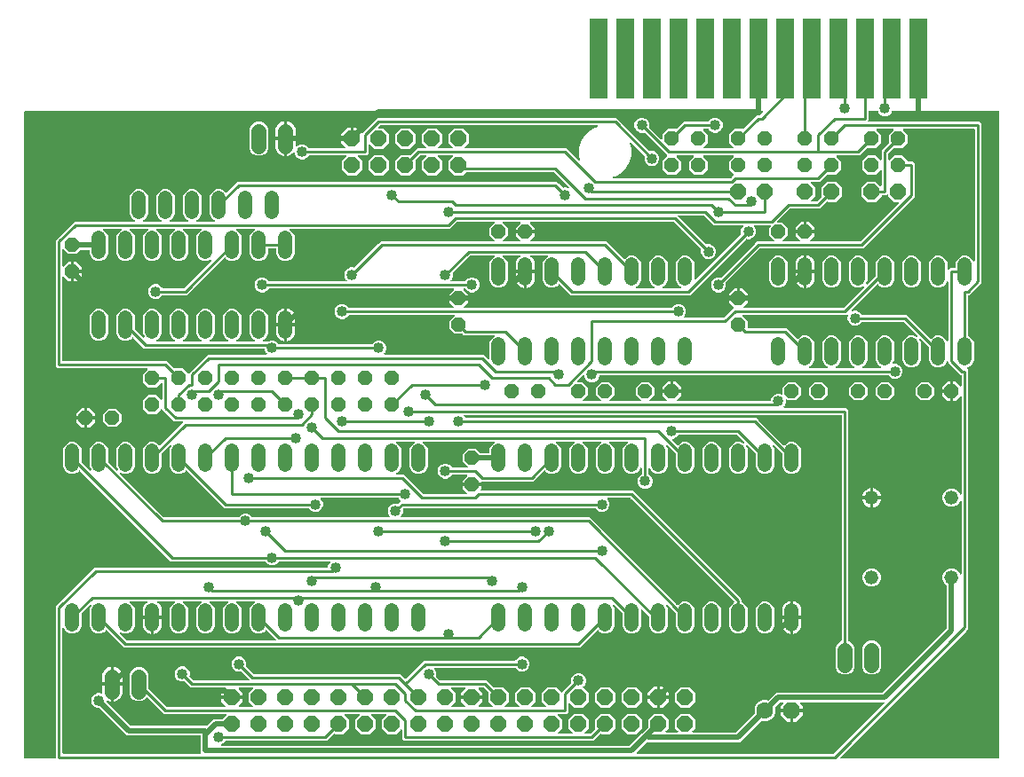
<source format=gbl>
G04 EAGLE Gerber RS-274X export*
G75*
%MOMM*%
%FSLAX34Y34*%
%LPD*%
%INBottom Copper*%
%IPPOS*%
%AMOC8*
5,1,8,0,0,1.08239X$1,22.5*%
G01*
%ADD10P,1.429621X8X292.500000*%
%ADD11P,1.429621X8X202.500000*%
%ADD12C,1.320800*%
%ADD13P,1.732040X8X22.500000*%
%ADD14C,1.600200*%
%ADD15C,1.320800*%
%ADD16P,1.539592X8X22.500000*%
%ADD17C,1.422400*%
%ADD18P,1.429621X8X22.500000*%
%ADD19P,1.429621X8X112.500000*%
%ADD20P,1.649562X8X202.500000*%
%ADD21R,1.780000X7.620000*%
%ADD22P,1.649562X8X22.500000*%
%ADD23C,0.508000*%
%ADD24C,1.016000*%
%ADD25C,0.254000*%

G36*
X172613Y9664D02*
X172613Y9664D01*
X172685Y9666D01*
X172734Y9684D01*
X172785Y9692D01*
X172849Y9726D01*
X172916Y9751D01*
X172957Y9783D01*
X173003Y9808D01*
X173052Y9860D01*
X173108Y9904D01*
X173136Y9948D01*
X173172Y9986D01*
X173202Y10051D01*
X173241Y10111D01*
X173254Y10162D01*
X173276Y10209D01*
X173284Y10280D01*
X173301Y10350D01*
X173297Y10402D01*
X173303Y10453D01*
X173288Y10524D01*
X173282Y10595D01*
X173262Y10643D01*
X173251Y10694D01*
X173227Y10733D01*
X173227Y26416D01*
X173225Y26428D01*
X173226Y26435D01*
X173225Y26442D01*
X173226Y26455D01*
X173204Y26557D01*
X173188Y26659D01*
X173178Y26676D01*
X173174Y26696D01*
X173121Y26785D01*
X173072Y26876D01*
X173058Y26890D01*
X173048Y26907D01*
X172969Y26974D01*
X172894Y27046D01*
X172876Y27054D01*
X172861Y27067D01*
X172765Y27106D01*
X172671Y27149D01*
X172651Y27151D01*
X172633Y27159D01*
X172466Y27177D01*
X102881Y27177D01*
X99979Y30079D01*
X77069Y52989D01*
X76995Y53042D01*
X76925Y53102D01*
X76895Y53114D01*
X76869Y53133D01*
X76782Y53160D01*
X76697Y53194D01*
X76656Y53198D01*
X76634Y53205D01*
X76602Y53204D01*
X76531Y53212D01*
X74785Y53212D01*
X72171Y54295D01*
X70170Y56296D01*
X69087Y58910D01*
X69087Y61740D01*
X70170Y64354D01*
X72171Y66355D01*
X74785Y67438D01*
X77615Y67438D01*
X78257Y67172D01*
X78359Y67148D01*
X78461Y67119D01*
X78479Y67120D01*
X78496Y67116D01*
X78601Y67125D01*
X78706Y67130D01*
X78723Y67137D01*
X78741Y67139D01*
X78837Y67181D01*
X78935Y67220D01*
X78949Y67231D01*
X78966Y67239D01*
X79043Y67310D01*
X79124Y67377D01*
X79134Y67393D01*
X79147Y67405D01*
X79198Y67497D01*
X79253Y67587D01*
X79257Y67605D01*
X79266Y67621D01*
X79284Y67724D01*
X79308Y67827D01*
X79307Y67849D01*
X79309Y67863D01*
X79305Y67894D01*
X79300Y67994D01*
X79247Y68328D01*
X79247Y74677D01*
X87377Y74677D01*
X87377Y59556D01*
X86640Y59673D01*
X85195Y60142D01*
X84695Y60397D01*
X84692Y60398D01*
X84688Y60400D01*
X84576Y60435D01*
X84461Y60472D01*
X84457Y60472D01*
X84453Y60473D01*
X84334Y60470D01*
X84215Y60468D01*
X84211Y60466D01*
X84207Y60466D01*
X84096Y60426D01*
X83983Y60386D01*
X83980Y60383D01*
X83976Y60382D01*
X83884Y60308D01*
X83790Y60234D01*
X83787Y60231D01*
X83784Y60228D01*
X83720Y60127D01*
X83655Y60029D01*
X83653Y60025D01*
X83651Y60021D01*
X83622Y59905D01*
X83592Y59791D01*
X83592Y59787D01*
X83591Y59783D01*
X83601Y59664D01*
X83609Y59545D01*
X83610Y59542D01*
X83610Y59538D01*
X83656Y59429D01*
X83702Y59318D01*
X83705Y59315D01*
X83707Y59311D01*
X83812Y59180D01*
X106446Y36546D01*
X106520Y36493D01*
X106590Y36433D01*
X106620Y36421D01*
X106646Y36402D01*
X106733Y36375D01*
X106818Y36341D01*
X106859Y36337D01*
X106881Y36330D01*
X106913Y36331D01*
X106984Y36323D01*
X178766Y36323D01*
X178856Y36337D01*
X178947Y36345D01*
X178976Y36357D01*
X179008Y36362D01*
X179089Y36405D01*
X179173Y36441D01*
X179205Y36467D01*
X179226Y36478D01*
X179248Y36501D01*
X179304Y36546D01*
X185431Y42673D01*
X193806Y42673D01*
X193896Y42687D01*
X193987Y42695D01*
X194017Y42707D01*
X194049Y42712D01*
X194130Y42755D01*
X194214Y42791D01*
X194246Y42817D01*
X194267Y42828D01*
X194289Y42851D01*
X194345Y42896D01*
X197647Y46198D01*
X197689Y46256D01*
X197738Y46308D01*
X197760Y46355D01*
X197790Y46397D01*
X197811Y46466D01*
X197842Y46531D01*
X197847Y46583D01*
X197863Y46633D01*
X197861Y46704D01*
X197869Y46775D01*
X197858Y46826D01*
X197856Y46878D01*
X197832Y46946D01*
X197816Y47016D01*
X197790Y47061D01*
X197772Y47109D01*
X197727Y47165D01*
X197690Y47227D01*
X197651Y47261D01*
X197618Y47301D01*
X197558Y47340D01*
X197503Y47387D01*
X197455Y47406D01*
X197411Y47434D01*
X197342Y47452D01*
X197275Y47479D01*
X197204Y47487D01*
X197173Y47495D01*
X197149Y47493D01*
X197108Y47497D01*
X138332Y47497D01*
X136174Y49655D01*
X122525Y63304D01*
X122509Y63316D01*
X122497Y63331D01*
X122409Y63387D01*
X122325Y63448D01*
X122307Y63453D01*
X122290Y63464D01*
X122189Y63490D01*
X122090Y63520D01*
X122070Y63519D01*
X122051Y63524D01*
X121948Y63516D01*
X121845Y63514D01*
X121826Y63507D01*
X121806Y63505D01*
X121711Y63465D01*
X121613Y63429D01*
X121598Y63417D01*
X121580Y63409D01*
X121449Y63304D01*
X119480Y61335D01*
X116119Y59943D01*
X112481Y59943D01*
X109120Y61335D01*
X106547Y63908D01*
X105155Y67269D01*
X105155Y85131D01*
X106547Y88492D01*
X109120Y91065D01*
X112481Y92457D01*
X116119Y92457D01*
X119480Y91065D01*
X122053Y88492D01*
X123445Y85131D01*
X123445Y72041D01*
X123446Y72034D01*
X123446Y72031D01*
X123448Y72020D01*
X123459Y71951D01*
X123467Y71860D01*
X123479Y71831D01*
X123484Y71799D01*
X123527Y71718D01*
X123563Y71634D01*
X123589Y71602D01*
X123600Y71581D01*
X123623Y71559D01*
X123668Y71503D01*
X140845Y54326D01*
X140919Y54273D01*
X140988Y54213D01*
X141019Y54201D01*
X141045Y54182D01*
X141132Y54155D01*
X141217Y54121D01*
X141258Y54117D01*
X141280Y54110D01*
X141312Y54111D01*
X141383Y54103D01*
X196390Y54103D01*
X196461Y54114D01*
X196532Y54116D01*
X196581Y54134D01*
X196633Y54142D01*
X196696Y54176D01*
X196763Y54201D01*
X196804Y54233D01*
X196850Y54258D01*
X196900Y54310D01*
X196956Y54354D01*
X196984Y54398D01*
X197020Y54436D01*
X197050Y54501D01*
X197089Y54561D01*
X197101Y54612D01*
X197123Y54659D01*
X197131Y54730D01*
X197149Y54800D01*
X197145Y54852D01*
X197150Y54903D01*
X197135Y54974D01*
X197129Y55045D01*
X197109Y55093D01*
X197098Y55144D01*
X197061Y55205D01*
X197033Y55271D01*
X196988Y55327D01*
X196972Y55355D01*
X196954Y55370D01*
X196928Y55402D01*
X193039Y59291D01*
X193039Y61977D01*
X202438Y61977D01*
X202458Y61980D01*
X202477Y61978D01*
X202579Y62000D01*
X202681Y62017D01*
X202698Y62026D01*
X202718Y62030D01*
X202807Y62083D01*
X202898Y62132D01*
X202912Y62146D01*
X202929Y62156D01*
X202996Y62235D01*
X203067Y62310D01*
X203076Y62328D01*
X203089Y62343D01*
X203127Y62439D01*
X203171Y62533D01*
X203173Y62553D01*
X203181Y62571D01*
X203199Y62738D01*
X203199Y64262D01*
X203196Y64282D01*
X203198Y64301D01*
X203176Y64403D01*
X203159Y64505D01*
X203150Y64522D01*
X203146Y64542D01*
X203093Y64631D01*
X203044Y64722D01*
X203030Y64736D01*
X203020Y64753D01*
X202941Y64820D01*
X202866Y64891D01*
X202848Y64900D01*
X202833Y64913D01*
X202737Y64952D01*
X202643Y64995D01*
X202623Y64997D01*
X202605Y65005D01*
X202438Y65023D01*
X193039Y65023D01*
X193039Y67709D01*
X196928Y71598D01*
X196970Y71656D01*
X197020Y71708D01*
X197041Y71755D01*
X197072Y71797D01*
X197093Y71866D01*
X197123Y71931D01*
X197129Y71983D01*
X197144Y72033D01*
X197142Y72104D01*
X197150Y72175D01*
X197139Y72226D01*
X197138Y72278D01*
X197113Y72346D01*
X197098Y72416D01*
X197071Y72461D01*
X197053Y72509D01*
X197009Y72565D01*
X196972Y72627D01*
X196932Y72661D01*
X196900Y72701D01*
X196839Y72740D01*
X196785Y72787D01*
X196737Y72806D01*
X196693Y72834D01*
X196623Y72852D01*
X196557Y72879D01*
X196485Y72887D01*
X196454Y72895D01*
X196431Y72893D01*
X196390Y72897D01*
X163732Y72897D01*
X158076Y78553D01*
X157982Y78621D01*
X157887Y78691D01*
X157881Y78693D01*
X157876Y78697D01*
X157765Y78731D01*
X157653Y78768D01*
X157647Y78768D01*
X157641Y78769D01*
X157524Y78766D01*
X157407Y78765D01*
X157400Y78763D01*
X157395Y78763D01*
X157378Y78757D01*
X157246Y78718D01*
X156990Y78612D01*
X154160Y78612D01*
X151546Y79695D01*
X149545Y81696D01*
X148462Y84310D01*
X148462Y87140D01*
X149545Y89754D01*
X151546Y91755D01*
X154160Y92838D01*
X156990Y92838D01*
X159604Y91755D01*
X161605Y89754D01*
X162688Y87140D01*
X162688Y84310D01*
X162582Y84054D01*
X162555Y83941D01*
X162526Y83827D01*
X162527Y83820D01*
X162525Y83814D01*
X162536Y83698D01*
X162545Y83582D01*
X162548Y83576D01*
X162548Y83570D01*
X162596Y83462D01*
X162642Y83355D01*
X162646Y83349D01*
X162648Y83345D01*
X162661Y83331D01*
X162747Y83224D01*
X166245Y79726D01*
X166319Y79673D01*
X166388Y79613D01*
X166419Y79601D01*
X166445Y79582D01*
X166532Y79555D01*
X166617Y79521D01*
X166658Y79517D01*
X166680Y79510D01*
X166712Y79511D01*
X166783Y79503D01*
X218789Y79503D01*
X218859Y79514D01*
X218931Y79516D01*
X218980Y79534D01*
X219031Y79542D01*
X219095Y79576D01*
X219162Y79601D01*
X219203Y79633D01*
X219249Y79658D01*
X219298Y79709D01*
X219354Y79754D01*
X219382Y79798D01*
X219418Y79836D01*
X219448Y79901D01*
X219487Y79961D01*
X219500Y80012D01*
X219522Y80059D01*
X219530Y80130D01*
X219547Y80200D01*
X219543Y80252D01*
X219549Y80303D01*
X219534Y80374D01*
X219528Y80445D01*
X219508Y80493D01*
X219497Y80544D01*
X219460Y80605D01*
X219432Y80671D01*
X219387Y80727D01*
X219370Y80755D01*
X219353Y80770D01*
X219327Y80802D01*
X218724Y81405D01*
X212051Y88078D01*
X211955Y88147D01*
X211862Y88216D01*
X211856Y88218D01*
X211851Y88222D01*
X211739Y88256D01*
X211628Y88293D01*
X211622Y88293D01*
X211616Y88294D01*
X211499Y88291D01*
X211382Y88290D01*
X211375Y88288D01*
X211370Y88288D01*
X211353Y88282D01*
X211221Y88243D01*
X210965Y88137D01*
X208135Y88137D01*
X205521Y89220D01*
X203520Y91221D01*
X202437Y93835D01*
X202437Y96665D01*
X203520Y99279D01*
X205521Y101280D01*
X208135Y102363D01*
X210965Y102363D01*
X213579Y101280D01*
X215580Y99279D01*
X216663Y96665D01*
X216663Y93835D01*
X216557Y93579D01*
X216530Y93466D01*
X216501Y93352D01*
X216502Y93345D01*
X216500Y93339D01*
X216511Y93223D01*
X216520Y93106D01*
X216523Y93101D01*
X216523Y93094D01*
X216571Y92987D01*
X216617Y92880D01*
X216621Y92874D01*
X216623Y92870D01*
X216636Y92856D01*
X216722Y92749D01*
X223395Y86076D01*
X223469Y86023D01*
X223538Y85963D01*
X223569Y85951D01*
X223595Y85932D01*
X223682Y85905D01*
X223767Y85871D01*
X223808Y85867D01*
X223830Y85860D01*
X223862Y85861D01*
X223933Y85853D01*
X363318Y85853D01*
X367762Y81409D01*
X367778Y81397D01*
X367790Y81382D01*
X367864Y81334D01*
X367885Y81316D01*
X367898Y81311D01*
X367961Y81266D01*
X367980Y81260D01*
X367997Y81249D01*
X368098Y81224D01*
X368197Y81193D01*
X368216Y81194D01*
X368236Y81189D01*
X368339Y81197D01*
X368442Y81200D01*
X368461Y81206D01*
X368481Y81208D01*
X368576Y81248D01*
X368673Y81284D01*
X368689Y81296D01*
X368707Y81304D01*
X368774Y81357D01*
X368780Y81361D01*
X368786Y81368D01*
X368838Y81409D01*
X385982Y98553D01*
X472586Y98553D01*
X472700Y98571D01*
X472817Y98589D01*
X472822Y98591D01*
X472828Y98592D01*
X472931Y98647D01*
X473036Y98700D01*
X473040Y98705D01*
X473046Y98708D01*
X473126Y98792D01*
X473208Y98876D01*
X473212Y98882D01*
X473215Y98886D01*
X473223Y98903D01*
X473289Y99023D01*
X473395Y99279D01*
X475396Y101280D01*
X478010Y102363D01*
X480840Y102363D01*
X483454Y101280D01*
X485455Y99279D01*
X486538Y96665D01*
X486538Y93835D01*
X485455Y91221D01*
X483454Y89220D01*
X480840Y88137D01*
X478010Y88137D01*
X475396Y89220D01*
X473395Y91221D01*
X473289Y91477D01*
X473228Y91576D01*
X473167Y91677D01*
X473163Y91681D01*
X473159Y91686D01*
X473070Y91760D01*
X472981Y91837D01*
X472975Y91839D01*
X472970Y91843D01*
X472862Y91885D01*
X472752Y91929D01*
X472745Y91930D01*
X472740Y91931D01*
X472722Y91932D01*
X472586Y91947D01*
X396199Y91947D01*
X396129Y91936D01*
X396057Y91934D01*
X396008Y91916D01*
X395957Y91908D01*
X395893Y91874D01*
X395826Y91849D01*
X395785Y91817D01*
X395739Y91792D01*
X395690Y91740D01*
X395634Y91696D01*
X395606Y91652D01*
X395570Y91614D01*
X395540Y91549D01*
X395501Y91489D01*
X395488Y91438D01*
X395466Y91391D01*
X395458Y91320D01*
X395441Y91250D01*
X395445Y91198D01*
X395439Y91147D01*
X395454Y91076D01*
X395460Y91005D01*
X395480Y90957D01*
X395491Y90906D01*
X395528Y90845D01*
X395556Y90779D01*
X395601Y90723D01*
X395618Y90695D01*
X395635Y90680D01*
X395661Y90648D01*
X396555Y89754D01*
X397638Y87140D01*
X397638Y84310D01*
X397532Y84054D01*
X397505Y83941D01*
X397476Y83827D01*
X397477Y83820D01*
X397475Y83814D01*
X397486Y83698D01*
X397495Y83582D01*
X397498Y83576D01*
X397498Y83570D01*
X397546Y83462D01*
X397592Y83355D01*
X397596Y83349D01*
X397598Y83345D01*
X397611Y83331D01*
X397697Y83224D01*
X401195Y79726D01*
X401269Y79673D01*
X401338Y79613D01*
X401369Y79601D01*
X401395Y79582D01*
X401482Y79555D01*
X401567Y79521D01*
X401608Y79517D01*
X401630Y79510D01*
X401662Y79511D01*
X401733Y79503D01*
X445868Y79503D01*
X452172Y73199D01*
X452188Y73188D01*
X452200Y73172D01*
X452287Y73116D01*
X452371Y73056D01*
X452390Y73050D01*
X452407Y73039D01*
X452508Y73014D01*
X452606Y72983D01*
X452626Y72984D01*
X452646Y72979D01*
X452749Y72987D01*
X452852Y72990D01*
X452871Y72996D01*
X452891Y72998D01*
X452986Y73038D01*
X453083Y73074D01*
X453099Y73087D01*
X453117Y73094D01*
X453190Y73153D01*
X461198Y73153D01*
X466853Y67498D01*
X466853Y59502D01*
X462753Y55402D01*
X462711Y55344D01*
X462662Y55292D01*
X462640Y55245D01*
X462610Y55203D01*
X462589Y55134D01*
X462558Y55069D01*
X462553Y55017D01*
X462537Y54967D01*
X462539Y54896D01*
X462531Y54825D01*
X462542Y54774D01*
X462544Y54722D01*
X462568Y54654D01*
X462584Y54584D01*
X462610Y54539D01*
X462628Y54491D01*
X462673Y54435D01*
X462710Y54373D01*
X462749Y54339D01*
X462782Y54299D01*
X462842Y54260D01*
X462897Y54213D01*
X462945Y54194D01*
X462989Y54166D01*
X463058Y54148D01*
X463125Y54121D01*
X463196Y54113D01*
X463227Y54105D01*
X463251Y54107D01*
X463292Y54103D01*
X476508Y54103D01*
X476579Y54114D01*
X476651Y54116D01*
X476700Y54134D01*
X476751Y54142D01*
X476815Y54176D01*
X476882Y54201D01*
X476923Y54233D01*
X476969Y54258D01*
X477018Y54310D01*
X477074Y54354D01*
X477102Y54398D01*
X477138Y54436D01*
X477168Y54501D01*
X477207Y54561D01*
X477220Y54612D01*
X477242Y54659D01*
X477249Y54730D01*
X477267Y54800D01*
X477263Y54852D01*
X477269Y54903D01*
X477253Y54974D01*
X477248Y55045D01*
X477228Y55093D01*
X477216Y55144D01*
X477180Y55205D01*
X477152Y55271D01*
X477107Y55327D01*
X477090Y55355D01*
X477072Y55370D01*
X477047Y55402D01*
X472947Y59502D01*
X472947Y67498D01*
X478602Y73153D01*
X486598Y73153D01*
X492253Y67498D01*
X492253Y59502D01*
X488153Y55402D01*
X488111Y55344D01*
X488062Y55292D01*
X488040Y55245D01*
X488010Y55203D01*
X487989Y55134D01*
X487958Y55069D01*
X487953Y55017D01*
X487937Y54967D01*
X487939Y54896D01*
X487931Y54825D01*
X487942Y54774D01*
X487944Y54722D01*
X487968Y54654D01*
X487984Y54584D01*
X488010Y54539D01*
X488028Y54491D01*
X488073Y54435D01*
X488110Y54373D01*
X488149Y54339D01*
X488182Y54299D01*
X488242Y54260D01*
X488297Y54213D01*
X488345Y54194D01*
X488389Y54166D01*
X488458Y54148D01*
X488525Y54121D01*
X488596Y54113D01*
X488627Y54105D01*
X488651Y54107D01*
X488692Y54103D01*
X501908Y54103D01*
X501979Y54114D01*
X502051Y54116D01*
X502100Y54134D01*
X502151Y54142D01*
X502215Y54176D01*
X502282Y54201D01*
X502323Y54233D01*
X502369Y54258D01*
X502418Y54310D01*
X502474Y54354D01*
X502502Y54398D01*
X502538Y54436D01*
X502568Y54501D01*
X502607Y54561D01*
X502620Y54612D01*
X502642Y54659D01*
X502649Y54730D01*
X502667Y54800D01*
X502663Y54852D01*
X502669Y54903D01*
X502653Y54974D01*
X502648Y55045D01*
X502628Y55093D01*
X502616Y55144D01*
X502580Y55205D01*
X502552Y55271D01*
X502507Y55327D01*
X502490Y55355D01*
X502472Y55370D01*
X502447Y55402D01*
X498347Y59502D01*
X498347Y67498D01*
X504002Y73153D01*
X511998Y73153D01*
X516714Y68437D01*
X516730Y68425D01*
X516743Y68409D01*
X516830Y68353D01*
X516914Y68293D01*
X516933Y68287D01*
X516950Y68276D01*
X517050Y68251D01*
X517149Y68221D01*
X517169Y68221D01*
X517188Y68216D01*
X517291Y68224D01*
X517395Y68227D01*
X517414Y68234D01*
X517434Y68236D01*
X517528Y68276D01*
X517626Y68312D01*
X517642Y68324D01*
X517660Y68332D01*
X517791Y68437D01*
X526228Y76874D01*
X526272Y76935D01*
X526307Y76971D01*
X526320Y77001D01*
X526366Y77063D01*
X526368Y77069D01*
X526372Y77074D01*
X526406Y77185D01*
X526407Y77187D01*
X526410Y77194D01*
X526411Y77199D01*
X526443Y77297D01*
X526443Y77303D01*
X526444Y77309D01*
X526441Y77426D01*
X526440Y77543D01*
X526438Y77550D01*
X526438Y77555D01*
X526432Y77572D01*
X526393Y77704D01*
X526287Y77960D01*
X526287Y80790D01*
X527370Y83404D01*
X529371Y85405D01*
X531985Y86488D01*
X534815Y86488D01*
X537429Y85405D01*
X539430Y83404D01*
X540513Y80790D01*
X540513Y77960D01*
X539430Y75346D01*
X537856Y73772D01*
X537844Y73756D01*
X537829Y73743D01*
X537772Y73656D01*
X537712Y73572D01*
X537706Y73553D01*
X537696Y73536D01*
X537670Y73436D01*
X537640Y73337D01*
X537640Y73317D01*
X537635Y73298D01*
X537644Y73195D01*
X537646Y73091D01*
X537653Y73072D01*
X537655Y73053D01*
X537695Y72958D01*
X537731Y72860D01*
X537743Y72844D01*
X537751Y72826D01*
X537856Y72695D01*
X543053Y67498D01*
X543053Y59502D01*
X537398Y53847D01*
X529402Y53847D01*
X525302Y57947D01*
X525244Y57989D01*
X525192Y58038D01*
X525145Y58060D01*
X525103Y58090D01*
X525034Y58111D01*
X524969Y58142D01*
X524917Y58147D01*
X524867Y58163D01*
X524796Y58161D01*
X524725Y58169D01*
X524674Y58158D01*
X524622Y58156D01*
X524554Y58132D01*
X524484Y58116D01*
X524439Y58090D01*
X524391Y58072D01*
X524335Y58027D01*
X524273Y57990D01*
X524239Y57951D01*
X524199Y57918D01*
X524160Y57858D01*
X524113Y57803D01*
X524094Y57755D01*
X524066Y57711D01*
X524048Y57642D01*
X524021Y57575D01*
X524013Y57504D01*
X524005Y57473D01*
X524007Y57449D01*
X524003Y57408D01*
X524003Y49432D01*
X522068Y47497D01*
X514092Y47497D01*
X514021Y47486D01*
X513949Y47484D01*
X513900Y47466D01*
X513849Y47458D01*
X513785Y47424D01*
X513718Y47399D01*
X513677Y47367D01*
X513631Y47342D01*
X513582Y47290D01*
X513526Y47246D01*
X513498Y47202D01*
X513462Y47164D01*
X513432Y47099D01*
X513393Y47039D01*
X513380Y46988D01*
X513358Y46941D01*
X513351Y46870D01*
X513333Y46800D01*
X513337Y46748D01*
X513331Y46697D01*
X513347Y46626D01*
X513352Y46555D01*
X513372Y46507D01*
X513384Y46456D01*
X513420Y46395D01*
X513448Y46329D01*
X513493Y46273D01*
X513510Y46245D01*
X513528Y46230D01*
X513553Y46198D01*
X517653Y42098D01*
X517653Y34102D01*
X513553Y30002D01*
X513511Y29944D01*
X513462Y29892D01*
X513440Y29845D01*
X513410Y29803D01*
X513389Y29734D01*
X513358Y29669D01*
X513353Y29617D01*
X513337Y29567D01*
X513339Y29496D01*
X513331Y29425D01*
X513342Y29374D01*
X513344Y29322D01*
X513368Y29254D01*
X513384Y29184D01*
X513410Y29139D01*
X513428Y29091D01*
X513473Y29035D01*
X513510Y28973D01*
X513549Y28939D01*
X513582Y28899D01*
X513642Y28860D01*
X513697Y28813D01*
X513745Y28794D01*
X513789Y28766D01*
X513858Y28748D01*
X513925Y28721D01*
X513996Y28713D01*
X514027Y28705D01*
X514051Y28707D01*
X514092Y28703D01*
X527308Y28703D01*
X527379Y28714D01*
X527451Y28716D01*
X527500Y28734D01*
X527551Y28742D01*
X527615Y28776D01*
X527682Y28801D01*
X527723Y28833D01*
X527769Y28858D01*
X527818Y28910D01*
X527874Y28954D01*
X527902Y28998D01*
X527938Y29036D01*
X527968Y29101D01*
X528007Y29161D01*
X528020Y29212D01*
X528042Y29259D01*
X528049Y29330D01*
X528067Y29400D01*
X528063Y29452D01*
X528069Y29503D01*
X528053Y29574D01*
X528048Y29645D01*
X528028Y29693D01*
X528016Y29744D01*
X527980Y29805D01*
X527952Y29871D01*
X527907Y29927D01*
X527890Y29955D01*
X527872Y29970D01*
X527847Y30002D01*
X523747Y34102D01*
X523747Y42098D01*
X529402Y47753D01*
X537398Y47753D01*
X543053Y42098D01*
X543053Y34102D01*
X538953Y30002D01*
X538911Y29944D01*
X538862Y29892D01*
X538840Y29845D01*
X538810Y29803D01*
X538789Y29734D01*
X538758Y29669D01*
X538753Y29617D01*
X538737Y29567D01*
X538739Y29496D01*
X538731Y29425D01*
X538742Y29374D01*
X538744Y29322D01*
X538768Y29254D01*
X538784Y29184D01*
X538810Y29139D01*
X538828Y29091D01*
X538873Y29035D01*
X538910Y28973D01*
X538949Y28939D01*
X538982Y28899D01*
X539042Y28860D01*
X539097Y28813D01*
X539145Y28794D01*
X539189Y28766D01*
X539258Y28748D01*
X539325Y28721D01*
X539396Y28713D01*
X539427Y28705D01*
X539451Y28707D01*
X539492Y28703D01*
X544417Y28703D01*
X544507Y28717D01*
X544598Y28725D01*
X544627Y28737D01*
X544659Y28742D01*
X544740Y28785D01*
X544824Y28821D01*
X544856Y28847D01*
X544877Y28858D01*
X544899Y28881D01*
X544955Y28926D01*
X549101Y33072D01*
X549112Y33088D01*
X549128Y33100D01*
X549184Y33187D01*
X549244Y33271D01*
X549250Y33290D01*
X549261Y33307D01*
X549286Y33408D01*
X549317Y33506D01*
X549316Y33526D01*
X549321Y33546D01*
X549313Y33649D01*
X549310Y33752D01*
X549304Y33771D01*
X549302Y33791D01*
X549262Y33886D01*
X549226Y33983D01*
X549213Y33999D01*
X549206Y34017D01*
X549147Y34090D01*
X549147Y42098D01*
X554802Y47753D01*
X562798Y47753D01*
X568453Y42098D01*
X568453Y34102D01*
X562798Y28447D01*
X554790Y28447D01*
X554733Y28484D01*
X554648Y28544D01*
X554629Y28550D01*
X554613Y28561D01*
X554512Y28586D01*
X554413Y28617D01*
X554393Y28616D01*
X554374Y28621D01*
X554271Y28613D01*
X554168Y28610D01*
X554149Y28604D01*
X554129Y28602D01*
X554034Y28562D01*
X553937Y28526D01*
X553921Y28513D01*
X553903Y28506D01*
X553772Y28401D01*
X547468Y22097D01*
X366932Y22097D01*
X364997Y24032D01*
X364997Y32008D01*
X364986Y32079D01*
X364984Y32151D01*
X364966Y32200D01*
X364958Y32251D01*
X364924Y32315D01*
X364899Y32382D01*
X364867Y32423D01*
X364842Y32469D01*
X364790Y32518D01*
X364746Y32574D01*
X364702Y32602D01*
X364664Y32638D01*
X364599Y32668D01*
X364539Y32707D01*
X364488Y32720D01*
X364441Y32742D01*
X364370Y32749D01*
X364300Y32767D01*
X364248Y32763D01*
X364197Y32769D01*
X364126Y32753D01*
X364055Y32748D01*
X364007Y32728D01*
X363956Y32716D01*
X363895Y32680D01*
X363829Y32652D01*
X363773Y32607D01*
X363745Y32590D01*
X363730Y32572D01*
X363698Y32547D01*
X359598Y28447D01*
X351602Y28447D01*
X345947Y34102D01*
X345947Y42098D01*
X350047Y46198D01*
X350089Y46256D01*
X350138Y46308D01*
X350160Y46355D01*
X350190Y46397D01*
X350211Y46466D01*
X350242Y46531D01*
X350247Y46583D01*
X350263Y46633D01*
X350261Y46704D01*
X350269Y46775D01*
X350258Y46826D01*
X350256Y46878D01*
X350232Y46946D01*
X350216Y47016D01*
X350190Y47061D01*
X350172Y47109D01*
X350127Y47165D01*
X350090Y47227D01*
X350051Y47261D01*
X350018Y47301D01*
X349958Y47340D01*
X349903Y47387D01*
X349855Y47406D01*
X349811Y47434D01*
X349742Y47452D01*
X349675Y47479D01*
X349604Y47487D01*
X349573Y47495D01*
X349549Y47493D01*
X349508Y47497D01*
X336292Y47497D01*
X336221Y47486D01*
X336149Y47484D01*
X336100Y47466D01*
X336049Y47458D01*
X335985Y47424D01*
X335918Y47399D01*
X335877Y47367D01*
X335831Y47342D01*
X335782Y47290D01*
X335726Y47246D01*
X335698Y47202D01*
X335662Y47164D01*
X335632Y47099D01*
X335593Y47039D01*
X335580Y46988D01*
X335558Y46941D01*
X335551Y46870D01*
X335533Y46800D01*
X335537Y46748D01*
X335531Y46697D01*
X335547Y46626D01*
X335552Y46555D01*
X335572Y46507D01*
X335584Y46456D01*
X335620Y46395D01*
X335648Y46329D01*
X335693Y46273D01*
X335710Y46245D01*
X335728Y46230D01*
X335753Y46198D01*
X339853Y42098D01*
X339853Y34102D01*
X334198Y28447D01*
X326202Y28447D01*
X320547Y34102D01*
X320547Y42098D01*
X324647Y46198D01*
X324689Y46256D01*
X324738Y46308D01*
X324760Y46355D01*
X324790Y46397D01*
X324811Y46466D01*
X324842Y46531D01*
X324847Y46583D01*
X324863Y46633D01*
X324861Y46704D01*
X324869Y46775D01*
X324858Y46826D01*
X324856Y46878D01*
X324832Y46946D01*
X324816Y47016D01*
X324790Y47061D01*
X324772Y47109D01*
X324727Y47165D01*
X324690Y47227D01*
X324651Y47261D01*
X324618Y47301D01*
X324558Y47340D01*
X324503Y47387D01*
X324455Y47406D01*
X324411Y47434D01*
X324342Y47452D01*
X324275Y47479D01*
X324204Y47487D01*
X324173Y47495D01*
X324149Y47493D01*
X324108Y47497D01*
X310892Y47497D01*
X310821Y47486D01*
X310749Y47484D01*
X310700Y47466D01*
X310649Y47458D01*
X310585Y47424D01*
X310518Y47399D01*
X310477Y47367D01*
X310431Y47342D01*
X310382Y47290D01*
X310326Y47246D01*
X310298Y47202D01*
X310262Y47164D01*
X310232Y47099D01*
X310193Y47039D01*
X310180Y46988D01*
X310158Y46941D01*
X310151Y46870D01*
X310133Y46800D01*
X310137Y46748D01*
X310131Y46697D01*
X310147Y46626D01*
X310152Y46555D01*
X310172Y46507D01*
X310184Y46456D01*
X310220Y46395D01*
X310248Y46329D01*
X310293Y46273D01*
X310310Y46245D01*
X310328Y46230D01*
X310353Y46198D01*
X314453Y42098D01*
X314453Y34102D01*
X308798Y28447D01*
X300790Y28447D01*
X300732Y28484D01*
X300648Y28544D01*
X300629Y28550D01*
X300613Y28561D01*
X300512Y28586D01*
X300413Y28617D01*
X300393Y28616D01*
X300374Y28621D01*
X300271Y28613D01*
X300167Y28610D01*
X300149Y28603D01*
X300129Y28602D01*
X300034Y28562D01*
X299936Y28526D01*
X299921Y28513D01*
X299903Y28506D01*
X299772Y28401D01*
X293468Y22097D01*
X197339Y22097D01*
X197225Y22079D01*
X197108Y22061D01*
X197103Y22059D01*
X197097Y22058D01*
X196994Y22003D01*
X196889Y21950D01*
X196885Y21945D01*
X196879Y21942D01*
X196799Y21858D01*
X196717Y21774D01*
X196713Y21768D01*
X196710Y21764D01*
X196702Y21747D01*
X196636Y21627D01*
X196530Y21371D01*
X194529Y19370D01*
X193001Y18737D01*
X192918Y18686D01*
X192832Y18640D01*
X192814Y18622D01*
X192792Y18608D01*
X192730Y18532D01*
X192663Y18462D01*
X192652Y18438D01*
X192635Y18418D01*
X192600Y18327D01*
X192559Y18239D01*
X192556Y18213D01*
X192547Y18189D01*
X192543Y18091D01*
X192532Y17995D01*
X192538Y17969D01*
X192537Y17943D01*
X192564Y17849D01*
X192585Y17754D01*
X192598Y17732D01*
X192605Y17707D01*
X192661Y17627D01*
X192711Y17543D01*
X192731Y17526D01*
X192745Y17505D01*
X192824Y17446D01*
X192898Y17383D01*
X192922Y17373D01*
X192943Y17358D01*
X193035Y17328D01*
X193126Y17291D01*
X193158Y17288D01*
X193177Y17282D01*
X193210Y17282D01*
X193292Y17273D01*
X581991Y17273D01*
X582081Y17287D01*
X582172Y17295D01*
X582201Y17307D01*
X582233Y17312D01*
X582314Y17355D01*
X582398Y17391D01*
X582430Y17417D01*
X582451Y17428D01*
X582473Y17451D01*
X582529Y17496D01*
X593692Y28659D01*
X596816Y31783D01*
X599724Y34691D01*
X599777Y34765D01*
X599837Y34835D01*
X599849Y34865D01*
X599868Y34891D01*
X599895Y34978D01*
X599929Y35063D01*
X599933Y35104D01*
X599940Y35126D01*
X599939Y35158D01*
X599947Y35229D01*
X599947Y42098D01*
X605602Y47753D01*
X613598Y47753D01*
X619253Y42098D01*
X619253Y34102D01*
X616423Y31272D01*
X616381Y31214D01*
X616332Y31162D01*
X616310Y31115D01*
X616280Y31073D01*
X616259Y31004D01*
X616228Y30939D01*
X616223Y30887D01*
X616207Y30837D01*
X616209Y30766D01*
X616201Y30695D01*
X616212Y30644D01*
X616214Y30592D01*
X616238Y30524D01*
X616254Y30454D01*
X616280Y30409D01*
X616298Y30361D01*
X616343Y30305D01*
X616380Y30243D01*
X616419Y30209D01*
X616452Y30169D01*
X616512Y30130D01*
X616567Y30083D01*
X616615Y30064D01*
X616659Y30036D01*
X616728Y30018D01*
X616795Y29991D01*
X616866Y29983D01*
X616897Y29975D01*
X616921Y29977D01*
X616962Y29973D01*
X627638Y29973D01*
X627709Y29984D01*
X627781Y29986D01*
X627830Y30004D01*
X627881Y30012D01*
X627945Y30046D01*
X628012Y30071D01*
X628053Y30103D01*
X628099Y30128D01*
X628148Y30180D01*
X628204Y30224D01*
X628232Y30268D01*
X628268Y30306D01*
X628298Y30371D01*
X628337Y30431D01*
X628350Y30482D01*
X628372Y30529D01*
X628379Y30600D01*
X628397Y30670D01*
X628393Y30722D01*
X628399Y30773D01*
X628383Y30844D01*
X628378Y30915D01*
X628358Y30963D01*
X628346Y31014D01*
X628310Y31075D01*
X628282Y31141D01*
X628237Y31197D01*
X628220Y31225D01*
X628202Y31240D01*
X628177Y31272D01*
X625347Y34102D01*
X625347Y42098D01*
X631002Y47753D01*
X638998Y47753D01*
X644653Y42098D01*
X644653Y34102D01*
X641823Y31272D01*
X641781Y31214D01*
X641732Y31162D01*
X641710Y31115D01*
X641680Y31073D01*
X641659Y31004D01*
X641628Y30939D01*
X641623Y30887D01*
X641607Y30837D01*
X641609Y30766D01*
X641601Y30695D01*
X641612Y30644D01*
X641614Y30592D01*
X641638Y30524D01*
X641654Y30454D01*
X641680Y30409D01*
X641698Y30361D01*
X641743Y30305D01*
X641780Y30243D01*
X641819Y30209D01*
X641852Y30169D01*
X641912Y30130D01*
X641967Y30083D01*
X642015Y30064D01*
X642059Y30036D01*
X642128Y30018D01*
X642195Y29991D01*
X642266Y29983D01*
X642297Y29975D01*
X642321Y29977D01*
X642362Y29973D01*
X683591Y29973D01*
X683681Y29987D01*
X683772Y29995D01*
X683801Y30007D01*
X683833Y30012D01*
X683914Y30055D01*
X683998Y30091D01*
X684030Y30117D01*
X684051Y30128D01*
X684073Y30151D01*
X684129Y30196D01*
X701267Y47334D01*
X701335Y47428D01*
X701405Y47522D01*
X701407Y47528D01*
X701410Y47533D01*
X701445Y47645D01*
X701481Y47756D01*
X701481Y47762D01*
X701483Y47768D01*
X701480Y47885D01*
X701479Y48002D01*
X701476Y48009D01*
X701476Y48014D01*
X701470Y48032D01*
X701432Y48163D01*
X701166Y48804D01*
X701166Y52796D01*
X702694Y56484D01*
X705516Y59306D01*
X709204Y60834D01*
X713196Y60834D01*
X713837Y60568D01*
X713951Y60541D01*
X714064Y60513D01*
X714070Y60513D01*
X714076Y60512D01*
X714193Y60523D01*
X714309Y60532D01*
X714315Y60535D01*
X714321Y60535D01*
X714429Y60583D01*
X714535Y60628D01*
X714541Y60633D01*
X714546Y60635D01*
X714560Y60648D01*
X714666Y60733D01*
X722006Y68073D01*
X823291Y68073D01*
X823381Y68087D01*
X823472Y68095D01*
X823501Y68107D01*
X823533Y68112D01*
X823614Y68155D01*
X823698Y68191D01*
X823730Y68217D01*
X823751Y68228D01*
X823773Y68251D01*
X823829Y68296D01*
X884204Y128671D01*
X884257Y128745D01*
X884317Y128815D01*
X884329Y128845D01*
X884348Y128871D01*
X884375Y128958D01*
X884409Y129043D01*
X884413Y129084D01*
X884420Y129106D01*
X884419Y129138D01*
X884427Y129209D01*
X884427Y169843D01*
X884413Y169933D01*
X884405Y170024D01*
X884393Y170054D01*
X884388Y170086D01*
X884345Y170167D01*
X884309Y170251D01*
X884283Y170283D01*
X884272Y170303D01*
X884249Y170325D01*
X884204Y170382D01*
X881678Y172908D01*
X880363Y176082D01*
X880363Y179518D01*
X881678Y182692D01*
X884108Y185122D01*
X887282Y186437D01*
X890718Y186437D01*
X893892Y185122D01*
X896322Y182692D01*
X896933Y181218D01*
X896984Y181134D01*
X897030Y181049D01*
X897049Y181031D01*
X897062Y181009D01*
X897137Y180946D01*
X897208Y180879D01*
X897232Y180868D01*
X897252Y180852D01*
X897343Y180817D01*
X897431Y180776D01*
X897457Y180773D01*
X897481Y180763D01*
X897579Y180759D01*
X897675Y180749D01*
X897701Y180754D01*
X897727Y180753D01*
X897821Y180780D01*
X897916Y180801D01*
X897938Y180814D01*
X897963Y180822D01*
X898043Y180877D01*
X898127Y180927D01*
X898144Y180947D01*
X898165Y180962D01*
X898223Y181040D01*
X898287Y181114D01*
X898297Y181138D01*
X898312Y181159D01*
X898342Y181252D01*
X898379Y181342D01*
X898382Y181375D01*
X898388Y181393D01*
X898388Y181426D01*
X898397Y181509D01*
X898397Y250291D01*
X898382Y250387D01*
X898372Y250484D01*
X898362Y250508D01*
X898358Y250534D01*
X898312Y250620D01*
X898272Y250709D01*
X898255Y250728D01*
X898242Y250751D01*
X898172Y250818D01*
X898106Y250890D01*
X898083Y250903D01*
X898064Y250921D01*
X897976Y250962D01*
X897890Y251009D01*
X897865Y251013D01*
X897841Y251024D01*
X897744Y251035D01*
X897648Y251052D01*
X897622Y251048D01*
X897597Y251051D01*
X897501Y251031D01*
X897405Y251016D01*
X897382Y251005D01*
X897356Y250999D01*
X897273Y250949D01*
X897186Y250905D01*
X897167Y250886D01*
X897145Y250873D01*
X897082Y250799D01*
X897014Y250729D01*
X896998Y250701D01*
X896985Y250686D01*
X896973Y250655D01*
X896933Y250582D01*
X896322Y249108D01*
X893892Y246678D01*
X890718Y245363D01*
X887282Y245363D01*
X884108Y246678D01*
X881678Y249108D01*
X880363Y252282D01*
X880363Y255718D01*
X881678Y258892D01*
X884108Y261322D01*
X887282Y262637D01*
X890718Y262637D01*
X893892Y261322D01*
X896322Y258892D01*
X896933Y257418D01*
X896984Y257335D01*
X897030Y257249D01*
X897048Y257231D01*
X897062Y257209D01*
X897138Y257146D01*
X897208Y257079D01*
X897232Y257068D01*
X897252Y257052D01*
X897343Y257017D01*
X897431Y256976D01*
X897457Y256973D01*
X897481Y256964D01*
X897579Y256959D01*
X897675Y256949D01*
X897701Y256954D01*
X897727Y256953D01*
X897821Y256980D01*
X897916Y257001D01*
X897938Y257014D01*
X897963Y257022D01*
X898043Y257077D01*
X898127Y257127D01*
X898144Y257147D01*
X898165Y257162D01*
X898224Y257240D01*
X898287Y257314D01*
X898297Y257338D01*
X898312Y257359D01*
X898342Y257452D01*
X898379Y257542D01*
X898382Y257575D01*
X898388Y257593D01*
X898388Y257626D01*
X898397Y257709D01*
X898397Y350227D01*
X898386Y350298D01*
X898384Y350369D01*
X898366Y350418D01*
X898358Y350470D01*
X898324Y350533D01*
X898299Y350600D01*
X898267Y350641D01*
X898242Y350687D01*
X898190Y350736D01*
X898146Y350792D01*
X898102Y350821D01*
X898064Y350856D01*
X897999Y350887D01*
X897939Y350925D01*
X897888Y350938D01*
X897841Y350960D01*
X897770Y350968D01*
X897700Y350985D01*
X897648Y350981D01*
X897597Y350987D01*
X897526Y350972D01*
X897455Y350966D01*
X897407Y350946D01*
X897356Y350935D01*
X897295Y350898D01*
X897229Y350870D01*
X897173Y350825D01*
X897145Y350809D01*
X897130Y350791D01*
X897098Y350765D01*
X892788Y346455D01*
X890523Y346455D01*
X890523Y354838D01*
X890520Y354858D01*
X890522Y354877D01*
X890500Y354979D01*
X890483Y355081D01*
X890474Y355098D01*
X890470Y355118D01*
X890417Y355207D01*
X890368Y355298D01*
X890354Y355312D01*
X890344Y355329D01*
X890265Y355396D01*
X890190Y355467D01*
X890172Y355476D01*
X890157Y355489D01*
X890061Y355527D01*
X889967Y355571D01*
X889947Y355573D01*
X889929Y355581D01*
X889762Y355599D01*
X888999Y355599D01*
X888999Y355601D01*
X889762Y355601D01*
X889782Y355604D01*
X889801Y355602D01*
X889903Y355624D01*
X890005Y355641D01*
X890022Y355650D01*
X890042Y355654D01*
X890131Y355707D01*
X890222Y355756D01*
X890236Y355770D01*
X890253Y355780D01*
X890320Y355859D01*
X890391Y355934D01*
X890400Y355952D01*
X890413Y355967D01*
X890452Y356063D01*
X890495Y356157D01*
X890497Y356177D01*
X890505Y356195D01*
X890523Y356362D01*
X890523Y364745D01*
X892788Y364745D01*
X897098Y360435D01*
X897156Y360393D01*
X897208Y360344D01*
X897255Y360322D01*
X897297Y360291D01*
X897366Y360270D01*
X897431Y360240D01*
X897483Y360234D01*
X897533Y360219D01*
X897604Y360221D01*
X897675Y360213D01*
X897726Y360224D01*
X897778Y360225D01*
X897846Y360250D01*
X897916Y360265D01*
X897961Y360292D01*
X898009Y360310D01*
X898065Y360355D01*
X898127Y360391D01*
X898161Y360431D01*
X898201Y360463D01*
X898240Y360524D01*
X898287Y360578D01*
X898306Y360627D01*
X898334Y360670D01*
X898352Y360740D01*
X898379Y360806D01*
X898387Y360878D01*
X898395Y360909D01*
X898393Y360932D01*
X898397Y360973D01*
X898397Y370586D01*
X898394Y370606D01*
X898396Y370625D01*
X898374Y370727D01*
X898358Y370829D01*
X898348Y370846D01*
X898344Y370866D01*
X898291Y370955D01*
X898242Y371046D01*
X898228Y371060D01*
X898218Y371077D01*
X898139Y371144D01*
X898064Y371216D01*
X898046Y371224D01*
X898031Y371237D01*
X897935Y371276D01*
X897841Y371319D01*
X897821Y371321D01*
X897803Y371329D01*
X897636Y371347D01*
X897157Y371347D01*
X885697Y382807D01*
X885697Y383387D01*
X885682Y383483D01*
X885672Y383580D01*
X885662Y383604D01*
X885658Y383630D01*
X885612Y383716D01*
X885572Y383805D01*
X885555Y383824D01*
X885542Y383847D01*
X885472Y383914D01*
X885406Y383986D01*
X885383Y383999D01*
X885364Y384017D01*
X885276Y384058D01*
X885190Y384105D01*
X885165Y384109D01*
X885141Y384120D01*
X885044Y384131D01*
X884948Y384148D01*
X884922Y384144D01*
X884897Y384147D01*
X884801Y384127D01*
X884705Y384112D01*
X884682Y384101D01*
X884656Y384095D01*
X884573Y384045D01*
X884486Y384001D01*
X884467Y383982D01*
X884445Y383969D01*
X884382Y383895D01*
X884314Y383825D01*
X884298Y383797D01*
X884285Y383782D01*
X884273Y383751D01*
X884233Y383678D01*
X883622Y382204D01*
X881192Y379774D01*
X878018Y378459D01*
X874582Y378459D01*
X871408Y379774D01*
X868978Y382204D01*
X867663Y385378D01*
X867663Y397351D01*
X867649Y397441D01*
X867641Y397532D01*
X867629Y397561D01*
X867624Y397593D01*
X867581Y397674D01*
X867545Y397758D01*
X867519Y397790D01*
X867508Y397811D01*
X867485Y397833D01*
X867440Y397889D01*
X859577Y405753D01*
X859498Y405809D01*
X859423Y405871D01*
X859398Y405881D01*
X859377Y405896D01*
X859284Y405925D01*
X859193Y405960D01*
X859167Y405961D01*
X859142Y405968D01*
X859044Y405966D01*
X858947Y405970D01*
X858922Y405963D01*
X858896Y405962D01*
X858804Y405929D01*
X858711Y405902D01*
X858690Y405887D01*
X858665Y405878D01*
X858589Y405817D01*
X858509Y405761D01*
X858493Y405740D01*
X858473Y405724D01*
X858420Y405642D01*
X858362Y405564D01*
X858354Y405539D01*
X858340Y405517D01*
X858316Y405423D01*
X858286Y405330D01*
X858286Y405304D01*
X858280Y405278D01*
X858287Y405182D01*
X858288Y405084D01*
X858297Y405053D01*
X858299Y405033D01*
X858312Y405003D01*
X858335Y404923D01*
X859537Y402022D01*
X859537Y385378D01*
X858222Y382204D01*
X855792Y379774D01*
X852618Y378459D01*
X849182Y378459D01*
X846008Y379774D01*
X843578Y382204D01*
X842263Y385378D01*
X842263Y402022D01*
X843578Y405196D01*
X846008Y407626D01*
X849182Y408941D01*
X852618Y408941D01*
X855519Y407739D01*
X855614Y407717D01*
X855707Y407688D01*
X855733Y407689D01*
X855758Y407683D01*
X855855Y407692D01*
X855953Y407695D01*
X855977Y407704D01*
X856003Y407706D01*
X856092Y407746D01*
X856184Y407779D01*
X856204Y407795D01*
X856228Y407806D01*
X856300Y407872D01*
X856376Y407933D01*
X856390Y407955D01*
X856409Y407972D01*
X856456Y408058D01*
X856509Y408140D01*
X856515Y408165D01*
X856528Y408188D01*
X856545Y408284D01*
X856569Y408378D01*
X856567Y408404D01*
X856571Y408430D01*
X856557Y408527D01*
X856550Y408623D01*
X856539Y408647D01*
X856536Y408673D01*
X856491Y408760D01*
X856453Y408850D01*
X856433Y408875D01*
X856424Y408893D01*
X856400Y408916D01*
X856349Y408981D01*
X843405Y421924D01*
X843331Y421977D01*
X843262Y422037D01*
X843231Y422049D01*
X843205Y422068D01*
X843118Y422095D01*
X843033Y422129D01*
X842992Y422133D01*
X842970Y422140D01*
X842938Y422139D01*
X842867Y422147D01*
X803764Y422147D01*
X803650Y422129D01*
X803533Y422111D01*
X803528Y422109D01*
X803522Y422108D01*
X803419Y422053D01*
X803314Y422000D01*
X803310Y421995D01*
X803304Y421992D01*
X803224Y421908D01*
X803142Y421824D01*
X803138Y421818D01*
X803135Y421814D01*
X803127Y421797D01*
X803061Y421677D01*
X802955Y421421D01*
X800954Y419420D01*
X798340Y418337D01*
X795510Y418337D01*
X792896Y419420D01*
X790895Y421421D01*
X789812Y424035D01*
X789812Y426865D01*
X790240Y427898D01*
X790263Y427993D01*
X790291Y428086D01*
X790291Y428113D01*
X790297Y428138D01*
X790288Y428235D01*
X790285Y428332D01*
X790276Y428357D01*
X790274Y428383D01*
X790234Y428472D01*
X790201Y428563D01*
X790184Y428584D01*
X790174Y428608D01*
X790108Y428679D01*
X790047Y428755D01*
X790025Y428769D01*
X790007Y428789D01*
X789922Y428836D01*
X789840Y428888D01*
X789815Y428895D01*
X789792Y428907D01*
X789696Y428925D01*
X789601Y428948D01*
X789575Y428946D01*
X789550Y428951D01*
X789453Y428937D01*
X789356Y428929D01*
X789332Y428919D01*
X789306Y428915D01*
X789219Y428871D01*
X789130Y428833D01*
X789104Y428813D01*
X789087Y428804D01*
X789064Y428780D01*
X788999Y428728D01*
X788768Y428497D01*
X690455Y428497D01*
X690384Y428486D01*
X690312Y428484D01*
X690263Y428466D01*
X690212Y428458D01*
X690149Y428424D01*
X690081Y428399D01*
X690041Y428367D01*
X689995Y428342D01*
X689945Y428290D01*
X689889Y428246D01*
X689861Y428202D01*
X689825Y428164D01*
X689795Y428099D01*
X689756Y428039D01*
X689744Y427988D01*
X689722Y427941D01*
X689714Y427870D01*
X689696Y427800D01*
X689700Y427748D01*
X689694Y427697D01*
X689710Y427626D01*
X689715Y427555D01*
X689736Y427507D01*
X689747Y427456D01*
X689784Y427395D01*
X689812Y427329D01*
X689856Y427273D01*
X689873Y427245D01*
X689891Y427230D01*
X689916Y427198D01*
X694437Y422677D01*
X694437Y416814D01*
X694440Y416794D01*
X694438Y416775D01*
X694460Y416673D01*
X694476Y416571D01*
X694486Y416554D01*
X694490Y416534D01*
X694543Y416445D01*
X694592Y416354D01*
X694606Y416340D01*
X694616Y416323D01*
X694695Y416256D01*
X694770Y416184D01*
X694788Y416176D01*
X694803Y416163D01*
X694899Y416124D01*
X694993Y416081D01*
X695013Y416079D01*
X695031Y416071D01*
X695198Y416053D01*
X731618Y416053D01*
X741688Y405983D01*
X741704Y405971D01*
X741717Y405956D01*
X741804Y405899D01*
X741888Y405839D01*
X741907Y405833D01*
X741924Y405823D01*
X742024Y405797D01*
X742123Y405767D01*
X742143Y405767D01*
X742162Y405763D01*
X742265Y405771D01*
X742369Y405773D01*
X742388Y405780D01*
X742407Y405782D01*
X742502Y405822D01*
X742600Y405858D01*
X742615Y405870D01*
X742634Y405878D01*
X742765Y405983D01*
X744408Y407626D01*
X747582Y408941D01*
X751018Y408941D01*
X754192Y407626D01*
X756622Y405196D01*
X757937Y402022D01*
X757937Y385378D01*
X756622Y382204D01*
X754192Y379774D01*
X753331Y379417D01*
X753248Y379366D01*
X753162Y379320D01*
X753144Y379301D01*
X753122Y379288D01*
X753060Y379213D01*
X752993Y379142D01*
X752982Y379118D01*
X752965Y379098D01*
X752930Y379007D01*
X752889Y378919D01*
X752886Y378893D01*
X752877Y378869D01*
X752873Y378771D01*
X752862Y378675D01*
X752867Y378649D01*
X752866Y378623D01*
X752893Y378529D01*
X752914Y378434D01*
X752928Y378412D01*
X752935Y378387D01*
X752990Y378307D01*
X753040Y378223D01*
X753060Y378206D01*
X753075Y378185D01*
X753153Y378126D01*
X753227Y378063D01*
X753252Y378053D01*
X753272Y378038D01*
X753365Y378008D01*
X753455Y377971D01*
X753488Y377968D01*
X753506Y377962D01*
X753539Y377962D01*
X753622Y377953D01*
X770378Y377953D01*
X770474Y377968D01*
X770571Y377978D01*
X770595Y377988D01*
X770621Y377992D01*
X770707Y378038D01*
X770796Y378078D01*
X770815Y378095D01*
X770838Y378108D01*
X770905Y378178D01*
X770977Y378244D01*
X770989Y378267D01*
X771007Y378286D01*
X771048Y378374D01*
X771095Y378460D01*
X771100Y378485D01*
X771111Y378509D01*
X771122Y378606D01*
X771139Y378702D01*
X771135Y378728D01*
X771138Y378753D01*
X771117Y378849D01*
X771103Y378945D01*
X771091Y378968D01*
X771086Y378994D01*
X771036Y379078D01*
X770992Y379164D01*
X770973Y379182D01*
X770960Y379205D01*
X770886Y379268D01*
X770816Y379336D01*
X770788Y379352D01*
X770773Y379365D01*
X770742Y379377D01*
X770669Y379417D01*
X769808Y379774D01*
X767378Y382204D01*
X766063Y385378D01*
X766063Y402022D01*
X767378Y405196D01*
X769808Y407626D01*
X772982Y408941D01*
X776418Y408941D01*
X779592Y407626D01*
X782022Y405196D01*
X783337Y402022D01*
X783337Y385378D01*
X782022Y382204D01*
X779592Y379774D01*
X778731Y379417D01*
X778648Y379366D01*
X778562Y379320D01*
X778544Y379301D01*
X778522Y379288D01*
X778460Y379213D01*
X778393Y379142D01*
X778382Y379118D01*
X778365Y379098D01*
X778330Y379007D01*
X778289Y378919D01*
X778286Y378893D01*
X778277Y378869D01*
X778273Y378771D01*
X778262Y378675D01*
X778267Y378649D01*
X778266Y378623D01*
X778293Y378529D01*
X778314Y378434D01*
X778328Y378412D01*
X778335Y378387D01*
X778390Y378307D01*
X778440Y378223D01*
X778460Y378206D01*
X778475Y378185D01*
X778553Y378126D01*
X778627Y378063D01*
X778652Y378053D01*
X778672Y378038D01*
X778765Y378008D01*
X778855Y377971D01*
X778888Y377968D01*
X778906Y377962D01*
X778939Y377962D01*
X779022Y377953D01*
X795778Y377953D01*
X795874Y377968D01*
X795971Y377978D01*
X795995Y377988D01*
X796021Y377992D01*
X796107Y378038D01*
X796196Y378078D01*
X796215Y378095D01*
X796238Y378108D01*
X796305Y378178D01*
X796377Y378244D01*
X796389Y378267D01*
X796407Y378286D01*
X796448Y378374D01*
X796495Y378460D01*
X796500Y378485D01*
X796511Y378509D01*
X796522Y378606D01*
X796539Y378702D01*
X796535Y378728D01*
X796538Y378753D01*
X796517Y378849D01*
X796503Y378945D01*
X796491Y378968D01*
X796486Y378994D01*
X796436Y379078D01*
X796392Y379164D01*
X796373Y379182D01*
X796360Y379205D01*
X796286Y379268D01*
X796216Y379336D01*
X796188Y379352D01*
X796173Y379365D01*
X796142Y379377D01*
X796069Y379417D01*
X795208Y379774D01*
X792778Y382204D01*
X791463Y385378D01*
X791463Y402022D01*
X792778Y405196D01*
X795208Y407626D01*
X798382Y408941D01*
X801818Y408941D01*
X804992Y407626D01*
X807422Y405196D01*
X808737Y402022D01*
X808737Y385378D01*
X807422Y382204D01*
X804992Y379774D01*
X804131Y379417D01*
X804048Y379366D01*
X803962Y379320D01*
X803944Y379301D01*
X803922Y379288D01*
X803860Y379213D01*
X803793Y379142D01*
X803782Y379118D01*
X803765Y379098D01*
X803730Y379007D01*
X803689Y378919D01*
X803686Y378893D01*
X803677Y378869D01*
X803673Y378771D01*
X803662Y378675D01*
X803667Y378649D01*
X803666Y378623D01*
X803693Y378529D01*
X803714Y378434D01*
X803728Y378412D01*
X803735Y378387D01*
X803790Y378307D01*
X803840Y378223D01*
X803860Y378206D01*
X803875Y378185D01*
X803953Y378126D01*
X804027Y378063D01*
X804052Y378053D01*
X804072Y378038D01*
X804165Y378008D01*
X804255Y377971D01*
X804288Y377968D01*
X804306Y377962D01*
X804339Y377962D01*
X804422Y377953D01*
X821178Y377953D01*
X821274Y377968D01*
X821371Y377978D01*
X821395Y377988D01*
X821421Y377992D01*
X821507Y378038D01*
X821596Y378078D01*
X821615Y378095D01*
X821638Y378108D01*
X821705Y378178D01*
X821777Y378244D01*
X821789Y378267D01*
X821807Y378286D01*
X821848Y378374D01*
X821895Y378460D01*
X821900Y378485D01*
X821911Y378509D01*
X821922Y378606D01*
X821939Y378702D01*
X821935Y378728D01*
X821938Y378753D01*
X821917Y378849D01*
X821903Y378945D01*
X821891Y378968D01*
X821886Y378994D01*
X821836Y379078D01*
X821792Y379164D01*
X821773Y379182D01*
X821760Y379205D01*
X821686Y379268D01*
X821616Y379336D01*
X821588Y379352D01*
X821573Y379365D01*
X821542Y379377D01*
X821469Y379417D01*
X820608Y379774D01*
X818178Y382204D01*
X816863Y385378D01*
X816863Y402022D01*
X818178Y405196D01*
X820608Y407626D01*
X823782Y408941D01*
X827218Y408941D01*
X830392Y407626D01*
X832822Y405196D01*
X834137Y402022D01*
X834137Y385378D01*
X833075Y382815D01*
X833065Y382771D01*
X833045Y382729D01*
X833037Y382652D01*
X833019Y382576D01*
X833023Y382530D01*
X833018Y382485D01*
X833035Y382408D01*
X833042Y382331D01*
X833061Y382289D01*
X833071Y382244D01*
X833111Y382177D01*
X833142Y382106D01*
X833173Y382072D01*
X833197Y382033D01*
X833256Y381982D01*
X833309Y381925D01*
X833349Y381903D01*
X833384Y381873D01*
X833456Y381844D01*
X833524Y381807D01*
X833569Y381798D01*
X833612Y381781D01*
X833748Y381766D01*
X833766Y381763D01*
X833771Y381764D01*
X833779Y381763D01*
X836440Y381763D01*
X839054Y380680D01*
X841055Y378679D01*
X842138Y376065D01*
X842138Y373235D01*
X841055Y370621D01*
X839054Y368620D01*
X836440Y367537D01*
X833610Y367537D01*
X830996Y368620D01*
X828995Y370621D01*
X828889Y370877D01*
X828828Y370976D01*
X828767Y371077D01*
X828763Y371081D01*
X828759Y371086D01*
X828670Y371160D01*
X828581Y371237D01*
X828575Y371239D01*
X828570Y371243D01*
X828462Y371285D01*
X828352Y371329D01*
X828345Y371330D01*
X828340Y371331D01*
X828322Y371332D01*
X828186Y371347D01*
X553974Y371347D01*
X553954Y371344D01*
X553935Y371346D01*
X553833Y371324D01*
X553731Y371308D01*
X553714Y371298D01*
X553694Y371294D01*
X553605Y371241D01*
X553514Y371192D01*
X553500Y371178D01*
X553483Y371168D01*
X553416Y371089D01*
X553344Y371014D01*
X553336Y370996D01*
X553323Y370981D01*
X553284Y370885D01*
X553241Y370791D01*
X553239Y370771D01*
X553231Y370753D01*
X553213Y370586D01*
X553213Y370060D01*
X552130Y367446D01*
X550129Y365445D01*
X547515Y364362D01*
X544685Y364362D01*
X542071Y365445D01*
X540070Y367446D01*
X538987Y370060D01*
X538987Y370554D01*
X538976Y370624D01*
X538974Y370696D01*
X538956Y370745D01*
X538948Y370796D01*
X538914Y370860D01*
X538889Y370927D01*
X538857Y370968D01*
X538832Y371014D01*
X538781Y371063D01*
X538736Y371119D01*
X538692Y371147D01*
X538654Y371183D01*
X538589Y371213D01*
X538529Y371252D01*
X538478Y371265D01*
X538431Y371287D01*
X538360Y371295D01*
X538290Y371312D01*
X538238Y371308D01*
X538187Y371314D01*
X538116Y371299D01*
X538045Y371293D01*
X537997Y371273D01*
X537946Y371262D01*
X537885Y371225D01*
X537819Y371197D01*
X537763Y371152D01*
X537735Y371135D01*
X537720Y371118D01*
X537688Y371092D01*
X532132Y365536D01*
X532090Y365478D01*
X532041Y365426D01*
X532019Y365379D01*
X531988Y365337D01*
X531967Y365268D01*
X531937Y365203D01*
X531931Y365151D01*
X531916Y365101D01*
X531918Y365030D01*
X531910Y364959D01*
X531921Y364908D01*
X531922Y364856D01*
X531947Y364788D01*
X531962Y364718D01*
X531989Y364674D01*
X532007Y364625D01*
X532052Y364569D01*
X532089Y364507D01*
X532128Y364473D01*
X532161Y364433D01*
X532221Y364394D01*
X532275Y364347D01*
X532324Y364328D01*
X532368Y364300D01*
X532437Y364282D01*
X532504Y364255D01*
X532575Y364247D01*
X532606Y364239D01*
X532629Y364241D01*
X532670Y364237D01*
X536977Y364237D01*
X542037Y359177D01*
X542037Y352023D01*
X537516Y347502D01*
X537475Y347444D01*
X537425Y347392D01*
X537403Y347345D01*
X537373Y347303D01*
X537352Y347234D01*
X537322Y347169D01*
X537316Y347117D01*
X537301Y347067D01*
X537302Y346996D01*
X537294Y346925D01*
X537306Y346874D01*
X537307Y346822D01*
X537332Y346754D01*
X537347Y346684D01*
X537373Y346639D01*
X537391Y346591D01*
X537436Y346535D01*
X537473Y346473D01*
X537512Y346439D01*
X537545Y346399D01*
X537605Y346360D01*
X537660Y346313D01*
X537708Y346294D01*
X537752Y346266D01*
X537821Y346248D01*
X537888Y346221D01*
X537959Y346213D01*
X537990Y346205D01*
X538014Y346207D01*
X538055Y346203D01*
X554145Y346203D01*
X554216Y346214D01*
X554288Y346216D01*
X554337Y346234D01*
X554388Y346242D01*
X554451Y346276D01*
X554519Y346301D01*
X554559Y346333D01*
X554605Y346358D01*
X554655Y346410D01*
X554711Y346454D01*
X554739Y346498D01*
X554775Y346536D01*
X554805Y346601D01*
X554844Y346661D01*
X554856Y346712D01*
X554878Y346759D01*
X554886Y346830D01*
X554904Y346900D01*
X554900Y346952D01*
X554906Y347003D01*
X554890Y347074D01*
X554885Y347145D01*
X554864Y347193D01*
X554853Y347244D01*
X554816Y347305D01*
X554788Y347371D01*
X554744Y347427D01*
X554727Y347455D01*
X554709Y347470D01*
X554684Y347502D01*
X550163Y352023D01*
X550163Y359177D01*
X555223Y364237D01*
X562377Y364237D01*
X567437Y359177D01*
X567437Y352023D01*
X562916Y347502D01*
X562875Y347444D01*
X562825Y347392D01*
X562803Y347345D01*
X562773Y347303D01*
X562752Y347234D01*
X562722Y347169D01*
X562716Y347117D01*
X562701Y347067D01*
X562702Y346996D01*
X562694Y346925D01*
X562706Y346874D01*
X562707Y346822D01*
X562732Y346754D01*
X562747Y346684D01*
X562773Y346639D01*
X562791Y346591D01*
X562836Y346535D01*
X562873Y346473D01*
X562912Y346439D01*
X562945Y346399D01*
X563005Y346360D01*
X563060Y346313D01*
X563108Y346294D01*
X563152Y346266D01*
X563221Y346248D01*
X563288Y346221D01*
X563359Y346213D01*
X563390Y346205D01*
X563414Y346207D01*
X563455Y346203D01*
X592245Y346203D01*
X592316Y346214D01*
X592388Y346216D01*
X592437Y346234D01*
X592488Y346242D01*
X592551Y346276D01*
X592619Y346301D01*
X592659Y346333D01*
X592705Y346358D01*
X592755Y346410D01*
X592811Y346454D01*
X592839Y346498D01*
X592875Y346536D01*
X592905Y346601D01*
X592944Y346661D01*
X592956Y346712D01*
X592978Y346759D01*
X592986Y346830D01*
X593004Y346900D01*
X593000Y346952D01*
X593006Y347003D01*
X592990Y347074D01*
X592985Y347145D01*
X592964Y347193D01*
X592953Y347244D01*
X592916Y347305D01*
X592888Y347371D01*
X592844Y347427D01*
X592827Y347455D01*
X592809Y347470D01*
X592784Y347502D01*
X588263Y352023D01*
X588263Y359177D01*
X593323Y364237D01*
X600477Y364237D01*
X605537Y359177D01*
X605537Y352023D01*
X601016Y347502D01*
X600975Y347444D01*
X600925Y347392D01*
X600903Y347345D01*
X600873Y347303D01*
X600852Y347234D01*
X600822Y347169D01*
X600816Y347117D01*
X600801Y347067D01*
X600802Y346996D01*
X600794Y346925D01*
X600806Y346874D01*
X600807Y346822D01*
X600832Y346754D01*
X600847Y346684D01*
X600873Y346639D01*
X600891Y346591D01*
X600936Y346535D01*
X600973Y346473D01*
X601012Y346439D01*
X601045Y346399D01*
X601105Y346360D01*
X601160Y346313D01*
X601208Y346294D01*
X601252Y346266D01*
X601321Y346248D01*
X601388Y346221D01*
X601459Y346213D01*
X601490Y346205D01*
X601514Y346207D01*
X601555Y346203D01*
X616927Y346203D01*
X616998Y346214D01*
X617069Y346216D01*
X617118Y346234D01*
X617170Y346242D01*
X617233Y346276D01*
X617300Y346301D01*
X617341Y346333D01*
X617387Y346358D01*
X617436Y346410D01*
X617492Y346454D01*
X617521Y346498D01*
X617556Y346536D01*
X617587Y346601D01*
X617625Y346661D01*
X617638Y346712D01*
X617660Y346759D01*
X617668Y346830D01*
X617685Y346900D01*
X617681Y346952D01*
X617687Y347003D01*
X617672Y347074D01*
X617666Y347145D01*
X617646Y347193D01*
X617635Y347244D01*
X617598Y347305D01*
X617570Y347371D01*
X617525Y347427D01*
X617509Y347455D01*
X617491Y347470D01*
X617465Y347502D01*
X613155Y351812D01*
X613155Y354077D01*
X621538Y354077D01*
X621558Y354080D01*
X621577Y354078D01*
X621679Y354100D01*
X621781Y354117D01*
X621798Y354126D01*
X621818Y354130D01*
X621907Y354183D01*
X621998Y354232D01*
X622012Y354246D01*
X622029Y354256D01*
X622096Y354335D01*
X622167Y354410D01*
X622176Y354428D01*
X622189Y354443D01*
X622227Y354539D01*
X622271Y354633D01*
X622273Y354653D01*
X622281Y354671D01*
X622299Y354838D01*
X622299Y355601D01*
X622301Y355601D01*
X622301Y354838D01*
X622304Y354818D01*
X622302Y354799D01*
X622324Y354697D01*
X622341Y354595D01*
X622350Y354578D01*
X622354Y354558D01*
X622407Y354469D01*
X622456Y354378D01*
X622470Y354364D01*
X622480Y354347D01*
X622559Y354280D01*
X622634Y354209D01*
X622652Y354200D01*
X622667Y354187D01*
X622763Y354148D01*
X622857Y354105D01*
X622877Y354103D01*
X622895Y354095D01*
X623062Y354077D01*
X631445Y354077D01*
X631445Y351812D01*
X627135Y347502D01*
X627093Y347444D01*
X627044Y347392D01*
X627022Y347345D01*
X626991Y347303D01*
X626970Y347234D01*
X626940Y347169D01*
X626934Y347117D01*
X626919Y347067D01*
X626921Y346996D01*
X626913Y346925D01*
X626924Y346874D01*
X626925Y346822D01*
X626950Y346754D01*
X626965Y346684D01*
X626992Y346639D01*
X627010Y346591D01*
X627055Y346535D01*
X627091Y346473D01*
X627131Y346439D01*
X627163Y346399D01*
X627224Y346360D01*
X627278Y346313D01*
X627327Y346294D01*
X627370Y346266D01*
X627440Y346248D01*
X627506Y346221D01*
X627578Y346213D01*
X627609Y346205D01*
X627632Y346207D01*
X627673Y346203D01*
X716026Y346203D01*
X716046Y346206D01*
X716065Y346204D01*
X716167Y346226D01*
X716269Y346242D01*
X716286Y346252D01*
X716306Y346256D01*
X716395Y346309D01*
X716486Y346358D01*
X716500Y346372D01*
X716517Y346382D01*
X716584Y346461D01*
X716656Y346536D01*
X716664Y346554D01*
X716677Y346569D01*
X716716Y346665D01*
X716759Y346759D01*
X716761Y346779D01*
X716769Y346797D01*
X716787Y346964D01*
X716787Y347490D01*
X717870Y350104D01*
X719871Y352105D01*
X722485Y353188D01*
X725315Y353188D01*
X726911Y352527D01*
X726955Y352516D01*
X726997Y352497D01*
X727074Y352488D01*
X727150Y352471D01*
X727196Y352475D01*
X727241Y352470D01*
X727318Y352486D01*
X727395Y352494D01*
X727437Y352512D01*
X727482Y352522D01*
X727549Y352562D01*
X727620Y352594D01*
X727654Y352625D01*
X727693Y352648D01*
X727744Y352707D01*
X727801Y352760D01*
X727823Y352800D01*
X727853Y352835D01*
X727882Y352907D01*
X727919Y352976D01*
X727928Y353021D01*
X727945Y353063D01*
X727960Y353199D01*
X727963Y353218D01*
X727962Y353223D01*
X727963Y353230D01*
X727963Y359177D01*
X733023Y364237D01*
X740177Y364237D01*
X745237Y359177D01*
X745237Y352023D01*
X740177Y346963D01*
X733023Y346963D01*
X732312Y347674D01*
X732254Y347715D01*
X732202Y347765D01*
X732155Y347787D01*
X732113Y347817D01*
X732044Y347838D01*
X731979Y347868D01*
X731927Y347874D01*
X731877Y347889D01*
X731806Y347888D01*
X731735Y347896D01*
X731684Y347884D01*
X731632Y347883D01*
X731564Y347858D01*
X731494Y347843D01*
X731449Y347817D01*
X731401Y347799D01*
X731345Y347754D01*
X731283Y347717D01*
X731249Y347678D01*
X731209Y347645D01*
X731170Y347585D01*
X731123Y347530D01*
X731104Y347482D01*
X731076Y347438D01*
X731058Y347369D01*
X731031Y347302D01*
X731023Y347231D01*
X731015Y347200D01*
X731017Y347176D01*
X731013Y347135D01*
X731013Y344660D01*
X729930Y342046D01*
X729036Y341152D01*
X728994Y341094D01*
X728945Y341042D01*
X728923Y340995D01*
X728893Y340953D01*
X728872Y340884D01*
X728841Y340819D01*
X728836Y340767D01*
X728820Y340717D01*
X728822Y340646D01*
X728814Y340575D01*
X728825Y340524D01*
X728827Y340472D01*
X728851Y340404D01*
X728866Y340334D01*
X728893Y340289D01*
X728911Y340241D01*
X728956Y340185D01*
X728993Y340123D01*
X729032Y340089D01*
X729065Y340049D01*
X729125Y340010D01*
X729180Y339963D01*
X729228Y339944D01*
X729272Y339916D01*
X729341Y339898D01*
X729408Y339871D01*
X729479Y339863D01*
X729510Y339855D01*
X729534Y339857D01*
X729574Y339853D01*
X788768Y339853D01*
X790703Y337918D01*
X790703Y117751D01*
X790722Y117635D01*
X790739Y117520D01*
X790741Y117514D01*
X790742Y117508D01*
X790797Y117405D01*
X790850Y117301D01*
X790855Y117296D01*
X790858Y117291D01*
X790893Y117257D01*
X790894Y117255D01*
X790903Y117247D01*
X790942Y117211D01*
X791026Y117128D01*
X791032Y117125D01*
X791036Y117121D01*
X791053Y117113D01*
X791072Y117103D01*
X791081Y117095D01*
X791101Y117087D01*
X791173Y117047D01*
X792580Y116465D01*
X795153Y113892D01*
X796545Y110531D01*
X796545Y92669D01*
X795153Y89308D01*
X792580Y86735D01*
X789219Y85343D01*
X785581Y85343D01*
X782220Y86735D01*
X779647Y89308D01*
X778255Y92669D01*
X778255Y110531D01*
X779647Y113892D01*
X782220Y116465D01*
X783627Y117047D01*
X783726Y117108D01*
X783784Y117139D01*
X783793Y117149D01*
X783827Y117169D01*
X783831Y117174D01*
X783836Y117177D01*
X783911Y117267D01*
X783987Y117356D01*
X783989Y117362D01*
X783993Y117367D01*
X784035Y117475D01*
X784079Y117584D01*
X784080Y117592D01*
X784081Y117596D01*
X784082Y117614D01*
X784097Y117751D01*
X784097Y332486D01*
X784094Y332506D01*
X784096Y332525D01*
X784074Y332627D01*
X784058Y332729D01*
X784048Y332746D01*
X784044Y332766D01*
X783991Y332855D01*
X783942Y332946D01*
X783928Y332960D01*
X783918Y332977D01*
X783839Y333044D01*
X783764Y333116D01*
X783746Y333124D01*
X783731Y333137D01*
X783635Y333176D01*
X783541Y333219D01*
X783521Y333221D01*
X783503Y333229D01*
X783336Y333247D01*
X424774Y333247D01*
X424704Y333236D01*
X424632Y333234D01*
X424583Y333216D01*
X424532Y333208D01*
X424468Y333174D01*
X424401Y333149D01*
X424360Y333117D01*
X424314Y333092D01*
X424265Y333040D01*
X424209Y332996D01*
X424181Y332952D01*
X424145Y332914D01*
X424115Y332849D01*
X424076Y332789D01*
X424063Y332738D01*
X424041Y332691D01*
X424033Y332620D01*
X424016Y332550D01*
X424020Y332498D01*
X424014Y332447D01*
X424029Y332376D01*
X424035Y332305D01*
X424055Y332257D01*
X424066Y332206D01*
X424103Y332145D01*
X424131Y332079D01*
X424176Y332023D01*
X424193Y331995D01*
X424210Y331980D01*
X424236Y331948D01*
X425130Y331054D01*
X425236Y330798D01*
X425297Y330699D01*
X425358Y330598D01*
X425362Y330594D01*
X425366Y330589D01*
X425455Y330515D01*
X425544Y330438D01*
X425550Y330436D01*
X425555Y330432D01*
X425663Y330390D01*
X425773Y330346D01*
X425780Y330345D01*
X425785Y330344D01*
X425803Y330343D01*
X425939Y330328D01*
X703043Y330328D01*
X705201Y328170D01*
X728988Y304383D01*
X729004Y304371D01*
X729017Y304356D01*
X729104Y304299D01*
X729188Y304239D01*
X729207Y304233D01*
X729224Y304223D01*
X729324Y304197D01*
X729423Y304167D01*
X729443Y304167D01*
X729462Y304163D01*
X729565Y304171D01*
X729669Y304173D01*
X729687Y304180D01*
X729707Y304182D01*
X729802Y304222D01*
X729900Y304258D01*
X729915Y304270D01*
X729934Y304278D01*
X730065Y304383D01*
X731708Y306026D01*
X734882Y307341D01*
X738318Y307341D01*
X741492Y306026D01*
X743922Y303596D01*
X745237Y300422D01*
X745237Y283778D01*
X743922Y280604D01*
X741492Y278174D01*
X738318Y276859D01*
X734882Y276859D01*
X731708Y278174D01*
X729278Y280604D01*
X727963Y283778D01*
X727963Y295751D01*
X727949Y295841D01*
X727941Y295932D01*
X727929Y295961D01*
X727924Y295993D01*
X727881Y296074D01*
X727845Y296158D01*
X727819Y296190D01*
X727808Y296211D01*
X727785Y296233D01*
X727740Y296289D01*
X719877Y304153D01*
X719798Y304209D01*
X719723Y304271D01*
X719698Y304281D01*
X719677Y304296D01*
X719584Y304325D01*
X719493Y304360D01*
X719467Y304361D01*
X719442Y304368D01*
X719345Y304366D01*
X719247Y304370D01*
X719222Y304363D01*
X719196Y304362D01*
X719104Y304329D01*
X719011Y304302D01*
X718990Y304287D01*
X718965Y304278D01*
X718889Y304217D01*
X718809Y304161D01*
X718793Y304140D01*
X718773Y304124D01*
X718720Y304042D01*
X718662Y303964D01*
X718654Y303939D01*
X718640Y303917D01*
X718616Y303823D01*
X718586Y303730D01*
X718586Y303704D01*
X718580Y303678D01*
X718587Y303582D01*
X718588Y303484D01*
X718598Y303453D01*
X718599Y303433D01*
X718612Y303403D01*
X718635Y303323D01*
X719837Y300422D01*
X719837Y283778D01*
X718522Y280604D01*
X716092Y278174D01*
X712918Y276859D01*
X709482Y276859D01*
X706308Y278174D01*
X703878Y280604D01*
X702563Y283778D01*
X702563Y295751D01*
X702549Y295841D01*
X702541Y295932D01*
X702529Y295961D01*
X702524Y295993D01*
X702481Y296074D01*
X702445Y296158D01*
X702419Y296190D01*
X702408Y296211D01*
X702385Y296233D01*
X702340Y296289D01*
X694477Y304153D01*
X694398Y304209D01*
X694323Y304271D01*
X694298Y304281D01*
X694277Y304296D01*
X694184Y304325D01*
X694093Y304360D01*
X694067Y304361D01*
X694042Y304368D01*
X693945Y304366D01*
X693847Y304370D01*
X693822Y304363D01*
X693796Y304362D01*
X693704Y304329D01*
X693611Y304302D01*
X693590Y304287D01*
X693565Y304278D01*
X693489Y304217D01*
X693409Y304161D01*
X693393Y304140D01*
X693373Y304124D01*
X693320Y304042D01*
X693262Y303964D01*
X693254Y303939D01*
X693240Y303917D01*
X693216Y303823D01*
X693186Y303730D01*
X693186Y303704D01*
X693180Y303678D01*
X693187Y303582D01*
X693188Y303484D01*
X693198Y303453D01*
X693199Y303433D01*
X693212Y303403D01*
X693235Y303323D01*
X694437Y300422D01*
X694437Y283778D01*
X693122Y280604D01*
X690692Y278174D01*
X687518Y276859D01*
X684082Y276859D01*
X680908Y278174D01*
X678478Y280604D01*
X677163Y283778D01*
X677163Y300422D01*
X678478Y303596D01*
X680908Y306026D01*
X684082Y307341D01*
X687518Y307341D01*
X690419Y306139D01*
X690514Y306117D01*
X690607Y306088D01*
X690633Y306089D01*
X690658Y306083D01*
X690755Y306092D01*
X690853Y306095D01*
X690877Y306104D01*
X690903Y306106D01*
X690992Y306146D01*
X691084Y306179D01*
X691104Y306195D01*
X691128Y306206D01*
X691200Y306272D01*
X691276Y306333D01*
X691290Y306355D01*
X691309Y306372D01*
X691356Y306458D01*
X691409Y306540D01*
X691415Y306565D01*
X691428Y306588D01*
X691445Y306684D01*
X691469Y306778D01*
X691467Y306804D01*
X691471Y306830D01*
X691457Y306927D01*
X691450Y307023D01*
X691439Y307047D01*
X691436Y307073D01*
X691391Y307160D01*
X691353Y307250D01*
X691333Y307275D01*
X691324Y307293D01*
X691300Y307316D01*
X691249Y307381D01*
X684655Y313974D01*
X684581Y314027D01*
X684512Y314087D01*
X684481Y314099D01*
X684455Y314118D01*
X684368Y314145D01*
X684283Y314179D01*
X684242Y314183D01*
X684220Y314190D01*
X684188Y314189D01*
X684117Y314197D01*
X629139Y314197D01*
X629025Y314179D01*
X628908Y314161D01*
X628903Y314159D01*
X628897Y314158D01*
X628794Y314103D01*
X628689Y314050D01*
X628685Y314045D01*
X628679Y314042D01*
X628599Y313958D01*
X628517Y313874D01*
X628513Y313868D01*
X628510Y313864D01*
X628502Y313847D01*
X628436Y313727D01*
X628330Y313471D01*
X626329Y311470D01*
X623715Y310387D01*
X623221Y310387D01*
X623151Y310376D01*
X623079Y310374D01*
X623030Y310356D01*
X622979Y310348D01*
X622915Y310314D01*
X622848Y310289D01*
X622807Y310257D01*
X622761Y310232D01*
X622712Y310181D01*
X622656Y310136D01*
X622628Y310092D01*
X622592Y310054D01*
X622562Y309989D01*
X622523Y309929D01*
X622510Y309878D01*
X622488Y309831D01*
X622480Y309760D01*
X622463Y309690D01*
X622467Y309638D01*
X622461Y309587D01*
X622476Y309516D01*
X622482Y309445D01*
X622502Y309397D01*
X622513Y309346D01*
X622550Y309285D01*
X622578Y309219D01*
X622623Y309163D01*
X622640Y309135D01*
X622657Y309120D01*
X622683Y309088D01*
X627388Y304383D01*
X627404Y304371D01*
X627417Y304356D01*
X627504Y304299D01*
X627588Y304239D01*
X627607Y304233D01*
X627624Y304223D01*
X627724Y304197D01*
X627823Y304167D01*
X627843Y304167D01*
X627862Y304163D01*
X627965Y304171D01*
X628069Y304173D01*
X628087Y304180D01*
X628107Y304182D01*
X628202Y304222D01*
X628300Y304258D01*
X628315Y304270D01*
X628334Y304278D01*
X628465Y304383D01*
X630108Y306026D01*
X633282Y307341D01*
X636718Y307341D01*
X639892Y306026D01*
X642322Y303596D01*
X643637Y300422D01*
X643637Y283778D01*
X642322Y280604D01*
X639892Y278174D01*
X636718Y276859D01*
X633282Y276859D01*
X630108Y278174D01*
X627678Y280604D01*
X626363Y283778D01*
X626363Y295751D01*
X626349Y295841D01*
X626341Y295932D01*
X626329Y295961D01*
X626324Y295993D01*
X626281Y296074D01*
X626245Y296158D01*
X626219Y296190D01*
X626208Y296211D01*
X626185Y296233D01*
X626140Y296289D01*
X618277Y304153D01*
X618198Y304209D01*
X618123Y304271D01*
X618098Y304281D01*
X618077Y304296D01*
X617984Y304325D01*
X617893Y304360D01*
X617867Y304361D01*
X617842Y304368D01*
X617744Y304366D01*
X617647Y304370D01*
X617622Y304363D01*
X617596Y304362D01*
X617504Y304329D01*
X617411Y304302D01*
X617390Y304287D01*
X617365Y304278D01*
X617289Y304217D01*
X617209Y304161D01*
X617193Y304140D01*
X617173Y304124D01*
X617120Y304042D01*
X617062Y303964D01*
X617054Y303939D01*
X617040Y303917D01*
X617016Y303823D01*
X616986Y303730D01*
X616986Y303704D01*
X616980Y303679D01*
X616987Y303582D01*
X616988Y303484D01*
X616997Y303453D01*
X616999Y303433D01*
X617012Y303403D01*
X617035Y303323D01*
X618237Y300422D01*
X618237Y283778D01*
X616922Y280604D01*
X614492Y278174D01*
X611318Y276859D01*
X607882Y276859D01*
X604708Y278174D01*
X602278Y280604D01*
X601667Y282078D01*
X601616Y282161D01*
X601570Y282247D01*
X601552Y282265D01*
X601538Y282287D01*
X601462Y282350D01*
X601392Y282417D01*
X601368Y282428D01*
X601348Y282444D01*
X601257Y282479D01*
X601169Y282520D01*
X601143Y282523D01*
X601119Y282532D01*
X601021Y282537D01*
X600925Y282547D01*
X600899Y282542D01*
X600873Y282543D01*
X600779Y282516D01*
X600684Y282495D01*
X600662Y282482D01*
X600637Y282474D01*
X600557Y282419D01*
X600473Y282369D01*
X600456Y282349D01*
X600435Y282334D01*
X600376Y282256D01*
X600313Y282182D01*
X600303Y282158D01*
X600288Y282137D01*
X600258Y282044D01*
X600221Y281954D01*
X600218Y281921D01*
X600212Y281903D01*
X600212Y281870D01*
X600203Y281787D01*
X600203Y276714D01*
X600221Y276600D01*
X600239Y276483D01*
X600241Y276478D01*
X600242Y276472D01*
X600297Y276369D01*
X600350Y276264D01*
X600355Y276260D01*
X600358Y276254D01*
X600442Y276174D01*
X600526Y276092D01*
X600532Y276088D01*
X600536Y276085D01*
X600553Y276077D01*
X600673Y276011D01*
X600929Y275905D01*
X602930Y273904D01*
X604013Y271290D01*
X604013Y268460D01*
X602930Y265846D01*
X600929Y263845D01*
X598315Y262762D01*
X595485Y262762D01*
X592871Y263845D01*
X590870Y265846D01*
X589787Y268460D01*
X589787Y271290D01*
X590870Y273904D01*
X592871Y275905D01*
X593127Y276011D01*
X593226Y276072D01*
X593327Y276133D01*
X593331Y276137D01*
X593336Y276141D01*
X593410Y276230D01*
X593487Y276319D01*
X593489Y276325D01*
X593493Y276330D01*
X593535Y276438D01*
X593579Y276548D01*
X593580Y276555D01*
X593581Y276560D01*
X593582Y276578D01*
X593597Y276714D01*
X593597Y281787D01*
X593582Y281883D01*
X593572Y281980D01*
X593562Y282004D01*
X593558Y282030D01*
X593512Y282116D01*
X593472Y282205D01*
X593455Y282224D01*
X593442Y282247D01*
X593372Y282314D01*
X593306Y282386D01*
X593283Y282399D01*
X593264Y282417D01*
X593176Y282458D01*
X593090Y282505D01*
X593065Y282509D01*
X593041Y282520D01*
X592944Y282531D01*
X592848Y282548D01*
X592822Y282544D01*
X592797Y282547D01*
X592701Y282527D01*
X592605Y282512D01*
X592582Y282501D01*
X592556Y282495D01*
X592473Y282445D01*
X592386Y282401D01*
X592367Y282382D01*
X592345Y282369D01*
X592282Y282295D01*
X592214Y282225D01*
X592198Y282197D01*
X592185Y282182D01*
X592173Y282151D01*
X592133Y282078D01*
X591522Y280604D01*
X589092Y278174D01*
X585918Y276859D01*
X582482Y276859D01*
X579308Y278174D01*
X576878Y280604D01*
X575563Y283778D01*
X575563Y300422D01*
X576878Y303596D01*
X579308Y306026D01*
X580169Y306383D01*
X580252Y306434D01*
X580338Y306480D01*
X580356Y306499D01*
X580378Y306512D01*
X580440Y306587D01*
X580507Y306658D01*
X580518Y306682D01*
X580535Y306702D01*
X580570Y306793D01*
X580611Y306881D01*
X580614Y306907D01*
X580623Y306931D01*
X580627Y307029D01*
X580638Y307125D01*
X580633Y307151D01*
X580634Y307177D01*
X580607Y307271D01*
X580586Y307366D01*
X580572Y307388D01*
X580565Y307413D01*
X580510Y307493D01*
X580460Y307577D01*
X580440Y307594D01*
X580425Y307615D01*
X580347Y307674D01*
X580273Y307737D01*
X580248Y307747D01*
X580228Y307762D01*
X580135Y307792D01*
X580045Y307829D01*
X580012Y307832D01*
X579994Y307838D01*
X579961Y307838D01*
X579878Y307847D01*
X563122Y307847D01*
X563026Y307832D01*
X562929Y307822D01*
X562905Y307812D01*
X562879Y307808D01*
X562793Y307762D01*
X562704Y307722D01*
X562685Y307705D01*
X562662Y307692D01*
X562595Y307622D01*
X562523Y307556D01*
X562511Y307533D01*
X562493Y307514D01*
X562452Y307426D01*
X562405Y307340D01*
X562400Y307315D01*
X562389Y307291D01*
X562378Y307194D01*
X562361Y307098D01*
X562365Y307072D01*
X562362Y307047D01*
X562383Y306951D01*
X562397Y306855D01*
X562409Y306832D01*
X562414Y306806D01*
X562464Y306722D01*
X562508Y306636D01*
X562527Y306618D01*
X562540Y306595D01*
X562614Y306532D01*
X562684Y306464D01*
X562712Y306448D01*
X562727Y306435D01*
X562758Y306423D01*
X562831Y306383D01*
X563692Y306026D01*
X566122Y303596D01*
X567437Y300422D01*
X567437Y283778D01*
X566122Y280604D01*
X563692Y278174D01*
X560518Y276859D01*
X557082Y276859D01*
X553908Y278174D01*
X551478Y280604D01*
X550163Y283778D01*
X550163Y300422D01*
X551478Y303596D01*
X553908Y306026D01*
X554769Y306383D01*
X554852Y306434D01*
X554938Y306480D01*
X554956Y306499D01*
X554978Y306512D01*
X555040Y306587D01*
X555107Y306658D01*
X555118Y306682D01*
X555135Y306702D01*
X555170Y306793D01*
X555211Y306881D01*
X555214Y306907D01*
X555223Y306931D01*
X555227Y307029D01*
X555238Y307125D01*
X555233Y307151D01*
X555234Y307177D01*
X555207Y307271D01*
X555186Y307366D01*
X555172Y307388D01*
X555165Y307413D01*
X555110Y307493D01*
X555060Y307577D01*
X555040Y307594D01*
X555025Y307615D01*
X554947Y307674D01*
X554873Y307737D01*
X554848Y307747D01*
X554828Y307762D01*
X554735Y307792D01*
X554645Y307829D01*
X554612Y307832D01*
X554594Y307838D01*
X554561Y307838D01*
X554478Y307847D01*
X537722Y307847D01*
X537626Y307832D01*
X537529Y307822D01*
X537505Y307812D01*
X537479Y307808D01*
X537393Y307762D01*
X537304Y307722D01*
X537285Y307705D01*
X537262Y307692D01*
X537195Y307622D01*
X537123Y307556D01*
X537111Y307533D01*
X537093Y307514D01*
X537052Y307426D01*
X537005Y307340D01*
X537000Y307315D01*
X536989Y307291D01*
X536978Y307194D01*
X536961Y307098D01*
X536965Y307072D01*
X536962Y307047D01*
X536983Y306951D01*
X536997Y306855D01*
X537009Y306832D01*
X537014Y306806D01*
X537064Y306722D01*
X537108Y306636D01*
X537127Y306618D01*
X537140Y306595D01*
X537214Y306532D01*
X537284Y306464D01*
X537312Y306448D01*
X537327Y306435D01*
X537358Y306423D01*
X537431Y306383D01*
X538292Y306026D01*
X540722Y303596D01*
X542037Y300422D01*
X542037Y283778D01*
X540722Y280604D01*
X538292Y278174D01*
X535118Y276859D01*
X531682Y276859D01*
X528508Y278174D01*
X526078Y280604D01*
X524763Y283778D01*
X524763Y300422D01*
X526078Y303596D01*
X528508Y306026D01*
X529369Y306383D01*
X529452Y306434D01*
X529538Y306480D01*
X529556Y306499D01*
X529578Y306512D01*
X529640Y306587D01*
X529707Y306658D01*
X529718Y306682D01*
X529735Y306702D01*
X529770Y306793D01*
X529811Y306881D01*
X529814Y306907D01*
X529823Y306931D01*
X529827Y307029D01*
X529838Y307125D01*
X529833Y307151D01*
X529834Y307177D01*
X529807Y307271D01*
X529786Y307366D01*
X529772Y307388D01*
X529765Y307413D01*
X529710Y307493D01*
X529660Y307577D01*
X529640Y307594D01*
X529625Y307615D01*
X529547Y307674D01*
X529473Y307737D01*
X529448Y307747D01*
X529428Y307762D01*
X529335Y307792D01*
X529245Y307829D01*
X529212Y307832D01*
X529194Y307838D01*
X529161Y307838D01*
X529078Y307847D01*
X512322Y307847D01*
X512226Y307832D01*
X512129Y307822D01*
X512105Y307812D01*
X512079Y307808D01*
X511993Y307762D01*
X511904Y307722D01*
X511885Y307705D01*
X511862Y307692D01*
X511795Y307622D01*
X511723Y307556D01*
X511711Y307533D01*
X511693Y307514D01*
X511652Y307426D01*
X511605Y307340D01*
X511600Y307315D01*
X511589Y307291D01*
X511578Y307194D01*
X511561Y307098D01*
X511565Y307072D01*
X511562Y307047D01*
X511583Y306951D01*
X511597Y306855D01*
X511609Y306832D01*
X511614Y306806D01*
X511664Y306722D01*
X511708Y306636D01*
X511727Y306618D01*
X511740Y306595D01*
X511814Y306532D01*
X511884Y306464D01*
X511912Y306448D01*
X511927Y306435D01*
X511958Y306423D01*
X512031Y306383D01*
X512892Y306026D01*
X515322Y303596D01*
X516637Y300422D01*
X516637Y283778D01*
X515322Y280604D01*
X512892Y278174D01*
X509718Y276859D01*
X506282Y276859D01*
X503108Y278174D01*
X501465Y279817D01*
X501448Y279829D01*
X501436Y279844D01*
X501349Y279900D01*
X501265Y279961D01*
X501246Y279967D01*
X501229Y279977D01*
X501129Y280003D01*
X501030Y280033D01*
X501010Y280033D01*
X500991Y280037D01*
X500888Y280029D01*
X500784Y280027D01*
X500765Y280020D01*
X500745Y280018D01*
X500650Y279978D01*
X500553Y279942D01*
X500537Y279930D01*
X500519Y279922D01*
X500388Y279817D01*
X490318Y269747D01*
X441706Y269747D01*
X441686Y269744D01*
X441667Y269746D01*
X441565Y269724D01*
X441463Y269708D01*
X441446Y269698D01*
X441426Y269694D01*
X441337Y269641D01*
X441246Y269592D01*
X441232Y269578D01*
X441215Y269568D01*
X441148Y269489D01*
X441076Y269414D01*
X441068Y269396D01*
X441055Y269381D01*
X441016Y269285D01*
X440973Y269191D01*
X440971Y269171D01*
X440963Y269153D01*
X440945Y268986D01*
X440945Y268223D01*
X432562Y268223D01*
X432542Y268220D01*
X432523Y268222D01*
X432421Y268200D01*
X432319Y268183D01*
X432302Y268174D01*
X432282Y268170D01*
X432193Y268117D01*
X432102Y268068D01*
X432088Y268054D01*
X432071Y268044D01*
X432004Y267965D01*
X431933Y267890D01*
X431924Y267872D01*
X431911Y267857D01*
X431873Y267761D01*
X431829Y267667D01*
X431827Y267647D01*
X431819Y267629D01*
X431801Y267462D01*
X431801Y265938D01*
X431804Y265918D01*
X431802Y265899D01*
X431824Y265797D01*
X431841Y265695D01*
X431850Y265678D01*
X431854Y265658D01*
X431907Y265569D01*
X431956Y265478D01*
X431970Y265464D01*
X431980Y265447D01*
X432059Y265380D01*
X432134Y265309D01*
X432152Y265300D01*
X432167Y265287D01*
X432263Y265248D01*
X432357Y265205D01*
X432377Y265203D01*
X432395Y265195D01*
X432562Y265177D01*
X440945Y265177D01*
X440945Y262912D01*
X439810Y261777D01*
X439768Y261719D01*
X439719Y261667D01*
X439697Y261620D01*
X439666Y261578D01*
X439645Y261509D01*
X439615Y261444D01*
X439609Y261392D01*
X439594Y261342D01*
X439596Y261271D01*
X439588Y261200D01*
X439599Y261149D01*
X439600Y261097D01*
X439625Y261029D01*
X439640Y260959D01*
X439667Y260914D01*
X439685Y260866D01*
X439730Y260810D01*
X439766Y260748D01*
X439806Y260714D01*
X439838Y260674D01*
X439899Y260635D01*
X439953Y260588D01*
X440002Y260569D01*
X440045Y260541D01*
X440115Y260523D01*
X440181Y260496D01*
X440253Y260488D01*
X440284Y260480D01*
X440307Y260482D01*
X440348Y260478D01*
X585568Y260478D01*
X689103Y156943D01*
X689103Y154793D01*
X689122Y154678D01*
X689139Y154562D01*
X689141Y154556D01*
X689142Y154550D01*
X689197Y154448D01*
X689250Y154343D01*
X689255Y154338D01*
X689258Y154333D01*
X689342Y154253D01*
X689426Y154171D01*
X689432Y154167D01*
X689436Y154163D01*
X689453Y154156D01*
X689573Y154090D01*
X690692Y153626D01*
X693122Y151196D01*
X694437Y148022D01*
X694437Y131378D01*
X693122Y128204D01*
X690692Y125774D01*
X687518Y124459D01*
X684082Y124459D01*
X680908Y125774D01*
X678478Y128204D01*
X677163Y131378D01*
X677163Y148022D01*
X678478Y151196D01*
X680908Y153626D01*
X681390Y153826D01*
X681429Y153850D01*
X681472Y153866D01*
X681533Y153914D01*
X681599Y153955D01*
X681628Y153991D01*
X681664Y154019D01*
X681706Y154085D01*
X681756Y154145D01*
X681772Y154188D01*
X681797Y154226D01*
X681816Y154302D01*
X681844Y154374D01*
X681846Y154420D01*
X681857Y154465D01*
X681851Y154542D01*
X681854Y154620D01*
X681842Y154664D01*
X681838Y154710D01*
X681808Y154781D01*
X681786Y154856D01*
X681760Y154894D01*
X681742Y154936D01*
X681656Y155043D01*
X681646Y155058D01*
X681642Y155061D01*
X681637Y155067D01*
X583055Y253649D01*
X582981Y253702D01*
X582912Y253762D01*
X582881Y253774D01*
X582855Y253793D01*
X582768Y253820D01*
X582683Y253854D01*
X582642Y253858D01*
X582620Y253865D01*
X582588Y253864D01*
X582517Y253872D01*
X561299Y253872D01*
X561229Y253861D01*
X561157Y253859D01*
X561108Y253841D01*
X561057Y253833D01*
X560993Y253799D01*
X560926Y253774D01*
X560885Y253742D01*
X560839Y253717D01*
X560790Y253665D01*
X560734Y253621D01*
X560706Y253577D01*
X560670Y253539D01*
X560640Y253474D01*
X560601Y253414D01*
X560588Y253363D01*
X560566Y253316D01*
X560558Y253245D01*
X560541Y253175D01*
X560545Y253123D01*
X560539Y253072D01*
X560554Y253001D01*
X560560Y252930D01*
X560580Y252882D01*
X560591Y252831D01*
X560628Y252770D01*
X560656Y252704D01*
X560701Y252648D01*
X560718Y252620D01*
X560735Y252605D01*
X560761Y252573D01*
X561655Y251679D01*
X562738Y249065D01*
X562738Y246235D01*
X561655Y243621D01*
X559654Y241620D01*
X557040Y240537D01*
X554210Y240537D01*
X551596Y241620D01*
X549595Y243621D01*
X549489Y243877D01*
X549428Y243976D01*
X549367Y244077D01*
X549363Y244081D01*
X549359Y244086D01*
X549270Y244160D01*
X549181Y244237D01*
X549175Y244239D01*
X549170Y244243D01*
X549062Y244285D01*
X548952Y244329D01*
X548945Y244330D01*
X548940Y244331D01*
X548922Y244332D01*
X548786Y244347D01*
X366808Y244347D01*
X366718Y244333D01*
X366627Y244325D01*
X366598Y244313D01*
X366566Y244308D01*
X366485Y244265D01*
X366401Y244229D01*
X366369Y244203D01*
X366348Y244192D01*
X366326Y244169D01*
X366270Y244124D01*
X365947Y243801D01*
X365878Y243705D01*
X365809Y243612D01*
X365807Y243606D01*
X365803Y243601D01*
X365768Y243489D01*
X365732Y243378D01*
X365732Y243372D01*
X365731Y243366D01*
X365734Y243249D01*
X365735Y243132D01*
X365737Y243125D01*
X365737Y243120D01*
X365743Y243103D01*
X365782Y242971D01*
X365888Y242715D01*
X365888Y239885D01*
X364805Y237271D01*
X363911Y236377D01*
X363869Y236319D01*
X363820Y236267D01*
X363798Y236220D01*
X363768Y236178D01*
X363747Y236109D01*
X363716Y236044D01*
X363711Y235992D01*
X363695Y235942D01*
X363697Y235871D01*
X363689Y235800D01*
X363700Y235749D01*
X363702Y235697D01*
X363726Y235629D01*
X363741Y235559D01*
X363768Y235514D01*
X363786Y235466D01*
X363831Y235410D01*
X363868Y235348D01*
X363907Y235314D01*
X363940Y235274D01*
X364000Y235235D01*
X364055Y235188D01*
X364103Y235169D01*
X364147Y235141D01*
X364216Y235123D01*
X364283Y235096D01*
X364354Y235088D01*
X364385Y235080D01*
X364409Y235082D01*
X364449Y235078D01*
X544293Y235078D01*
X627388Y151983D01*
X627404Y151971D01*
X627417Y151956D01*
X627504Y151899D01*
X627588Y151839D01*
X627607Y151833D01*
X627624Y151823D01*
X627724Y151797D01*
X627823Y151767D01*
X627843Y151767D01*
X627862Y151763D01*
X627965Y151771D01*
X628069Y151773D01*
X628087Y151780D01*
X628107Y151782D01*
X628202Y151822D01*
X628300Y151858D01*
X628315Y151870D01*
X628334Y151878D01*
X628465Y151983D01*
X630108Y153626D01*
X633282Y154941D01*
X636718Y154941D01*
X639892Y153626D01*
X642322Y151196D01*
X643637Y148022D01*
X643637Y131378D01*
X642322Y128204D01*
X639892Y125774D01*
X636718Y124459D01*
X633282Y124459D01*
X630108Y125774D01*
X627678Y128204D01*
X626363Y131378D01*
X626363Y143351D01*
X626349Y143441D01*
X626341Y143532D01*
X626329Y143561D01*
X626324Y143593D01*
X626281Y143674D01*
X626245Y143758D01*
X626219Y143790D01*
X626208Y143811D01*
X626185Y143833D01*
X626140Y143889D01*
X618277Y151753D01*
X618198Y151809D01*
X618123Y151871D01*
X618098Y151881D01*
X618077Y151896D01*
X617984Y151925D01*
X617893Y151960D01*
X617867Y151961D01*
X617842Y151968D01*
X617744Y151966D01*
X617647Y151970D01*
X617622Y151963D01*
X617596Y151962D01*
X617504Y151929D01*
X617411Y151902D01*
X617390Y151887D01*
X617365Y151878D01*
X617289Y151817D01*
X617209Y151761D01*
X617193Y151740D01*
X617173Y151724D01*
X617120Y151642D01*
X617062Y151564D01*
X617054Y151539D01*
X617040Y151517D01*
X617016Y151423D01*
X616986Y151330D01*
X616986Y151304D01*
X616980Y151279D01*
X616987Y151182D01*
X616988Y151084D01*
X616997Y151053D01*
X616999Y151033D01*
X617012Y151003D01*
X617035Y150923D01*
X618237Y148022D01*
X618237Y131378D01*
X616922Y128204D01*
X614492Y125774D01*
X611318Y124459D01*
X607882Y124459D01*
X604708Y125774D01*
X602278Y128204D01*
X600963Y131378D01*
X600963Y140176D01*
X600949Y140266D01*
X600941Y140357D01*
X600929Y140386D01*
X600924Y140418D01*
X600881Y140499D01*
X600845Y140583D01*
X600819Y140615D01*
X600808Y140636D01*
X600785Y140658D01*
X600740Y140714D01*
X594136Y147318D01*
X594078Y147360D01*
X594026Y147409D01*
X593979Y147431D01*
X593937Y147462D01*
X593868Y147483D01*
X593803Y147513D01*
X593751Y147519D01*
X593701Y147534D01*
X593630Y147532D01*
X593559Y147540D01*
X593508Y147529D01*
X593456Y147528D01*
X593388Y147503D01*
X593318Y147488D01*
X593273Y147461D01*
X593225Y147443D01*
X593169Y147398D01*
X593107Y147361D01*
X593073Y147322D01*
X593033Y147289D01*
X592994Y147229D01*
X592947Y147175D01*
X592928Y147126D01*
X592900Y147082D01*
X592882Y147013D01*
X592855Y146946D01*
X592847Y146875D01*
X592839Y146844D01*
X592841Y146821D01*
X592837Y146780D01*
X592837Y131378D01*
X591522Y128204D01*
X589092Y125774D01*
X585918Y124459D01*
X582482Y124459D01*
X579308Y125774D01*
X576878Y128204D01*
X575563Y131378D01*
X575563Y143351D01*
X575549Y143441D01*
X575541Y143532D01*
X575529Y143561D01*
X575524Y143593D01*
X575481Y143674D01*
X575445Y143758D01*
X575419Y143790D01*
X575408Y143811D01*
X575385Y143833D01*
X575340Y143889D01*
X567477Y151753D01*
X567398Y151809D01*
X567323Y151871D01*
X567298Y151881D01*
X567277Y151896D01*
X567184Y151925D01*
X567093Y151960D01*
X567067Y151961D01*
X567042Y151968D01*
X566944Y151966D01*
X566847Y151970D01*
X566822Y151963D01*
X566796Y151962D01*
X566704Y151929D01*
X566611Y151902D01*
X566590Y151887D01*
X566565Y151878D01*
X566489Y151817D01*
X566409Y151761D01*
X566393Y151740D01*
X566373Y151724D01*
X566320Y151642D01*
X566262Y151564D01*
X566254Y151539D01*
X566240Y151517D01*
X566216Y151423D01*
X566186Y151330D01*
X566186Y151304D01*
X566180Y151278D01*
X566187Y151182D01*
X566188Y151084D01*
X566197Y151053D01*
X566199Y151033D01*
X566212Y151003D01*
X566235Y150923D01*
X567437Y148022D01*
X567437Y131378D01*
X566122Y128204D01*
X563692Y125774D01*
X560518Y124459D01*
X557082Y124459D01*
X553908Y125774D01*
X552265Y127417D01*
X552248Y127429D01*
X552236Y127444D01*
X552149Y127500D01*
X552065Y127561D01*
X552046Y127567D01*
X552029Y127577D01*
X551929Y127603D01*
X551830Y127633D01*
X551810Y127633D01*
X551791Y127637D01*
X551688Y127629D01*
X551584Y127627D01*
X551565Y127620D01*
X551545Y127618D01*
X551450Y127578D01*
X551353Y127542D01*
X551337Y127530D01*
X551319Y127522D01*
X551188Y127417D01*
X534768Y110997D01*
X100232Y110997D01*
X83812Y127417D01*
X83796Y127429D01*
X83783Y127444D01*
X83696Y127501D01*
X83612Y127561D01*
X83593Y127567D01*
X83576Y127577D01*
X83476Y127603D01*
X83377Y127633D01*
X83357Y127633D01*
X83338Y127637D01*
X83235Y127629D01*
X83131Y127627D01*
X83112Y127620D01*
X83093Y127618D01*
X82998Y127578D01*
X82900Y127542D01*
X82885Y127530D01*
X82866Y127522D01*
X82735Y127417D01*
X81092Y125774D01*
X77918Y124459D01*
X74482Y124459D01*
X71308Y125774D01*
X68878Y128204D01*
X67563Y131378D01*
X67563Y148022D01*
X68765Y150923D01*
X68787Y151018D01*
X68816Y151111D01*
X68815Y151137D01*
X68821Y151162D01*
X68812Y151259D01*
X68809Y151357D01*
X68800Y151381D01*
X68798Y151407D01*
X68758Y151496D01*
X68725Y151588D01*
X68709Y151608D01*
X68698Y151632D01*
X68632Y151704D01*
X68571Y151780D01*
X68549Y151794D01*
X68532Y151813D01*
X68446Y151860D01*
X68364Y151913D01*
X68339Y151919D01*
X68316Y151932D01*
X68220Y151949D01*
X68126Y151973D01*
X68100Y151971D01*
X68074Y151975D01*
X67977Y151961D01*
X67881Y151954D01*
X67857Y151943D01*
X67831Y151940D01*
X67744Y151895D01*
X67654Y151857D01*
X67629Y151837D01*
X67611Y151828D01*
X67588Y151804D01*
X67523Y151753D01*
X59660Y143889D01*
X59607Y143815D01*
X59547Y143746D01*
X59535Y143715D01*
X59516Y143689D01*
X59489Y143602D01*
X59455Y143517D01*
X59451Y143476D01*
X59444Y143454D01*
X59445Y143422D01*
X59437Y143351D01*
X59437Y131378D01*
X58122Y128204D01*
X55692Y125774D01*
X52518Y124459D01*
X49082Y124459D01*
X45908Y125774D01*
X43478Y128204D01*
X42867Y129678D01*
X42816Y129761D01*
X42770Y129847D01*
X42751Y129865D01*
X42738Y129887D01*
X42663Y129950D01*
X42592Y130017D01*
X42568Y130028D01*
X42548Y130044D01*
X42457Y130079D01*
X42369Y130120D01*
X42343Y130123D01*
X42319Y130133D01*
X42221Y130137D01*
X42125Y130147D01*
X42099Y130142D01*
X42073Y130143D01*
X41979Y130116D01*
X41884Y130095D01*
X41862Y130082D01*
X41837Y130074D01*
X41757Y130019D01*
X41673Y129969D01*
X41656Y129949D01*
X41635Y129934D01*
X41576Y129856D01*
X41513Y129782D01*
X41503Y129758D01*
X41488Y129737D01*
X41458Y129644D01*
X41421Y129554D01*
X41418Y129521D01*
X41412Y129503D01*
X41412Y129470D01*
X41403Y129387D01*
X41403Y10414D01*
X41406Y10394D01*
X41404Y10375D01*
X41426Y10273D01*
X41442Y10171D01*
X41452Y10154D01*
X41456Y10134D01*
X41509Y10045D01*
X41558Y9954D01*
X41572Y9940D01*
X41582Y9923D01*
X41661Y9856D01*
X41736Y9784D01*
X41754Y9776D01*
X41769Y9763D01*
X41865Y9724D01*
X41959Y9681D01*
X41979Y9679D01*
X41997Y9671D01*
X42164Y9653D01*
X172543Y9653D01*
X172613Y9664D01*
G37*
G36*
X34056Y5084D02*
X34056Y5084D01*
X34075Y5082D01*
X34177Y5104D01*
X34279Y5120D01*
X34296Y5130D01*
X34316Y5134D01*
X34405Y5187D01*
X34496Y5236D01*
X34510Y5250D01*
X34527Y5260D01*
X34594Y5339D01*
X34666Y5414D01*
X34674Y5432D01*
X34687Y5447D01*
X34726Y5543D01*
X34769Y5637D01*
X34771Y5657D01*
X34779Y5675D01*
X34797Y5842D01*
X34797Y150593D01*
X36955Y152751D01*
X69499Y185295D01*
X71657Y187453D01*
X293751Y187453D01*
X293771Y187456D01*
X293790Y187454D01*
X293892Y187476D01*
X293994Y187492D01*
X294011Y187502D01*
X294031Y187506D01*
X294120Y187559D01*
X294211Y187608D01*
X294225Y187622D01*
X294242Y187632D01*
X294309Y187711D01*
X294381Y187786D01*
X294389Y187804D01*
X294402Y187819D01*
X294441Y187915D01*
X294484Y188009D01*
X294486Y188029D01*
X294494Y188047D01*
X294512Y188214D01*
X294512Y188740D01*
X295595Y191354D01*
X296489Y192248D01*
X296531Y192306D01*
X296580Y192358D01*
X296602Y192405D01*
X296632Y192447D01*
X296653Y192516D01*
X296684Y192581D01*
X296689Y192633D01*
X296705Y192683D01*
X296703Y192754D01*
X296711Y192825D01*
X296700Y192876D01*
X296698Y192928D01*
X296674Y192996D01*
X296659Y193066D01*
X296632Y193111D01*
X296614Y193159D01*
X296569Y193215D01*
X296532Y193277D01*
X296493Y193311D01*
X296460Y193351D01*
X296400Y193390D01*
X296345Y193437D01*
X296297Y193456D01*
X296253Y193484D01*
X296184Y193502D01*
X296117Y193529D01*
X296046Y193537D01*
X296015Y193545D01*
X295991Y193543D01*
X295951Y193547D01*
X248139Y193547D01*
X248025Y193529D01*
X247908Y193511D01*
X247903Y193509D01*
X247897Y193508D01*
X247794Y193453D01*
X247689Y193400D01*
X247685Y193395D01*
X247679Y193392D01*
X247599Y193308D01*
X247517Y193224D01*
X247513Y193218D01*
X247510Y193214D01*
X247502Y193197D01*
X247436Y193077D01*
X247330Y192821D01*
X245329Y190820D01*
X242715Y189737D01*
X239885Y189737D01*
X237271Y190820D01*
X235270Y192821D01*
X235164Y193077D01*
X235103Y193176D01*
X235042Y193277D01*
X235038Y193281D01*
X235034Y193286D01*
X234945Y193360D01*
X234856Y193437D01*
X234850Y193439D01*
X234845Y193443D01*
X234737Y193484D01*
X234627Y193529D01*
X234620Y193530D01*
X234615Y193531D01*
X234597Y193532D01*
X234461Y193547D01*
X144682Y193547D01*
X58412Y279817D01*
X58396Y279829D01*
X58383Y279844D01*
X58296Y279901D01*
X58212Y279961D01*
X58193Y279967D01*
X58176Y279977D01*
X58076Y280003D01*
X57977Y280033D01*
X57957Y280033D01*
X57938Y280037D01*
X57835Y280029D01*
X57731Y280027D01*
X57712Y280020D01*
X57693Y280018D01*
X57598Y279978D01*
X57500Y279942D01*
X57485Y279930D01*
X57466Y279922D01*
X57335Y279817D01*
X55692Y278174D01*
X52518Y276859D01*
X49082Y276859D01*
X45908Y278174D01*
X43478Y280604D01*
X42163Y283778D01*
X42163Y300422D01*
X43478Y303596D01*
X45908Y306026D01*
X49082Y307341D01*
X52518Y307341D01*
X55692Y306026D01*
X58122Y303596D01*
X59437Y300422D01*
X59437Y288449D01*
X59451Y288359D01*
X59459Y288268D01*
X59471Y288239D01*
X59476Y288207D01*
X59519Y288126D01*
X59555Y288042D01*
X59581Y288010D01*
X59592Y287989D01*
X59615Y287967D01*
X59660Y287911D01*
X67523Y280047D01*
X67602Y279991D01*
X67677Y279929D01*
X67702Y279919D01*
X67723Y279904D01*
X67816Y279875D01*
X67907Y279840D01*
X67933Y279839D01*
X67958Y279832D01*
X68056Y279834D01*
X68153Y279830D01*
X68178Y279837D01*
X68204Y279838D01*
X68296Y279871D01*
X68389Y279898D01*
X68410Y279913D01*
X68435Y279922D01*
X68511Y279983D01*
X68591Y280039D01*
X68607Y280060D01*
X68627Y280076D01*
X68680Y280158D01*
X68738Y280236D01*
X68746Y280261D01*
X68760Y280283D01*
X68784Y280377D01*
X68814Y280470D01*
X68814Y280496D01*
X68820Y280521D01*
X68813Y280618D01*
X68812Y280716D01*
X68803Y280747D01*
X68801Y280767D01*
X68788Y280797D01*
X68765Y280877D01*
X67563Y283778D01*
X67563Y300422D01*
X68878Y303596D01*
X71308Y306026D01*
X74482Y307341D01*
X77918Y307341D01*
X81092Y306026D01*
X83522Y303596D01*
X84837Y300422D01*
X84837Y288449D01*
X84851Y288359D01*
X84859Y288268D01*
X84871Y288239D01*
X84876Y288207D01*
X84919Y288126D01*
X84955Y288042D01*
X84981Y288010D01*
X84992Y287989D01*
X85015Y287967D01*
X85060Y287911D01*
X92923Y280047D01*
X93002Y279991D01*
X93077Y279929D01*
X93102Y279919D01*
X93123Y279904D01*
X93216Y279875D01*
X93307Y279840D01*
X93333Y279839D01*
X93358Y279832D01*
X93456Y279834D01*
X93553Y279830D01*
X93578Y279837D01*
X93604Y279838D01*
X93696Y279871D01*
X93789Y279898D01*
X93810Y279913D01*
X93835Y279922D01*
X93911Y279983D01*
X93991Y280039D01*
X94007Y280060D01*
X94027Y280076D01*
X94080Y280158D01*
X94138Y280236D01*
X94146Y280261D01*
X94160Y280283D01*
X94184Y280377D01*
X94214Y280470D01*
X94214Y280496D01*
X94220Y280521D01*
X94213Y280618D01*
X94212Y280716D01*
X94203Y280747D01*
X94201Y280767D01*
X94188Y280797D01*
X94165Y280877D01*
X92963Y283778D01*
X92963Y300422D01*
X94278Y303596D01*
X96708Y306026D01*
X99882Y307341D01*
X103318Y307341D01*
X106492Y306026D01*
X108922Y303596D01*
X110237Y300422D01*
X110237Y283778D01*
X108922Y280604D01*
X106492Y278174D01*
X103318Y276859D01*
X99882Y276859D01*
X96981Y278061D01*
X96886Y278083D01*
X96793Y278112D01*
X96767Y278111D01*
X96742Y278117D01*
X96645Y278108D01*
X96547Y278105D01*
X96523Y278096D01*
X96497Y278094D01*
X96408Y278054D01*
X96316Y278021D01*
X96296Y278005D01*
X96272Y277994D01*
X96200Y277928D01*
X96124Y277867D01*
X96110Y277845D01*
X96091Y277828D01*
X96044Y277742D01*
X95991Y277660D01*
X95985Y277635D01*
X95972Y277612D01*
X95955Y277516D01*
X95931Y277422D01*
X95933Y277396D01*
X95929Y277370D01*
X95943Y277273D01*
X95950Y277177D01*
X95961Y277153D01*
X95964Y277127D01*
X96009Y277040D01*
X96047Y276950D01*
X96067Y276925D01*
X96076Y276907D01*
X96100Y276884D01*
X96151Y276819D01*
X137670Y235301D01*
X137744Y235248D01*
X137813Y235188D01*
X137844Y235176D01*
X137870Y235157D01*
X137957Y235130D01*
X138042Y235096D01*
X138083Y235092D01*
X138105Y235085D01*
X138137Y235086D01*
X138208Y235078D01*
X209061Y235078D01*
X209175Y235096D01*
X209292Y235114D01*
X209297Y235116D01*
X209303Y235117D01*
X209406Y235172D01*
X209511Y235225D01*
X209515Y235230D01*
X209521Y235233D01*
X209601Y235317D01*
X209683Y235401D01*
X209687Y235407D01*
X209690Y235411D01*
X209698Y235428D01*
X209764Y235548D01*
X209870Y235804D01*
X211871Y237805D01*
X214485Y238888D01*
X217315Y238888D01*
X219929Y237805D01*
X221930Y235804D01*
X222036Y235548D01*
X222097Y235449D01*
X222158Y235348D01*
X222162Y235344D01*
X222166Y235339D01*
X222255Y235265D01*
X222344Y235188D01*
X222350Y235186D01*
X222355Y235182D01*
X222463Y235140D01*
X222573Y235096D01*
X222580Y235095D01*
X222585Y235094D01*
X222603Y235093D01*
X222739Y235078D01*
X353101Y235078D01*
X353171Y235089D01*
X353243Y235091D01*
X353292Y235109D01*
X353343Y235117D01*
X353407Y235151D01*
X353474Y235176D01*
X353515Y235208D01*
X353561Y235233D01*
X353610Y235285D01*
X353666Y235329D01*
X353694Y235373D01*
X353730Y235411D01*
X353760Y235476D01*
X353799Y235536D01*
X353812Y235587D01*
X353834Y235634D01*
X353842Y235705D01*
X353859Y235775D01*
X353855Y235827D01*
X353861Y235878D01*
X353846Y235949D01*
X353840Y236020D01*
X353820Y236068D01*
X353809Y236119D01*
X353772Y236180D01*
X353744Y236246D01*
X353699Y236302D01*
X353682Y236330D01*
X353665Y236345D01*
X353639Y236377D01*
X352745Y237271D01*
X351662Y239885D01*
X351662Y242715D01*
X352745Y245329D01*
X354746Y247330D01*
X357360Y248413D01*
X360190Y248413D01*
X360446Y248307D01*
X360560Y248280D01*
X360673Y248251D01*
X360680Y248252D01*
X360686Y248250D01*
X360802Y248261D01*
X360919Y248270D01*
X360924Y248273D01*
X360931Y248273D01*
X361038Y248321D01*
X361145Y248367D01*
X361151Y248371D01*
X361155Y248373D01*
X361169Y248386D01*
X361276Y248472D01*
X361599Y248795D01*
X363572Y250768D01*
X363584Y250784D01*
X363599Y250796D01*
X363655Y250883D01*
X363715Y250967D01*
X363721Y250986D01*
X363732Y251003D01*
X363757Y251104D01*
X363788Y251202D01*
X363787Y251222D01*
X363792Y251242D01*
X363784Y251345D01*
X363781Y251448D01*
X363775Y251467D01*
X363773Y251487D01*
X363733Y251582D01*
X363697Y251679D01*
X363684Y251695D01*
X363677Y251713D01*
X363572Y251844D01*
X362270Y253146D01*
X362164Y253402D01*
X362103Y253501D01*
X362042Y253602D01*
X362038Y253606D01*
X362034Y253611D01*
X361945Y253685D01*
X361856Y253762D01*
X361850Y253764D01*
X361845Y253768D01*
X361737Y253810D01*
X361627Y253854D01*
X361620Y253855D01*
X361615Y253856D01*
X361597Y253857D01*
X361461Y253872D01*
X288249Y253872D01*
X288179Y253861D01*
X288107Y253859D01*
X288058Y253841D01*
X288007Y253833D01*
X287943Y253799D01*
X287876Y253774D01*
X287835Y253742D01*
X287789Y253717D01*
X287740Y253665D01*
X287684Y253621D01*
X287656Y253577D01*
X287620Y253539D01*
X287590Y253474D01*
X287551Y253414D01*
X287538Y253363D01*
X287516Y253316D01*
X287508Y253245D01*
X287491Y253175D01*
X287495Y253123D01*
X287489Y253072D01*
X287504Y253001D01*
X287510Y252930D01*
X287530Y252882D01*
X287541Y252831D01*
X287578Y252770D01*
X287606Y252704D01*
X287651Y252648D01*
X287668Y252620D01*
X287685Y252605D01*
X287711Y252573D01*
X288605Y251679D01*
X289688Y249065D01*
X289688Y246235D01*
X288605Y243621D01*
X286604Y241620D01*
X283990Y240537D01*
X281160Y240537D01*
X278546Y241620D01*
X276545Y243621D01*
X276439Y243877D01*
X276378Y243976D01*
X276317Y244077D01*
X276313Y244081D01*
X276309Y244086D01*
X276220Y244160D01*
X276131Y244237D01*
X276125Y244239D01*
X276120Y244243D01*
X276012Y244285D01*
X275902Y244329D01*
X275895Y244330D01*
X275890Y244331D01*
X275872Y244332D01*
X275736Y244347D01*
X195482Y244347D01*
X193324Y246505D01*
X160012Y279817D01*
X159996Y279829D01*
X159983Y279844D01*
X159896Y279901D01*
X159812Y279961D01*
X159793Y279967D01*
X159776Y279977D01*
X159676Y280003D01*
X159577Y280033D01*
X159557Y280033D01*
X159538Y280037D01*
X159435Y280029D01*
X159331Y280027D01*
X159313Y280020D01*
X159293Y280018D01*
X159198Y279978D01*
X159100Y279942D01*
X159085Y279930D01*
X159066Y279922D01*
X158935Y279817D01*
X157292Y278174D01*
X154118Y276859D01*
X150682Y276859D01*
X147508Y278174D01*
X145078Y280604D01*
X143763Y283778D01*
X143763Y300422D01*
X144965Y303323D01*
X144987Y303418D01*
X145016Y303511D01*
X145015Y303537D01*
X145021Y303562D01*
X145012Y303659D01*
X145009Y303757D01*
X145000Y303781D01*
X144998Y303807D01*
X144958Y303896D01*
X144925Y303988D01*
X144909Y304008D01*
X144898Y304032D01*
X144832Y304104D01*
X144771Y304180D01*
X144749Y304194D01*
X144732Y304213D01*
X144646Y304260D01*
X144564Y304313D01*
X144539Y304319D01*
X144516Y304332D01*
X144420Y304349D01*
X144326Y304373D01*
X144300Y304371D01*
X144274Y304375D01*
X144177Y304361D01*
X144081Y304354D01*
X144057Y304343D01*
X144031Y304340D01*
X143944Y304295D01*
X143854Y304257D01*
X143829Y304237D01*
X143811Y304228D01*
X143788Y304204D01*
X143723Y304153D01*
X135860Y296289D01*
X135807Y296215D01*
X135747Y296146D01*
X135735Y296115D01*
X135716Y296089D01*
X135689Y296002D01*
X135655Y295917D01*
X135651Y295876D01*
X135644Y295854D01*
X135645Y295822D01*
X135637Y295751D01*
X135637Y283778D01*
X134322Y280604D01*
X131892Y278174D01*
X128718Y276859D01*
X125282Y276859D01*
X122108Y278174D01*
X119678Y280604D01*
X118363Y283778D01*
X118363Y300422D01*
X119678Y303596D01*
X122108Y306026D01*
X125282Y307341D01*
X128718Y307341D01*
X131892Y306026D01*
X133535Y304383D01*
X133552Y304371D01*
X133564Y304356D01*
X133651Y304299D01*
X133735Y304239D01*
X133754Y304233D01*
X133771Y304223D01*
X133872Y304197D01*
X133970Y304167D01*
X133990Y304167D01*
X134010Y304163D01*
X134112Y304171D01*
X134216Y304173D01*
X134235Y304180D01*
X134255Y304182D01*
X134349Y304222D01*
X134447Y304258D01*
X134463Y304270D01*
X134481Y304278D01*
X134612Y304383D01*
X155224Y324995D01*
X155827Y325598D01*
X155869Y325656D01*
X155918Y325708D01*
X155940Y325755D01*
X155971Y325797D01*
X155992Y325866D01*
X156022Y325931D01*
X156028Y325983D01*
X156043Y326033D01*
X156041Y326104D01*
X156049Y326175D01*
X156038Y326226D01*
X156037Y326278D01*
X156012Y326346D01*
X155997Y326416D01*
X155970Y326461D01*
X155952Y326509D01*
X155907Y326565D01*
X155870Y326627D01*
X155831Y326661D01*
X155798Y326701D01*
X155738Y326740D01*
X155684Y326787D01*
X155635Y326806D01*
X155591Y326834D01*
X155522Y326852D01*
X155455Y326879D01*
X155384Y326887D01*
X155353Y326895D01*
X155330Y326893D01*
X155289Y326897D01*
X147857Y326897D01*
X138555Y336199D01*
X136432Y338323D01*
X136416Y338334D01*
X136403Y338350D01*
X136316Y338406D01*
X136232Y338466D01*
X136213Y338472D01*
X136196Y338483D01*
X136096Y338508D01*
X135997Y338538D01*
X135977Y338538D01*
X135958Y338543D01*
X135855Y338535D01*
X135751Y338532D01*
X135732Y338525D01*
X135712Y338524D01*
X135618Y338483D01*
X135520Y338448D01*
X135504Y338435D01*
X135486Y338427D01*
X135355Y338323D01*
X130788Y333755D01*
X123212Y333755D01*
X117855Y339112D01*
X117855Y346688D01*
X123212Y352045D01*
X130788Y352045D01*
X135098Y347735D01*
X135156Y347693D01*
X135208Y347644D01*
X135255Y347622D01*
X135297Y347591D01*
X135366Y347570D01*
X135431Y347540D01*
X135483Y347534D01*
X135533Y347519D01*
X135604Y347521D01*
X135675Y347513D01*
X135726Y347524D01*
X135778Y347525D01*
X135846Y347550D01*
X135916Y347565D01*
X135961Y347592D01*
X136009Y347610D01*
X136065Y347655D01*
X136127Y347691D01*
X136161Y347731D01*
X136201Y347763D01*
X136240Y347824D01*
X136287Y347878D01*
X136306Y347927D01*
X136334Y347970D01*
X136352Y348040D01*
X136379Y348106D01*
X136387Y348178D01*
X136395Y348209D01*
X136393Y348232D01*
X136397Y348273D01*
X136397Y362927D01*
X136386Y362998D01*
X136384Y363069D01*
X136366Y363118D01*
X136358Y363170D01*
X136324Y363233D01*
X136299Y363300D01*
X136267Y363341D01*
X136242Y363387D01*
X136190Y363436D01*
X136146Y363492D01*
X136102Y363521D01*
X136064Y363556D01*
X135999Y363587D01*
X135939Y363625D01*
X135888Y363638D01*
X135841Y363660D01*
X135770Y363668D01*
X135700Y363685D01*
X135648Y363681D01*
X135597Y363687D01*
X135526Y363672D01*
X135455Y363666D01*
X135407Y363646D01*
X135356Y363635D01*
X135295Y363598D01*
X135229Y363570D01*
X135173Y363525D01*
X135145Y363509D01*
X135130Y363491D01*
X135098Y363465D01*
X130788Y359155D01*
X123212Y359155D01*
X117855Y364512D01*
X117855Y372088D01*
X122165Y376398D01*
X122207Y376456D01*
X122256Y376508D01*
X122278Y376555D01*
X122309Y376597D01*
X122330Y376666D01*
X122360Y376731D01*
X122366Y376783D01*
X122381Y376833D01*
X122379Y376904D01*
X122387Y376975D01*
X122376Y377026D01*
X122375Y377078D01*
X122350Y377146D01*
X122335Y377216D01*
X122308Y377261D01*
X122290Y377309D01*
X122245Y377365D01*
X122209Y377427D01*
X122169Y377461D01*
X122137Y377501D01*
X122076Y377540D01*
X122022Y377587D01*
X121973Y377606D01*
X121930Y377634D01*
X121860Y377652D01*
X121794Y377679D01*
X121722Y377687D01*
X121691Y377695D01*
X121668Y377693D01*
X121627Y377697D01*
X36732Y377697D01*
X34797Y379632D01*
X34797Y499843D01*
X52607Y517653D01*
X109978Y517653D01*
X110074Y517668D01*
X110171Y517678D01*
X110195Y517688D01*
X110221Y517692D01*
X110307Y517738D01*
X110396Y517778D01*
X110415Y517795D01*
X110438Y517808D01*
X110505Y517878D01*
X110577Y517944D01*
X110589Y517967D01*
X110607Y517986D01*
X110648Y518074D01*
X110695Y518160D01*
X110700Y518185D01*
X110711Y518209D01*
X110722Y518306D01*
X110739Y518402D01*
X110735Y518428D01*
X110738Y518453D01*
X110717Y518549D01*
X110703Y518645D01*
X110691Y518668D01*
X110686Y518694D01*
X110636Y518778D01*
X110592Y518864D01*
X110573Y518882D01*
X110560Y518905D01*
X110486Y518968D01*
X110416Y519036D01*
X110388Y519052D01*
X110373Y519065D01*
X110342Y519077D01*
X110269Y519117D01*
X109408Y519474D01*
X106978Y521904D01*
X105663Y525078D01*
X105663Y541722D01*
X106978Y544896D01*
X109408Y547326D01*
X112582Y548641D01*
X116018Y548641D01*
X119192Y547326D01*
X121622Y544896D01*
X122937Y541722D01*
X122937Y525078D01*
X121622Y521904D01*
X119192Y519474D01*
X118331Y519117D01*
X118248Y519066D01*
X118162Y519020D01*
X118144Y519001D01*
X118122Y518988D01*
X118060Y518913D01*
X117993Y518842D01*
X117982Y518818D01*
X117965Y518798D01*
X117930Y518707D01*
X117889Y518619D01*
X117886Y518593D01*
X117877Y518569D01*
X117873Y518471D01*
X117862Y518375D01*
X117867Y518349D01*
X117866Y518323D01*
X117893Y518229D01*
X117914Y518134D01*
X117928Y518112D01*
X117935Y518087D01*
X117990Y518007D01*
X118040Y517923D01*
X118060Y517906D01*
X118075Y517885D01*
X118153Y517826D01*
X118227Y517763D01*
X118252Y517753D01*
X118272Y517738D01*
X118365Y517708D01*
X118455Y517671D01*
X118488Y517668D01*
X118506Y517662D01*
X118539Y517662D01*
X118622Y517653D01*
X135378Y517653D01*
X135474Y517668D01*
X135571Y517678D01*
X135595Y517688D01*
X135621Y517692D01*
X135707Y517738D01*
X135796Y517778D01*
X135815Y517795D01*
X135838Y517808D01*
X135905Y517878D01*
X135977Y517944D01*
X135989Y517967D01*
X136007Y517986D01*
X136048Y518074D01*
X136095Y518160D01*
X136100Y518185D01*
X136111Y518209D01*
X136122Y518306D01*
X136139Y518402D01*
X136135Y518428D01*
X136138Y518453D01*
X136117Y518549D01*
X136103Y518645D01*
X136091Y518668D01*
X136086Y518694D01*
X136036Y518778D01*
X135992Y518864D01*
X135973Y518882D01*
X135960Y518905D01*
X135886Y518968D01*
X135816Y519036D01*
X135788Y519052D01*
X135773Y519065D01*
X135742Y519077D01*
X135669Y519117D01*
X134808Y519474D01*
X132378Y521904D01*
X131063Y525078D01*
X131063Y541722D01*
X132378Y544896D01*
X134808Y547326D01*
X137982Y548641D01*
X141418Y548641D01*
X144592Y547326D01*
X147022Y544896D01*
X148337Y541722D01*
X148337Y525078D01*
X147022Y521904D01*
X144592Y519474D01*
X143731Y519117D01*
X143648Y519066D01*
X143562Y519020D01*
X143544Y519001D01*
X143522Y518988D01*
X143460Y518913D01*
X143393Y518842D01*
X143382Y518818D01*
X143365Y518798D01*
X143330Y518707D01*
X143289Y518619D01*
X143286Y518593D01*
X143277Y518569D01*
X143273Y518471D01*
X143262Y518375D01*
X143267Y518349D01*
X143266Y518323D01*
X143293Y518229D01*
X143314Y518134D01*
X143328Y518112D01*
X143335Y518087D01*
X143390Y518007D01*
X143440Y517923D01*
X143460Y517906D01*
X143475Y517885D01*
X143553Y517826D01*
X143627Y517763D01*
X143652Y517753D01*
X143672Y517738D01*
X143765Y517708D01*
X143855Y517671D01*
X143888Y517668D01*
X143906Y517662D01*
X143939Y517662D01*
X144022Y517653D01*
X160778Y517653D01*
X160874Y517668D01*
X160971Y517678D01*
X160995Y517688D01*
X161021Y517692D01*
X161107Y517738D01*
X161196Y517778D01*
X161215Y517795D01*
X161238Y517808D01*
X161305Y517878D01*
X161377Y517944D01*
X161389Y517967D01*
X161407Y517986D01*
X161448Y518074D01*
X161495Y518160D01*
X161500Y518185D01*
X161511Y518209D01*
X161522Y518306D01*
X161539Y518402D01*
X161535Y518428D01*
X161538Y518453D01*
X161517Y518549D01*
X161503Y518645D01*
X161491Y518668D01*
X161486Y518694D01*
X161436Y518778D01*
X161392Y518864D01*
X161373Y518882D01*
X161360Y518905D01*
X161286Y518968D01*
X161216Y519036D01*
X161188Y519052D01*
X161173Y519065D01*
X161142Y519077D01*
X161069Y519117D01*
X160208Y519474D01*
X157778Y521904D01*
X156463Y525078D01*
X156463Y541722D01*
X157778Y544896D01*
X160208Y547326D01*
X163382Y548641D01*
X166818Y548641D01*
X169992Y547326D01*
X172422Y544896D01*
X173737Y541722D01*
X173737Y525078D01*
X172422Y521904D01*
X169992Y519474D01*
X169131Y519117D01*
X169048Y519066D01*
X168962Y519020D01*
X168944Y519001D01*
X168922Y518988D01*
X168860Y518913D01*
X168793Y518842D01*
X168782Y518818D01*
X168765Y518798D01*
X168730Y518707D01*
X168689Y518619D01*
X168686Y518593D01*
X168677Y518569D01*
X168673Y518471D01*
X168662Y518375D01*
X168667Y518349D01*
X168666Y518323D01*
X168693Y518229D01*
X168714Y518134D01*
X168728Y518112D01*
X168735Y518087D01*
X168790Y518007D01*
X168840Y517923D01*
X168860Y517906D01*
X168875Y517885D01*
X168953Y517826D01*
X169027Y517763D01*
X169052Y517753D01*
X169072Y517738D01*
X169165Y517708D01*
X169255Y517671D01*
X169288Y517668D01*
X169306Y517662D01*
X169339Y517662D01*
X169422Y517653D01*
X186178Y517653D01*
X186274Y517668D01*
X186371Y517678D01*
X186395Y517688D01*
X186421Y517692D01*
X186507Y517738D01*
X186596Y517778D01*
X186615Y517795D01*
X186638Y517808D01*
X186705Y517878D01*
X186777Y517944D01*
X186789Y517967D01*
X186807Y517986D01*
X186848Y518074D01*
X186895Y518160D01*
X186900Y518185D01*
X186911Y518209D01*
X186922Y518306D01*
X186939Y518402D01*
X186935Y518428D01*
X186938Y518453D01*
X186917Y518549D01*
X186903Y518645D01*
X186891Y518668D01*
X186886Y518694D01*
X186836Y518778D01*
X186792Y518864D01*
X186773Y518882D01*
X186760Y518905D01*
X186686Y518968D01*
X186616Y519036D01*
X186588Y519052D01*
X186573Y519065D01*
X186542Y519077D01*
X186469Y519117D01*
X185608Y519474D01*
X183178Y521904D01*
X181863Y525078D01*
X181863Y541722D01*
X183178Y544896D01*
X185608Y547326D01*
X188782Y548641D01*
X192218Y548641D01*
X195392Y547326D01*
X197035Y545683D01*
X197052Y545671D01*
X197064Y545656D01*
X197151Y545600D01*
X197235Y545539D01*
X197254Y545533D01*
X197271Y545523D01*
X197371Y545497D01*
X197470Y545467D01*
X197490Y545467D01*
X197509Y545463D01*
X197612Y545471D01*
X197716Y545473D01*
X197735Y545480D01*
X197755Y545482D01*
X197850Y545522D01*
X197947Y545558D01*
X197963Y545570D01*
X197981Y545578D01*
X198112Y545683D01*
X208182Y555753D01*
X512543Y555753D01*
X514701Y553595D01*
X518199Y550097D01*
X518295Y550028D01*
X518388Y549959D01*
X518394Y549957D01*
X518399Y549953D01*
X518511Y549919D01*
X518622Y549882D01*
X518628Y549882D01*
X518634Y549881D01*
X518751Y549884D01*
X518868Y549885D01*
X518875Y549887D01*
X518880Y549887D01*
X518897Y549893D01*
X519029Y549932D01*
X519285Y550038D01*
X522115Y550038D01*
X523149Y549610D01*
X523243Y549587D01*
X523336Y549559D01*
X523363Y549559D01*
X523388Y549553D01*
X523485Y549562D01*
X523582Y549565D01*
X523607Y549574D01*
X523633Y549576D01*
X523722Y549616D01*
X523813Y549649D01*
X523834Y549666D01*
X523858Y549676D01*
X523929Y549742D01*
X524005Y549803D01*
X524019Y549825D01*
X524039Y549843D01*
X524086Y549928D01*
X524138Y550010D01*
X524145Y550035D01*
X524157Y550058D01*
X524175Y550154D01*
X524198Y550249D01*
X524196Y550275D01*
X524201Y550300D01*
X524187Y550397D01*
X524179Y550494D01*
X524169Y550518D01*
X524165Y550544D01*
X524121Y550631D01*
X524083Y550720D01*
X524063Y550746D01*
X524054Y550763D01*
X524030Y550786D01*
X523978Y550851D01*
X510030Y564799D01*
X509956Y564852D01*
X509887Y564912D01*
X509856Y564924D01*
X509830Y564943D01*
X509743Y564970D01*
X509658Y565004D01*
X509617Y565008D01*
X509595Y565015D01*
X509563Y565014D01*
X509492Y565022D01*
X426589Y565022D01*
X426498Y565008D01*
X426408Y565000D01*
X426378Y564988D01*
X426346Y564983D01*
X426265Y564940D01*
X426181Y564904D01*
X426149Y564878D01*
X426128Y564867D01*
X426106Y564844D01*
X426050Y564799D01*
X423098Y561847D01*
X415102Y561847D01*
X409447Y567502D01*
X409447Y575498D01*
X413547Y579598D01*
X413589Y579656D01*
X413638Y579708D01*
X413660Y579755D01*
X413690Y579797D01*
X413711Y579866D01*
X413742Y579931D01*
X413747Y579983D01*
X413763Y580033D01*
X413761Y580104D01*
X413769Y580175D01*
X413758Y580226D01*
X413756Y580278D01*
X413732Y580346D01*
X413716Y580416D01*
X413690Y580461D01*
X413672Y580509D01*
X413627Y580565D01*
X413590Y580627D01*
X413551Y580661D01*
X413518Y580701D01*
X413458Y580740D01*
X413403Y580787D01*
X413355Y580806D01*
X413311Y580834D01*
X413242Y580852D01*
X413175Y580879D01*
X413104Y580887D01*
X413073Y580895D01*
X413049Y580893D01*
X413008Y580897D01*
X399792Y580897D01*
X399721Y580886D01*
X399649Y580884D01*
X399600Y580866D01*
X399549Y580858D01*
X399485Y580824D01*
X399418Y580799D01*
X399377Y580767D01*
X399331Y580742D01*
X399282Y580690D01*
X399226Y580646D01*
X399198Y580602D01*
X399162Y580564D01*
X399132Y580499D01*
X399093Y580439D01*
X399080Y580388D01*
X399058Y580341D01*
X399051Y580270D01*
X399033Y580200D01*
X399037Y580148D01*
X399031Y580097D01*
X399047Y580026D01*
X399052Y579955D01*
X399072Y579907D01*
X399084Y579856D01*
X399120Y579795D01*
X399148Y579729D01*
X399193Y579673D01*
X399210Y579645D01*
X399228Y579630D01*
X399253Y579598D01*
X403353Y575498D01*
X403353Y567502D01*
X397698Y561847D01*
X389702Y561847D01*
X384047Y567502D01*
X384047Y575498D01*
X388147Y579598D01*
X388189Y579656D01*
X388238Y579708D01*
X388260Y579755D01*
X388290Y579797D01*
X388311Y579866D01*
X388342Y579931D01*
X388347Y579983D01*
X388363Y580033D01*
X388361Y580104D01*
X388369Y580175D01*
X388358Y580226D01*
X388356Y580278D01*
X388332Y580346D01*
X388316Y580416D01*
X388290Y580461D01*
X388272Y580509D01*
X388227Y580565D01*
X388190Y580627D01*
X388151Y580661D01*
X388118Y580701D01*
X388058Y580740D01*
X388003Y580787D01*
X387955Y580806D01*
X387911Y580834D01*
X387842Y580852D01*
X387775Y580879D01*
X387704Y580887D01*
X387673Y580895D01*
X387649Y580893D01*
X387608Y580897D01*
X382683Y580897D01*
X382593Y580883D01*
X382502Y580875D01*
X382473Y580863D01*
X382441Y580858D01*
X382360Y580815D01*
X382276Y580779D01*
X382244Y580753D01*
X382223Y580742D01*
X382201Y580719D01*
X382145Y580674D01*
X377999Y576528D01*
X377988Y576512D01*
X377972Y576500D01*
X377941Y576451D01*
X377936Y576446D01*
X377932Y576438D01*
X377916Y576413D01*
X377856Y576329D01*
X377850Y576310D01*
X377839Y576293D01*
X377814Y576192D01*
X377783Y576094D01*
X377784Y576074D01*
X377779Y576054D01*
X377787Y575951D01*
X377790Y575848D01*
X377796Y575829D01*
X377798Y575809D01*
X377838Y575714D01*
X377874Y575617D01*
X377887Y575601D01*
X377894Y575583D01*
X377953Y575510D01*
X377953Y567502D01*
X372298Y561847D01*
X364302Y561847D01*
X358647Y567502D01*
X358647Y575498D01*
X364302Y581153D01*
X372310Y581153D01*
X372367Y581116D01*
X372452Y581056D01*
X372471Y581050D01*
X372487Y581039D01*
X372588Y581014D01*
X372687Y580983D01*
X372707Y580984D01*
X372726Y580979D01*
X372829Y580987D01*
X372932Y580990D01*
X372951Y580996D01*
X372971Y580998D01*
X373066Y581038D01*
X373163Y581074D01*
X373179Y581087D01*
X373197Y581094D01*
X373328Y581199D01*
X379632Y587503D01*
X387608Y587503D01*
X387679Y587514D01*
X387751Y587516D01*
X387800Y587534D01*
X387851Y587542D01*
X387915Y587576D01*
X387982Y587601D01*
X388023Y587633D01*
X388069Y587658D01*
X388118Y587710D01*
X388174Y587754D01*
X388202Y587798D01*
X388238Y587836D01*
X388268Y587901D01*
X388307Y587961D01*
X388320Y588012D01*
X388342Y588059D01*
X388349Y588130D01*
X388367Y588200D01*
X388363Y588252D01*
X388369Y588303D01*
X388353Y588374D01*
X388348Y588445D01*
X388328Y588493D01*
X388316Y588544D01*
X388280Y588605D01*
X388252Y588671D01*
X388207Y588727D01*
X388190Y588755D01*
X388172Y588770D01*
X388147Y588802D01*
X384047Y592902D01*
X384047Y600898D01*
X389702Y606553D01*
X397698Y606553D01*
X403353Y600898D01*
X403353Y592902D01*
X399253Y588802D01*
X399211Y588744D01*
X399162Y588692D01*
X399140Y588645D01*
X399110Y588603D01*
X399089Y588534D01*
X399058Y588469D01*
X399053Y588417D01*
X399037Y588367D01*
X399039Y588296D01*
X399031Y588225D01*
X399042Y588174D01*
X399044Y588122D01*
X399068Y588054D01*
X399084Y587984D01*
X399110Y587939D01*
X399128Y587891D01*
X399173Y587835D01*
X399210Y587773D01*
X399249Y587739D01*
X399282Y587699D01*
X399342Y587660D01*
X399397Y587613D01*
X399445Y587594D01*
X399489Y587566D01*
X399558Y587548D01*
X399625Y587521D01*
X399696Y587513D01*
X399727Y587505D01*
X399751Y587507D01*
X399792Y587503D01*
X413008Y587503D01*
X413079Y587514D01*
X413151Y587516D01*
X413200Y587534D01*
X413251Y587542D01*
X413315Y587576D01*
X413382Y587601D01*
X413423Y587633D01*
X413469Y587658D01*
X413518Y587710D01*
X413574Y587754D01*
X413602Y587798D01*
X413638Y587836D01*
X413668Y587901D01*
X413707Y587961D01*
X413720Y588012D01*
X413742Y588059D01*
X413749Y588130D01*
X413767Y588200D01*
X413763Y588252D01*
X413769Y588303D01*
X413753Y588374D01*
X413748Y588445D01*
X413728Y588493D01*
X413716Y588544D01*
X413680Y588605D01*
X413652Y588671D01*
X413607Y588727D01*
X413590Y588755D01*
X413572Y588770D01*
X413547Y588802D01*
X409447Y592902D01*
X409447Y600898D01*
X415102Y606553D01*
X423098Y606553D01*
X428753Y600898D01*
X428753Y592902D01*
X424653Y588802D01*
X424611Y588744D01*
X424562Y588692D01*
X424540Y588645D01*
X424510Y588603D01*
X424489Y588534D01*
X424458Y588469D01*
X424453Y588417D01*
X424437Y588367D01*
X424439Y588296D01*
X424431Y588225D01*
X424442Y588174D01*
X424444Y588122D01*
X424468Y588054D01*
X424484Y587984D01*
X424510Y587939D01*
X424528Y587891D01*
X424573Y587835D01*
X424610Y587773D01*
X424649Y587739D01*
X424682Y587699D01*
X424742Y587660D01*
X424797Y587613D01*
X424845Y587594D01*
X424889Y587566D01*
X424958Y587548D01*
X425025Y587521D01*
X425096Y587513D01*
X425127Y587505D01*
X425151Y587507D01*
X425192Y587503D01*
X522068Y587503D01*
X533823Y575747D01*
X533862Y575719D01*
X533895Y575684D01*
X533962Y575648D01*
X534023Y575604D01*
X534069Y575590D01*
X534111Y575567D01*
X534186Y575554D01*
X534258Y575531D01*
X534306Y575533D01*
X534353Y575524D01*
X534428Y575536D01*
X534504Y575538D01*
X534549Y575554D01*
X534597Y575562D01*
X534664Y575596D01*
X534735Y575622D01*
X534773Y575652D01*
X534815Y575674D01*
X534868Y575729D01*
X534927Y575776D01*
X534953Y575816D01*
X534987Y575851D01*
X535019Y575919D01*
X535060Y575983D01*
X535072Y576029D01*
X535093Y576073D01*
X535102Y576148D01*
X535120Y576221D01*
X535117Y576269D01*
X535122Y576317D01*
X535103Y576445D01*
X535101Y576467D01*
X535099Y576473D01*
X535097Y576483D01*
X533907Y580923D01*
X533907Y587477D01*
X535604Y593808D01*
X538881Y599484D01*
X543516Y604119D01*
X549192Y607396D01*
X551354Y607976D01*
X551376Y607986D01*
X551400Y607990D01*
X551488Y608036D01*
X551578Y608077D01*
X551596Y608093D01*
X551617Y608105D01*
X551686Y608177D01*
X551758Y608244D01*
X551770Y608265D01*
X551787Y608283D01*
X551828Y608373D01*
X551876Y608460D01*
X551880Y608484D01*
X551890Y608506D01*
X551901Y608605D01*
X551918Y608703D01*
X551915Y608727D01*
X551917Y608750D01*
X551896Y608847D01*
X551881Y608946D01*
X551870Y608967D01*
X551865Y608991D01*
X551814Y609076D01*
X551768Y609165D01*
X551751Y609181D01*
X551739Y609202D01*
X551663Y609267D01*
X551592Y609336D01*
X551570Y609346D01*
X551552Y609362D01*
X551459Y609399D01*
X551370Y609442D01*
X551346Y609445D01*
X551324Y609454D01*
X551157Y609472D01*
X344583Y609472D01*
X344493Y609458D01*
X344402Y609450D01*
X344373Y609438D01*
X344341Y609433D01*
X344260Y609390D01*
X344176Y609354D01*
X344144Y609328D01*
X344123Y609317D01*
X344101Y609294D01*
X344045Y609249D01*
X342648Y607852D01*
X342606Y607794D01*
X342557Y607742D01*
X342535Y607695D01*
X342504Y607653D01*
X342483Y607584D01*
X342453Y607519D01*
X342447Y607467D01*
X342432Y607417D01*
X342434Y607346D01*
X342426Y607275D01*
X342437Y607224D01*
X342438Y607172D01*
X342463Y607104D01*
X342478Y607034D01*
X342505Y606989D01*
X342523Y606941D01*
X342568Y606885D01*
X342605Y606823D01*
X342644Y606789D01*
X342677Y606749D01*
X342737Y606710D01*
X342791Y606663D01*
X342840Y606644D01*
X342884Y606616D01*
X342953Y606598D01*
X343020Y606571D01*
X343091Y606563D01*
X343122Y606555D01*
X343145Y606557D01*
X343186Y606553D01*
X346898Y606553D01*
X352553Y600898D01*
X352553Y592902D01*
X346898Y587247D01*
X338902Y587247D01*
X334802Y591347D01*
X334744Y591389D01*
X334692Y591438D01*
X334645Y591460D01*
X334603Y591490D01*
X334534Y591511D01*
X334469Y591542D01*
X334417Y591547D01*
X334367Y591563D01*
X334296Y591561D01*
X334225Y591569D01*
X334174Y591558D01*
X334122Y591556D01*
X334054Y591532D01*
X333984Y591516D01*
X333939Y591490D01*
X333891Y591472D01*
X333835Y591427D01*
X333773Y591390D01*
X333739Y591351D01*
X333699Y591318D01*
X333660Y591258D01*
X333613Y591203D01*
X333594Y591155D01*
X333566Y591111D01*
X333548Y591042D01*
X333521Y590975D01*
X333513Y590904D01*
X333505Y590873D01*
X333507Y590849D01*
X333503Y590808D01*
X333503Y582832D01*
X331568Y580897D01*
X323592Y580897D01*
X323521Y580886D01*
X323449Y580884D01*
X323400Y580866D01*
X323349Y580858D01*
X323285Y580824D01*
X323218Y580799D01*
X323177Y580767D01*
X323131Y580742D01*
X323082Y580690D01*
X323026Y580646D01*
X322998Y580602D01*
X322962Y580564D01*
X322932Y580499D01*
X322893Y580439D01*
X322880Y580388D01*
X322858Y580341D01*
X322851Y580270D01*
X322833Y580200D01*
X322837Y580148D01*
X322831Y580097D01*
X322847Y580026D01*
X322852Y579955D01*
X322872Y579907D01*
X322884Y579856D01*
X322920Y579795D01*
X322948Y579729D01*
X322993Y579673D01*
X323010Y579645D01*
X323028Y579630D01*
X323053Y579598D01*
X327153Y575498D01*
X327153Y567502D01*
X321498Y561847D01*
X313502Y561847D01*
X307847Y567502D01*
X307847Y575498D01*
X311947Y579598D01*
X311989Y579656D01*
X312038Y579708D01*
X312060Y579755D01*
X312090Y579797D01*
X312111Y579866D01*
X312142Y579931D01*
X312147Y579983D01*
X312163Y580033D01*
X312161Y580104D01*
X312169Y580175D01*
X312158Y580226D01*
X312156Y580278D01*
X312132Y580346D01*
X312116Y580416D01*
X312090Y580461D01*
X312072Y580509D01*
X312027Y580565D01*
X311990Y580627D01*
X311951Y580661D01*
X311918Y580701D01*
X311858Y580740D01*
X311803Y580787D01*
X311755Y580806D01*
X311711Y580834D01*
X311642Y580852D01*
X311575Y580879D01*
X311504Y580887D01*
X311473Y580895D01*
X311449Y580893D01*
X311408Y580897D01*
X276714Y580897D01*
X276600Y580879D01*
X276483Y580861D01*
X276478Y580859D01*
X276472Y580858D01*
X276369Y580803D01*
X276264Y580750D01*
X276260Y580745D01*
X276254Y580742D01*
X276174Y580658D01*
X276092Y580574D01*
X276088Y580568D01*
X276085Y580564D01*
X276077Y580547D01*
X276011Y580427D01*
X275905Y580171D01*
X273904Y578170D01*
X271290Y577087D01*
X268460Y577087D01*
X265846Y578170D01*
X263845Y580171D01*
X262762Y582785D01*
X262762Y583083D01*
X262761Y583091D01*
X262762Y583099D01*
X262741Y583213D01*
X262723Y583326D01*
X262719Y583333D01*
X262717Y583341D01*
X262661Y583442D01*
X262607Y583543D01*
X262602Y583549D01*
X262598Y583556D01*
X262513Y583633D01*
X262429Y583713D01*
X262422Y583716D01*
X262416Y583721D01*
X262311Y583768D01*
X262206Y583816D01*
X262198Y583817D01*
X262191Y583820D01*
X262076Y583831D01*
X261962Y583843D01*
X261954Y583842D01*
X261946Y583842D01*
X261834Y583816D01*
X261721Y583791D01*
X261714Y583787D01*
X261706Y583785D01*
X261609Y583724D01*
X261510Y583665D01*
X261505Y583659D01*
X261498Y583654D01*
X261385Y583530D01*
X261363Y583500D01*
X260288Y582425D01*
X259059Y581532D01*
X257705Y580842D01*
X256260Y580373D01*
X255523Y580256D01*
X255523Y595377D01*
X263653Y595377D01*
X263653Y589874D01*
X263664Y589804D01*
X263666Y589732D01*
X263684Y589683D01*
X263692Y589632D01*
X263726Y589568D01*
X263751Y589501D01*
X263783Y589460D01*
X263808Y589414D01*
X263860Y589365D01*
X263904Y589309D01*
X263948Y589281D01*
X263986Y589245D01*
X264051Y589215D01*
X264111Y589176D01*
X264162Y589163D01*
X264209Y589141D01*
X264280Y589133D01*
X264350Y589116D01*
X264402Y589120D01*
X264453Y589114D01*
X264524Y589129D01*
X264595Y589135D01*
X264643Y589155D01*
X264694Y589166D01*
X264755Y589203D01*
X264821Y589231D01*
X264877Y589276D01*
X264905Y589293D01*
X264920Y589310D01*
X264952Y589336D01*
X265846Y590230D01*
X268460Y591313D01*
X271290Y591313D01*
X273904Y590230D01*
X275905Y588229D01*
X276011Y587973D01*
X276072Y587874D01*
X276133Y587773D01*
X276137Y587769D01*
X276141Y587764D01*
X276230Y587690D01*
X276319Y587613D01*
X276325Y587611D01*
X276330Y587607D01*
X276438Y587565D01*
X276548Y587521D01*
X276555Y587520D01*
X276560Y587519D01*
X276578Y587518D01*
X276714Y587503D01*
X310690Y587503D01*
X310761Y587514D01*
X310832Y587516D01*
X310881Y587534D01*
X310933Y587542D01*
X310996Y587576D01*
X311063Y587601D01*
X311104Y587633D01*
X311150Y587658D01*
X311200Y587710D01*
X311256Y587754D01*
X311284Y587798D01*
X311320Y587836D01*
X311350Y587901D01*
X311389Y587961D01*
X311401Y588012D01*
X311423Y588059D01*
X311431Y588130D01*
X311449Y588200D01*
X311445Y588252D01*
X311450Y588303D01*
X311435Y588374D01*
X311429Y588445D01*
X311409Y588493D01*
X311398Y588544D01*
X311361Y588605D01*
X311333Y588671D01*
X311288Y588727D01*
X311272Y588755D01*
X311254Y588770D01*
X311228Y588802D01*
X307339Y592691D01*
X307339Y595377D01*
X316738Y595377D01*
X316758Y595380D01*
X316777Y595378D01*
X316879Y595400D01*
X316981Y595417D01*
X316998Y595426D01*
X317018Y595430D01*
X317107Y595483D01*
X317198Y595532D01*
X317212Y595546D01*
X317229Y595556D01*
X317296Y595635D01*
X317367Y595710D01*
X317376Y595728D01*
X317389Y595743D01*
X317427Y595839D01*
X317471Y595933D01*
X317473Y595953D01*
X317481Y595971D01*
X317499Y596138D01*
X317499Y596901D01*
X318262Y596901D01*
X318282Y596904D01*
X318301Y596902D01*
X318403Y596924D01*
X318505Y596941D01*
X318522Y596950D01*
X318542Y596954D01*
X318631Y597007D01*
X318722Y597056D01*
X318736Y597070D01*
X318753Y597080D01*
X318820Y597159D01*
X318891Y597234D01*
X318900Y597252D01*
X318913Y597267D01*
X318952Y597363D01*
X318995Y597457D01*
X318997Y597477D01*
X319005Y597495D01*
X319023Y597662D01*
X319023Y607061D01*
X321709Y607061D01*
X326574Y602196D01*
X326590Y602184D01*
X326602Y602169D01*
X326689Y602113D01*
X326773Y602052D01*
X326792Y602046D01*
X326809Y602036D01*
X326910Y602010D01*
X327008Y601980D01*
X327028Y601980D01*
X327048Y601976D01*
X327151Y601984D01*
X327254Y601986D01*
X327273Y601993D01*
X327293Y601995D01*
X327388Y602035D01*
X327485Y602071D01*
X327501Y602083D01*
X327519Y602091D01*
X327650Y602196D01*
X329055Y603601D01*
X341532Y616078D01*
X569693Y616078D01*
X571851Y613920D01*
X600749Y585022D01*
X600844Y584953D01*
X600938Y584884D01*
X600944Y584882D01*
X600949Y584878D01*
X601060Y584844D01*
X601172Y584807D01*
X601178Y584807D01*
X601184Y584806D01*
X601301Y584809D01*
X601418Y584810D01*
X601425Y584812D01*
X601430Y584812D01*
X601447Y584818D01*
X601579Y584857D01*
X601835Y584963D01*
X604665Y584963D01*
X607279Y583880D01*
X609280Y581879D01*
X610363Y579265D01*
X610363Y576435D01*
X609280Y573821D01*
X607279Y571820D01*
X604665Y570737D01*
X601835Y570737D01*
X599221Y571820D01*
X597220Y573821D01*
X596137Y576435D01*
X596137Y579265D01*
X596243Y579521D01*
X596270Y579634D01*
X596299Y579748D01*
X596298Y579755D01*
X596300Y579761D01*
X596289Y579877D01*
X596280Y579994D01*
X596277Y579999D01*
X596277Y580006D01*
X596240Y580089D01*
X596236Y580104D01*
X596223Y580126D01*
X596183Y580220D01*
X596179Y580226D01*
X596177Y580230D01*
X596164Y580244D01*
X596119Y580300D01*
X596110Y580315D01*
X596100Y580324D01*
X596078Y580351D01*
X583777Y592653D01*
X583738Y592681D01*
X583705Y592716D01*
X583638Y592752D01*
X583577Y592796D01*
X583531Y592810D01*
X583489Y592833D01*
X583414Y592846D01*
X583342Y592869D01*
X583294Y592867D01*
X583247Y592876D01*
X583172Y592864D01*
X583096Y592862D01*
X583051Y592846D01*
X583003Y592838D01*
X582936Y592804D01*
X582865Y592778D01*
X582827Y592748D01*
X582785Y592726D01*
X582732Y592671D01*
X582673Y592624D01*
X582647Y592584D01*
X582613Y592549D01*
X582581Y592481D01*
X582540Y592417D01*
X582528Y592371D01*
X582507Y592327D01*
X582498Y592252D01*
X582480Y592179D01*
X582483Y592131D01*
X582478Y592083D01*
X582497Y591955D01*
X582499Y591933D01*
X582501Y591927D01*
X582503Y591917D01*
X583693Y587477D01*
X583693Y580923D01*
X581996Y574592D01*
X578719Y568916D01*
X574084Y564281D01*
X568408Y561004D01*
X566246Y560424D01*
X566224Y560414D01*
X566200Y560410D01*
X566112Y560364D01*
X566022Y560323D01*
X566004Y560307D01*
X565983Y560295D01*
X565914Y560223D01*
X565842Y560156D01*
X565830Y560135D01*
X565813Y560117D01*
X565772Y560027D01*
X565724Y559940D01*
X565720Y559916D01*
X565710Y559894D01*
X565699Y559795D01*
X565682Y559697D01*
X565685Y559673D01*
X565683Y559650D01*
X565704Y559553D01*
X565719Y559454D01*
X565730Y559433D01*
X565735Y559409D01*
X565786Y559324D01*
X565832Y559235D01*
X565849Y559219D01*
X565861Y559198D01*
X565937Y559133D01*
X566008Y559064D01*
X566030Y559054D01*
X566048Y559038D01*
X566141Y559001D01*
X566230Y558958D01*
X566254Y558955D01*
X566276Y558946D01*
X566443Y558928D01*
X677767Y558928D01*
X677857Y558942D01*
X677948Y558950D01*
X677977Y558962D01*
X678009Y558967D01*
X678090Y559010D01*
X678174Y559046D01*
X678206Y559072D01*
X678227Y559083D01*
X678249Y559106D01*
X678305Y559151D01*
X679099Y559945D01*
X681223Y562068D01*
X681234Y562084D01*
X681250Y562097D01*
X681306Y562184D01*
X681366Y562268D01*
X681372Y562287D01*
X681383Y562304D01*
X681408Y562404D01*
X681438Y562503D01*
X681438Y562523D01*
X681443Y562542D01*
X681435Y562645D01*
X681432Y562749D01*
X681425Y562768D01*
X681424Y562788D01*
X681383Y562882D01*
X681348Y562980D01*
X681335Y562996D01*
X681327Y563014D01*
X681223Y563145D01*
X676655Y567712D01*
X676655Y575288D01*
X680965Y579598D01*
X681007Y579656D01*
X681056Y579708D01*
X681078Y579755D01*
X681109Y579797D01*
X681130Y579866D01*
X681160Y579931D01*
X681166Y579983D01*
X681181Y580033D01*
X681179Y580104D01*
X681187Y580175D01*
X681176Y580226D01*
X681175Y580278D01*
X681150Y580346D01*
X681135Y580416D01*
X681108Y580461D01*
X681090Y580509D01*
X681045Y580565D01*
X681009Y580627D01*
X680969Y580661D01*
X680937Y580701D01*
X680876Y580740D01*
X680822Y580787D01*
X680773Y580806D01*
X680730Y580834D01*
X680660Y580852D01*
X680594Y580879D01*
X680522Y580887D01*
X680491Y580895D01*
X680468Y580893D01*
X680427Y580897D01*
X653073Y580897D01*
X653002Y580886D01*
X652931Y580884D01*
X652882Y580866D01*
X652830Y580858D01*
X652767Y580824D01*
X652700Y580799D01*
X652659Y580767D01*
X652613Y580742D01*
X652564Y580690D01*
X652508Y580646D01*
X652479Y580602D01*
X652444Y580564D01*
X652413Y580499D01*
X652375Y580439D01*
X652362Y580388D01*
X652340Y580341D01*
X652332Y580270D01*
X652315Y580200D01*
X652319Y580148D01*
X652313Y580097D01*
X652328Y580026D01*
X652334Y579955D01*
X652354Y579907D01*
X652365Y579856D01*
X652402Y579795D01*
X652430Y579729D01*
X652475Y579673D01*
X652491Y579645D01*
X652509Y579630D01*
X652535Y579598D01*
X656845Y575288D01*
X656845Y567712D01*
X651488Y562355D01*
X643912Y562355D01*
X638555Y567712D01*
X638555Y575288D01*
X642865Y579598D01*
X642907Y579656D01*
X642956Y579708D01*
X642978Y579755D01*
X643009Y579797D01*
X643030Y579866D01*
X643060Y579931D01*
X643066Y579983D01*
X643081Y580033D01*
X643079Y580104D01*
X643087Y580175D01*
X643076Y580226D01*
X643075Y580278D01*
X643050Y580346D01*
X643035Y580416D01*
X643008Y580461D01*
X642990Y580509D01*
X642945Y580565D01*
X642909Y580627D01*
X642869Y580661D01*
X642837Y580701D01*
X642776Y580740D01*
X642722Y580787D01*
X642673Y580806D01*
X642630Y580834D01*
X642560Y580852D01*
X642494Y580879D01*
X642422Y580887D01*
X642391Y580895D01*
X642368Y580893D01*
X642327Y580897D01*
X627673Y580897D01*
X627602Y580886D01*
X627531Y580884D01*
X627482Y580866D01*
X627430Y580858D01*
X627367Y580824D01*
X627300Y580799D01*
X627259Y580767D01*
X627213Y580742D01*
X627164Y580690D01*
X627108Y580646D01*
X627079Y580602D01*
X627044Y580564D01*
X627013Y580499D01*
X626975Y580439D01*
X626962Y580388D01*
X626940Y580341D01*
X626932Y580270D01*
X626915Y580200D01*
X626919Y580148D01*
X626913Y580097D01*
X626928Y580026D01*
X626934Y579955D01*
X626954Y579907D01*
X626965Y579856D01*
X627002Y579795D01*
X627030Y579729D01*
X627075Y579673D01*
X627091Y579645D01*
X627109Y579630D01*
X627135Y579598D01*
X631445Y575288D01*
X631445Y567712D01*
X626088Y562355D01*
X618512Y562355D01*
X613155Y567712D01*
X613155Y575288D01*
X617723Y579855D01*
X617734Y579871D01*
X617750Y579884D01*
X617806Y579971D01*
X617866Y580055D01*
X617872Y580074D01*
X617883Y580091D01*
X617908Y580191D01*
X617938Y580290D01*
X617938Y580310D01*
X617943Y580329D01*
X617935Y580432D01*
X617932Y580536D01*
X617925Y580555D01*
X617924Y580574D01*
X617883Y580669D01*
X617848Y580767D01*
X617835Y580782D01*
X617827Y580801D01*
X617723Y580932D01*
X615599Y583055D01*
X596226Y602428D01*
X596132Y602496D01*
X596037Y602566D01*
X596031Y602568D01*
X596026Y602572D01*
X595915Y602606D01*
X595803Y602643D01*
X595797Y602643D01*
X595791Y602644D01*
X595674Y602641D01*
X595557Y602640D01*
X595550Y602638D01*
X595545Y602638D01*
X595528Y602632D01*
X595396Y602593D01*
X595140Y602487D01*
X592310Y602487D01*
X589696Y603570D01*
X587695Y605571D01*
X586612Y608185D01*
X586612Y611015D01*
X587695Y613629D01*
X589696Y615630D01*
X592310Y616713D01*
X595140Y616713D01*
X597754Y615630D01*
X599755Y613629D01*
X600838Y611015D01*
X600838Y608185D01*
X600732Y607929D01*
X600705Y607816D01*
X600676Y607702D01*
X600677Y607695D01*
X600675Y607689D01*
X600686Y607573D01*
X600695Y607457D01*
X600698Y607451D01*
X600698Y607445D01*
X600746Y607337D01*
X600792Y607230D01*
X600796Y607224D01*
X600798Y607220D01*
X600811Y607206D01*
X600897Y607099D01*
X611856Y596140D01*
X611914Y596098D01*
X611966Y596049D01*
X612013Y596027D01*
X612055Y595996D01*
X612124Y595975D01*
X612189Y595945D01*
X612241Y595939D01*
X612291Y595924D01*
X612362Y595926D01*
X612433Y595918D01*
X612484Y595929D01*
X612536Y595930D01*
X612604Y595955D01*
X612674Y595970D01*
X612719Y595997D01*
X612767Y596015D01*
X612823Y596060D01*
X612885Y596097D01*
X612919Y596136D01*
X612959Y596169D01*
X612998Y596229D01*
X613045Y596283D01*
X613064Y596332D01*
X613092Y596376D01*
X613110Y596445D01*
X613137Y596512D01*
X613145Y596583D01*
X613153Y596614D01*
X613151Y596637D01*
X613155Y596678D01*
X613155Y600688D01*
X618512Y606045D01*
X626260Y606045D01*
X626327Y606024D01*
X626347Y606025D01*
X626367Y606020D01*
X626470Y606028D01*
X626573Y606030D01*
X626592Y606037D01*
X626612Y606039D01*
X626707Y606079D01*
X626804Y606115D01*
X626820Y606127D01*
X626838Y606135D01*
X626969Y606240D01*
X631474Y610745D01*
X633632Y612903D01*
X656736Y612903D01*
X656850Y612921D01*
X656967Y612939D01*
X656972Y612941D01*
X656978Y612942D01*
X657081Y612997D01*
X657186Y613050D01*
X657190Y613055D01*
X657196Y613058D01*
X657276Y613142D01*
X657358Y613226D01*
X657362Y613232D01*
X657365Y613236D01*
X657373Y613253D01*
X657439Y613373D01*
X657545Y613629D01*
X659546Y615630D01*
X662160Y616713D01*
X664990Y616713D01*
X667604Y615630D01*
X669605Y613629D01*
X670688Y611015D01*
X670688Y608185D01*
X669605Y605571D01*
X667604Y603570D01*
X664990Y602487D01*
X662160Y602487D01*
X659546Y603570D01*
X657545Y605571D01*
X657439Y605827D01*
X657378Y605926D01*
X657317Y606027D01*
X657313Y606031D01*
X657309Y606036D01*
X657220Y606110D01*
X657131Y606187D01*
X657125Y606189D01*
X657120Y606193D01*
X657012Y606234D01*
X656902Y606279D01*
X656895Y606280D01*
X656890Y606281D01*
X656872Y606282D01*
X656736Y606297D01*
X653073Y606297D01*
X653002Y606286D01*
X652931Y606284D01*
X652882Y606266D01*
X652830Y606258D01*
X652767Y606224D01*
X652700Y606199D01*
X652659Y606167D01*
X652613Y606142D01*
X652564Y606090D01*
X652508Y606046D01*
X652479Y606002D01*
X652444Y605964D01*
X652413Y605899D01*
X652375Y605839D01*
X652362Y605788D01*
X652340Y605741D01*
X652332Y605670D01*
X652315Y605600D01*
X652319Y605548D01*
X652313Y605497D01*
X652328Y605426D01*
X652334Y605355D01*
X652354Y605307D01*
X652365Y605256D01*
X652402Y605195D01*
X652430Y605129D01*
X652475Y605073D01*
X652491Y605045D01*
X652509Y605030D01*
X652535Y604998D01*
X656845Y600688D01*
X656845Y593112D01*
X652535Y588802D01*
X652493Y588744D01*
X652444Y588692D01*
X652422Y588645D01*
X652391Y588603D01*
X652370Y588534D01*
X652340Y588469D01*
X652334Y588417D01*
X652319Y588367D01*
X652321Y588296D01*
X652313Y588225D01*
X652324Y588174D01*
X652325Y588122D01*
X652350Y588054D01*
X652365Y587984D01*
X652392Y587939D01*
X652410Y587891D01*
X652455Y587835D01*
X652491Y587773D01*
X652531Y587739D01*
X652563Y587699D01*
X652624Y587660D01*
X652678Y587613D01*
X652727Y587594D01*
X652770Y587566D01*
X652840Y587548D01*
X652906Y587521D01*
X652978Y587513D01*
X653009Y587505D01*
X653032Y587507D01*
X653073Y587503D01*
X680427Y587503D01*
X680498Y587514D01*
X680569Y587516D01*
X680618Y587534D01*
X680670Y587542D01*
X680733Y587576D01*
X680800Y587601D01*
X680841Y587633D01*
X680887Y587658D01*
X680936Y587710D01*
X680992Y587754D01*
X681021Y587798D01*
X681056Y587836D01*
X681087Y587901D01*
X681125Y587961D01*
X681138Y588012D01*
X681160Y588059D01*
X681168Y588130D01*
X681185Y588200D01*
X681181Y588252D01*
X681187Y588303D01*
X681172Y588374D01*
X681166Y588445D01*
X681146Y588493D01*
X681135Y588544D01*
X681098Y588605D01*
X681070Y588671D01*
X681025Y588727D01*
X681009Y588755D01*
X680991Y588770D01*
X680965Y588802D01*
X676655Y593112D01*
X676655Y600688D01*
X682012Y606045D01*
X689760Y606045D01*
X689827Y606024D01*
X689847Y606025D01*
X689867Y606020D01*
X689970Y606028D01*
X690073Y606030D01*
X690092Y606037D01*
X690112Y606039D01*
X690207Y606079D01*
X690304Y606115D01*
X690320Y606127D01*
X690338Y606135D01*
X690469Y606240D01*
X701324Y617095D01*
X703482Y619253D01*
X706342Y619253D01*
X706432Y619267D01*
X706523Y619275D01*
X706552Y619287D01*
X706584Y619292D01*
X706665Y619335D01*
X706749Y619371D01*
X706781Y619397D01*
X706802Y619408D01*
X706824Y619431D01*
X706880Y619476D01*
X709166Y621762D01*
X709208Y621820D01*
X709257Y621872D01*
X709279Y621919D01*
X709309Y621961D01*
X709331Y622030D01*
X709361Y622095D01*
X709367Y622147D01*
X709382Y622197D01*
X709380Y622268D01*
X709388Y622339D01*
X709377Y622390D01*
X709375Y622442D01*
X709351Y622510D01*
X709336Y622580D01*
X709309Y622624D01*
X709291Y622673D01*
X709246Y622729D01*
X709209Y622791D01*
X709170Y622825D01*
X709137Y622865D01*
X709077Y622904D01*
X709023Y622951D01*
X708974Y622970D01*
X708930Y622998D01*
X708861Y623016D01*
X708794Y623043D01*
X708723Y623051D01*
X708692Y623059D01*
X708669Y623057D01*
X708628Y623061D01*
X5842Y623061D01*
X5822Y623058D01*
X5803Y623060D01*
X5701Y623038D01*
X5599Y623022D01*
X5582Y623012D01*
X5562Y623008D01*
X5473Y622955D01*
X5382Y622906D01*
X5368Y622892D01*
X5351Y622882D01*
X5284Y622803D01*
X5212Y622728D01*
X5204Y622710D01*
X5191Y622695D01*
X5152Y622599D01*
X5109Y622505D01*
X5107Y622485D01*
X5099Y622467D01*
X5081Y622300D01*
X5081Y5842D01*
X5084Y5822D01*
X5082Y5803D01*
X5104Y5701D01*
X5120Y5599D01*
X5130Y5582D01*
X5134Y5562D01*
X5187Y5473D01*
X5236Y5382D01*
X5250Y5368D01*
X5260Y5351D01*
X5339Y5284D01*
X5414Y5212D01*
X5432Y5204D01*
X5447Y5191D01*
X5543Y5152D01*
X5637Y5109D01*
X5657Y5107D01*
X5675Y5099D01*
X5842Y5081D01*
X34036Y5081D01*
X34056Y5084D01*
G37*
G36*
X161332Y372665D02*
X161332Y372665D01*
X161436Y372668D01*
X161455Y372675D01*
X161474Y372676D01*
X161569Y372717D01*
X161667Y372752D01*
X161682Y372765D01*
X161701Y372773D01*
X161832Y372877D01*
X179607Y390653D01*
X235626Y390653D01*
X235696Y390664D01*
X235768Y390666D01*
X235817Y390684D01*
X235868Y390692D01*
X235932Y390726D01*
X235999Y390751D01*
X236040Y390783D01*
X236086Y390808D01*
X236135Y390860D01*
X236191Y390904D01*
X236219Y390948D01*
X236255Y390986D01*
X236285Y391051D01*
X236324Y391111D01*
X236337Y391162D01*
X236359Y391209D01*
X236367Y391280D01*
X236384Y391350D01*
X236380Y391402D01*
X236386Y391453D01*
X236371Y391524D01*
X236365Y391595D01*
X236345Y391643D01*
X236334Y391694D01*
X236297Y391755D01*
X236269Y391821D01*
X236224Y391877D01*
X236207Y391905D01*
X236190Y391920D01*
X236164Y391952D01*
X235270Y392846D01*
X234187Y395460D01*
X234187Y395986D01*
X234184Y396006D01*
X234186Y396025D01*
X234164Y396127D01*
X234148Y396229D01*
X234138Y396246D01*
X234134Y396266D01*
X234081Y396355D01*
X234032Y396446D01*
X234018Y396460D01*
X234008Y396477D01*
X233929Y396544D01*
X233854Y396616D01*
X233836Y396624D01*
X233821Y396637D01*
X233725Y396676D01*
X233631Y396719D01*
X233611Y396721D01*
X233593Y396729D01*
X233426Y396747D01*
X119282Y396747D01*
X109212Y406817D01*
X109196Y406829D01*
X109183Y406844D01*
X109110Y406892D01*
X109088Y406910D01*
X109075Y406915D01*
X109012Y406961D01*
X108993Y406967D01*
X108976Y406977D01*
X108876Y407003D01*
X108777Y407033D01*
X108757Y407033D01*
X108738Y407037D01*
X108635Y407029D01*
X108531Y407027D01*
X108512Y407020D01*
X108493Y407018D01*
X108398Y406978D01*
X108300Y406942D01*
X108285Y406930D01*
X108266Y406922D01*
X108200Y406869D01*
X108194Y406866D01*
X108187Y406859D01*
X108135Y406817D01*
X106492Y405174D01*
X103318Y403859D01*
X99882Y403859D01*
X96708Y405174D01*
X94278Y407604D01*
X92963Y410778D01*
X92963Y427422D01*
X94278Y430596D01*
X96708Y433026D01*
X99882Y434341D01*
X103318Y434341D01*
X106492Y433026D01*
X108922Y430596D01*
X110237Y427422D01*
X110237Y415449D01*
X110251Y415359D01*
X110259Y415268D01*
X110271Y415239D01*
X110276Y415207D01*
X110319Y415126D01*
X110355Y415042D01*
X110381Y415010D01*
X110392Y414989D01*
X110415Y414967D01*
X110460Y414911D01*
X118323Y407047D01*
X118402Y406991D01*
X118477Y406929D01*
X118502Y406919D01*
X118523Y406904D01*
X118616Y406875D01*
X118707Y406840D01*
X118733Y406839D01*
X118758Y406832D01*
X118855Y406834D01*
X118953Y406830D01*
X118978Y406837D01*
X119004Y406838D01*
X119096Y406871D01*
X119189Y406898D01*
X119210Y406913D01*
X119235Y406922D01*
X119311Y406983D01*
X119391Y407039D01*
X119407Y407060D01*
X119427Y407076D01*
X119480Y407158D01*
X119538Y407236D01*
X119546Y407261D01*
X119560Y407283D01*
X119584Y407377D01*
X119614Y407470D01*
X119614Y407496D01*
X119620Y407522D01*
X119613Y407618D01*
X119612Y407716D01*
X119602Y407747D01*
X119601Y407767D01*
X119588Y407797D01*
X119565Y407877D01*
X118363Y410778D01*
X118363Y427422D01*
X119678Y430596D01*
X122108Y433026D01*
X125282Y434341D01*
X128718Y434341D01*
X131892Y433026D01*
X134322Y430596D01*
X135637Y427422D01*
X135637Y410778D01*
X134322Y407604D01*
X131892Y405174D01*
X131031Y404817D01*
X130948Y404766D01*
X130862Y404720D01*
X130844Y404702D01*
X130822Y404688D01*
X130760Y404612D01*
X130693Y404542D01*
X130682Y404518D01*
X130665Y404498D01*
X130630Y404407D01*
X130589Y404319D01*
X130586Y404293D01*
X130577Y404269D01*
X130573Y404171D01*
X130562Y404075D01*
X130567Y404049D01*
X130566Y404023D01*
X130593Y403929D01*
X130614Y403834D01*
X130628Y403812D01*
X130635Y403787D01*
X130690Y403707D01*
X130740Y403623D01*
X130760Y403606D01*
X130775Y403585D01*
X130853Y403526D01*
X130927Y403463D01*
X130952Y403453D01*
X130973Y403438D01*
X131065Y403408D01*
X131155Y403371D01*
X131188Y403368D01*
X131206Y403362D01*
X131239Y403362D01*
X131322Y403353D01*
X148078Y403353D01*
X148174Y403368D01*
X148271Y403378D01*
X148295Y403388D01*
X148321Y403392D01*
X148407Y403438D01*
X148496Y403478D01*
X148515Y403495D01*
X148538Y403508D01*
X148605Y403578D01*
X148677Y403644D01*
X148689Y403667D01*
X148707Y403686D01*
X148748Y403774D01*
X148795Y403860D01*
X148800Y403885D01*
X148811Y403909D01*
X148822Y404006D01*
X148839Y404102D01*
X148835Y404128D01*
X148838Y404153D01*
X148817Y404249D01*
X148803Y404345D01*
X148791Y404368D01*
X148786Y404394D01*
X148736Y404477D01*
X148692Y404564D01*
X148673Y404583D01*
X148660Y404605D01*
X148586Y404668D01*
X148516Y404736D01*
X148488Y404752D01*
X148473Y404765D01*
X148442Y404777D01*
X148369Y404817D01*
X147508Y405174D01*
X145078Y407604D01*
X143763Y410778D01*
X143763Y427422D01*
X145078Y430596D01*
X147508Y433026D01*
X150682Y434341D01*
X154118Y434341D01*
X157292Y433026D01*
X159722Y430596D01*
X161037Y427422D01*
X161037Y410778D01*
X159722Y407604D01*
X157292Y405174D01*
X156431Y404817D01*
X156348Y404766D01*
X156262Y404720D01*
X156244Y404702D01*
X156222Y404688D01*
X156160Y404612D01*
X156093Y404542D01*
X156082Y404518D01*
X156065Y404498D01*
X156030Y404407D01*
X155989Y404319D01*
X155986Y404293D01*
X155977Y404269D01*
X155973Y404171D01*
X155962Y404075D01*
X155967Y404049D01*
X155966Y404023D01*
X155993Y403929D01*
X156014Y403834D01*
X156028Y403812D01*
X156035Y403787D01*
X156090Y403707D01*
X156140Y403623D01*
X156160Y403606D01*
X156175Y403585D01*
X156253Y403526D01*
X156327Y403463D01*
X156352Y403453D01*
X156373Y403438D01*
X156465Y403408D01*
X156555Y403371D01*
X156588Y403368D01*
X156606Y403362D01*
X156639Y403362D01*
X156722Y403353D01*
X173478Y403353D01*
X173574Y403368D01*
X173671Y403378D01*
X173695Y403388D01*
X173721Y403392D01*
X173807Y403438D01*
X173896Y403478D01*
X173915Y403495D01*
X173938Y403508D01*
X174005Y403578D01*
X174077Y403644D01*
X174089Y403667D01*
X174107Y403686D01*
X174148Y403774D01*
X174195Y403860D01*
X174200Y403885D01*
X174211Y403909D01*
X174222Y404006D01*
X174239Y404102D01*
X174235Y404128D01*
X174238Y404153D01*
X174217Y404249D01*
X174203Y404345D01*
X174191Y404368D01*
X174186Y404394D01*
X174136Y404477D01*
X174092Y404564D01*
X174073Y404583D01*
X174060Y404605D01*
X173986Y404668D01*
X173916Y404736D01*
X173888Y404752D01*
X173873Y404765D01*
X173842Y404777D01*
X173769Y404817D01*
X172908Y405174D01*
X170478Y407604D01*
X169163Y410778D01*
X169163Y427422D01*
X170478Y430596D01*
X172908Y433026D01*
X176082Y434341D01*
X179518Y434341D01*
X182692Y433026D01*
X185122Y430596D01*
X186437Y427422D01*
X186437Y410778D01*
X185122Y407604D01*
X182692Y405174D01*
X181831Y404817D01*
X181748Y404766D01*
X181662Y404720D01*
X181644Y404702D01*
X181622Y404688D01*
X181560Y404612D01*
X181493Y404542D01*
X181482Y404518D01*
X181465Y404498D01*
X181430Y404407D01*
X181389Y404319D01*
X181386Y404293D01*
X181377Y404269D01*
X181373Y404171D01*
X181362Y404075D01*
X181367Y404049D01*
X181366Y404023D01*
X181393Y403929D01*
X181414Y403834D01*
X181428Y403812D01*
X181435Y403787D01*
X181490Y403707D01*
X181540Y403623D01*
X181560Y403606D01*
X181575Y403585D01*
X181653Y403526D01*
X181727Y403463D01*
X181752Y403453D01*
X181773Y403438D01*
X181865Y403408D01*
X181955Y403371D01*
X181988Y403368D01*
X182006Y403362D01*
X182039Y403362D01*
X182122Y403353D01*
X198878Y403353D01*
X198974Y403368D01*
X199071Y403378D01*
X199095Y403388D01*
X199121Y403392D01*
X199207Y403438D01*
X199296Y403478D01*
X199315Y403495D01*
X199338Y403508D01*
X199405Y403578D01*
X199477Y403644D01*
X199489Y403667D01*
X199507Y403686D01*
X199548Y403774D01*
X199595Y403860D01*
X199600Y403885D01*
X199611Y403909D01*
X199622Y404006D01*
X199639Y404102D01*
X199635Y404128D01*
X199638Y404153D01*
X199617Y404249D01*
X199603Y404345D01*
X199591Y404368D01*
X199586Y404394D01*
X199536Y404477D01*
X199492Y404564D01*
X199473Y404583D01*
X199460Y404605D01*
X199386Y404668D01*
X199316Y404736D01*
X199288Y404752D01*
X199273Y404765D01*
X199242Y404777D01*
X199169Y404817D01*
X198308Y405174D01*
X195878Y407604D01*
X194563Y410778D01*
X194563Y427422D01*
X195878Y430596D01*
X198308Y433026D01*
X201482Y434341D01*
X204918Y434341D01*
X208092Y433026D01*
X210522Y430596D01*
X211837Y427422D01*
X211837Y410778D01*
X210522Y407604D01*
X208092Y405174D01*
X207231Y404817D01*
X207148Y404766D01*
X207062Y404720D01*
X207044Y404702D01*
X207022Y404688D01*
X206960Y404612D01*
X206893Y404542D01*
X206882Y404518D01*
X206865Y404498D01*
X206830Y404407D01*
X206789Y404319D01*
X206786Y404293D01*
X206777Y404269D01*
X206773Y404171D01*
X206762Y404075D01*
X206767Y404049D01*
X206766Y404023D01*
X206793Y403929D01*
X206814Y403834D01*
X206828Y403812D01*
X206835Y403787D01*
X206890Y403707D01*
X206940Y403623D01*
X206960Y403606D01*
X206975Y403585D01*
X207053Y403526D01*
X207127Y403463D01*
X207152Y403453D01*
X207173Y403438D01*
X207265Y403408D01*
X207355Y403371D01*
X207388Y403368D01*
X207406Y403362D01*
X207439Y403362D01*
X207522Y403353D01*
X224278Y403353D01*
X224374Y403368D01*
X224471Y403378D01*
X224495Y403388D01*
X224521Y403392D01*
X224607Y403438D01*
X224696Y403478D01*
X224715Y403495D01*
X224738Y403508D01*
X224805Y403578D01*
X224877Y403644D01*
X224889Y403667D01*
X224907Y403686D01*
X224948Y403774D01*
X224995Y403860D01*
X225000Y403885D01*
X225011Y403909D01*
X225022Y404006D01*
X225039Y404102D01*
X225035Y404128D01*
X225038Y404153D01*
X225017Y404249D01*
X225003Y404345D01*
X224991Y404368D01*
X224986Y404394D01*
X224936Y404478D01*
X224892Y404564D01*
X224873Y404582D01*
X224860Y404605D01*
X224786Y404668D01*
X224716Y404736D01*
X224688Y404752D01*
X224673Y404765D01*
X224642Y404777D01*
X224569Y404817D01*
X223708Y405174D01*
X221278Y407604D01*
X219963Y410778D01*
X219963Y427422D01*
X221278Y430596D01*
X223708Y433026D01*
X226882Y434341D01*
X230318Y434341D01*
X233492Y433026D01*
X235922Y430596D01*
X237237Y427422D01*
X237237Y410778D01*
X235922Y407604D01*
X233492Y405174D01*
X232631Y404817D01*
X232548Y404766D01*
X232462Y404720D01*
X232444Y404701D01*
X232422Y404688D01*
X232360Y404613D01*
X232293Y404542D01*
X232282Y404518D01*
X232265Y404498D01*
X232230Y404407D01*
X232189Y404319D01*
X232186Y404293D01*
X232177Y404269D01*
X232173Y404171D01*
X232162Y404075D01*
X232167Y404049D01*
X232166Y404023D01*
X232193Y403929D01*
X232214Y403834D01*
X232228Y403812D01*
X232235Y403787D01*
X232290Y403707D01*
X232340Y403623D01*
X232360Y403606D01*
X232375Y403585D01*
X232453Y403526D01*
X232527Y403463D01*
X232552Y403453D01*
X232572Y403438D01*
X232665Y403408D01*
X232755Y403371D01*
X232788Y403368D01*
X232806Y403362D01*
X232839Y403362D01*
X232922Y403353D01*
X238201Y403353D01*
X238265Y403363D01*
X238331Y403364D01*
X238411Y403387D01*
X238444Y403392D01*
X238461Y403402D01*
X238492Y403411D01*
X239885Y403988D01*
X242715Y403988D01*
X245329Y402905D01*
X247330Y400904D01*
X247436Y400648D01*
X247497Y400549D01*
X247558Y400448D01*
X247562Y400444D01*
X247566Y400439D01*
X247655Y400365D01*
X247744Y400288D01*
X247750Y400286D01*
X247755Y400282D01*
X247863Y400240D01*
X247973Y400196D01*
X247980Y400195D01*
X247985Y400194D01*
X248003Y400193D01*
X248139Y400178D01*
X336061Y400178D01*
X336175Y400196D01*
X336292Y400214D01*
X336297Y400216D01*
X336303Y400217D01*
X336406Y400272D01*
X336511Y400325D01*
X336515Y400330D01*
X336521Y400333D01*
X336601Y400417D01*
X336683Y400501D01*
X336687Y400507D01*
X336690Y400511D01*
X336698Y400528D01*
X336764Y400648D01*
X336870Y400904D01*
X338871Y402905D01*
X341485Y403988D01*
X344315Y403988D01*
X346929Y402905D01*
X348930Y400904D01*
X350013Y398290D01*
X350013Y395460D01*
X348930Y392846D01*
X348036Y391952D01*
X347994Y391894D01*
X347945Y391842D01*
X347923Y391795D01*
X347893Y391753D01*
X347872Y391684D01*
X347841Y391619D01*
X347836Y391567D01*
X347820Y391517D01*
X347822Y391446D01*
X347814Y391375D01*
X347825Y391324D01*
X347827Y391272D01*
X347851Y391204D01*
X347866Y391134D01*
X347893Y391089D01*
X347911Y391041D01*
X347956Y390985D01*
X347993Y390923D01*
X348032Y390889D01*
X348065Y390849D01*
X348125Y390810D01*
X348180Y390763D01*
X348228Y390744D01*
X348272Y390716D01*
X348341Y390698D01*
X348408Y390671D01*
X348479Y390663D01*
X348510Y390655D01*
X348534Y390657D01*
X348574Y390653D01*
X442693Y390653D01*
X444851Y388495D01*
X447264Y386082D01*
X447322Y386040D01*
X447374Y385991D01*
X447421Y385969D01*
X447463Y385938D01*
X447532Y385917D01*
X447597Y385887D01*
X447649Y385881D01*
X447699Y385866D01*
X447770Y385868D01*
X447841Y385860D01*
X447892Y385871D01*
X447944Y385872D01*
X448012Y385897D01*
X448082Y385912D01*
X448127Y385939D01*
X448175Y385957D01*
X448231Y386002D01*
X448293Y386039D01*
X448327Y386078D01*
X448367Y386111D01*
X448406Y386171D01*
X448453Y386225D01*
X448472Y386274D01*
X448500Y386318D01*
X448518Y386387D01*
X448545Y386454D01*
X448553Y386525D01*
X448561Y386556D01*
X448559Y386579D01*
X448563Y386620D01*
X448563Y402022D01*
X449878Y405196D01*
X452308Y407626D01*
X453169Y407983D01*
X453252Y408034D01*
X453338Y408080D01*
X453356Y408099D01*
X453378Y408112D01*
X453440Y408187D01*
X453507Y408258D01*
X453518Y408282D01*
X453535Y408302D01*
X453570Y408393D01*
X453611Y408481D01*
X453614Y408507D01*
X453623Y408531D01*
X453627Y408629D01*
X453638Y408725D01*
X453633Y408751D01*
X453634Y408777D01*
X453607Y408871D01*
X453586Y408966D01*
X453572Y408988D01*
X453565Y409013D01*
X453510Y409093D01*
X453460Y409177D01*
X453440Y409194D01*
X453425Y409215D01*
X453347Y409274D01*
X453273Y409337D01*
X453248Y409347D01*
X453228Y409362D01*
X453135Y409392D01*
X453045Y409429D01*
X453012Y409432D01*
X452994Y409438D01*
X452961Y409438D01*
X452878Y409447D01*
X424082Y409447D01*
X423289Y410240D01*
X423215Y410293D01*
X423146Y410353D01*
X423115Y410365D01*
X423089Y410384D01*
X423002Y410411D01*
X422917Y410445D01*
X422876Y410449D01*
X422854Y410456D01*
X422822Y410455D01*
X422751Y410463D01*
X415523Y410463D01*
X410463Y415523D01*
X410463Y422677D01*
X414984Y427198D01*
X415025Y427256D01*
X415075Y427308D01*
X415097Y427355D01*
X415127Y427397D01*
X415148Y427466D01*
X415178Y427531D01*
X415184Y427583D01*
X415199Y427633D01*
X415198Y427704D01*
X415206Y427775D01*
X415194Y427826D01*
X415193Y427878D01*
X415168Y427946D01*
X415153Y428016D01*
X415127Y428061D01*
X415109Y428109D01*
X415064Y428165D01*
X415027Y428227D01*
X414988Y428261D01*
X414955Y428301D01*
X414895Y428340D01*
X414840Y428387D01*
X414792Y428406D01*
X414748Y428434D01*
X414679Y428452D01*
X414612Y428479D01*
X414541Y428487D01*
X414510Y428495D01*
X414486Y428493D01*
X414445Y428497D01*
X314814Y428497D01*
X314700Y428479D01*
X314583Y428461D01*
X314578Y428459D01*
X314572Y428458D01*
X314469Y428403D01*
X314364Y428350D01*
X314360Y428345D01*
X314354Y428342D01*
X314274Y428258D01*
X314192Y428174D01*
X314188Y428168D01*
X314185Y428164D01*
X314177Y428147D01*
X314111Y428027D01*
X314005Y427771D01*
X312004Y425770D01*
X309390Y424687D01*
X306560Y424687D01*
X303946Y425770D01*
X301945Y427771D01*
X300862Y430385D01*
X300862Y433215D01*
X301945Y435829D01*
X303946Y437830D01*
X306560Y438913D01*
X309390Y438913D01*
X312004Y437830D01*
X314005Y435829D01*
X314111Y435573D01*
X314172Y435474D01*
X314233Y435373D01*
X314237Y435369D01*
X314241Y435364D01*
X314330Y435290D01*
X314419Y435213D01*
X314425Y435211D01*
X314430Y435207D01*
X314538Y435165D01*
X314648Y435121D01*
X314655Y435120D01*
X314660Y435119D01*
X314678Y435118D01*
X314814Y435103D01*
X413727Y435103D01*
X413798Y435114D01*
X413869Y435116D01*
X413918Y435134D01*
X413970Y435142D01*
X414033Y435176D01*
X414100Y435201D01*
X414141Y435233D01*
X414187Y435258D01*
X414236Y435310D01*
X414292Y435354D01*
X414321Y435398D01*
X414356Y435436D01*
X414387Y435501D01*
X414425Y435561D01*
X414438Y435612D01*
X414460Y435659D01*
X414468Y435730D01*
X414485Y435800D01*
X414481Y435852D01*
X414487Y435903D01*
X414472Y435974D01*
X414466Y436045D01*
X414446Y436093D01*
X414435Y436144D01*
X414398Y436205D01*
X414370Y436271D01*
X414325Y436327D01*
X414309Y436355D01*
X414291Y436370D01*
X414265Y436402D01*
X409955Y440712D01*
X409955Y442977D01*
X418338Y442977D01*
X418358Y442980D01*
X418377Y442978D01*
X418479Y443000D01*
X418581Y443017D01*
X418598Y443026D01*
X418618Y443030D01*
X418707Y443083D01*
X418798Y443132D01*
X418812Y443146D01*
X418829Y443156D01*
X418896Y443235D01*
X418967Y443310D01*
X418976Y443328D01*
X418989Y443343D01*
X419027Y443439D01*
X419071Y443533D01*
X419073Y443553D01*
X419081Y443571D01*
X419099Y443738D01*
X419099Y445262D01*
X419096Y445282D01*
X419098Y445301D01*
X419076Y445403D01*
X419059Y445505D01*
X419050Y445522D01*
X419046Y445542D01*
X418993Y445631D01*
X418944Y445722D01*
X418930Y445736D01*
X418920Y445753D01*
X418841Y445820D01*
X418766Y445891D01*
X418748Y445900D01*
X418733Y445913D01*
X418637Y445952D01*
X418543Y445995D01*
X418523Y445997D01*
X418505Y446005D01*
X418338Y446023D01*
X409955Y446023D01*
X409955Y448288D01*
X414265Y452598D01*
X414307Y452656D01*
X414356Y452708D01*
X414378Y452755D01*
X414409Y452797D01*
X414430Y452866D01*
X414460Y452931D01*
X414466Y452983D01*
X414481Y453033D01*
X414479Y453104D01*
X414487Y453175D01*
X414476Y453226D01*
X414475Y453278D01*
X414450Y453346D01*
X414435Y453416D01*
X414408Y453461D01*
X414390Y453509D01*
X414345Y453565D01*
X414309Y453627D01*
X414269Y453661D01*
X414237Y453701D01*
X414176Y453740D01*
X414122Y453787D01*
X414073Y453806D01*
X414030Y453834D01*
X413960Y453852D01*
X413894Y453879D01*
X413822Y453887D01*
X413791Y453895D01*
X413768Y453893D01*
X413727Y453897D01*
X238614Y453897D01*
X238500Y453879D01*
X238383Y453861D01*
X238378Y453859D01*
X238372Y453858D01*
X238269Y453803D01*
X238164Y453750D01*
X238160Y453745D01*
X238154Y453742D01*
X238074Y453658D01*
X237992Y453574D01*
X237988Y453568D01*
X237985Y453564D01*
X237977Y453547D01*
X237911Y453427D01*
X237805Y453171D01*
X235804Y451170D01*
X233190Y450087D01*
X230360Y450087D01*
X227746Y451170D01*
X225745Y453171D01*
X224662Y455785D01*
X224662Y458615D01*
X225745Y461229D01*
X227746Y463230D01*
X230360Y464313D01*
X233190Y464313D01*
X235804Y463230D01*
X237805Y461229D01*
X237911Y460973D01*
X237972Y460874D01*
X238033Y460773D01*
X238037Y460769D01*
X238041Y460764D01*
X238130Y460690D01*
X238219Y460613D01*
X238225Y460611D01*
X238230Y460607D01*
X238338Y460565D01*
X238448Y460521D01*
X238455Y460520D01*
X238460Y460519D01*
X238478Y460518D01*
X238614Y460503D01*
X311826Y460503D01*
X311896Y460514D01*
X311968Y460516D01*
X312017Y460534D01*
X312068Y460542D01*
X312132Y460576D01*
X312199Y460601D01*
X312240Y460633D01*
X312286Y460658D01*
X312335Y460710D01*
X312391Y460754D01*
X312419Y460798D01*
X312455Y460836D01*
X312485Y460901D01*
X312524Y460961D01*
X312537Y461012D01*
X312559Y461059D01*
X312567Y461130D01*
X312584Y461200D01*
X312580Y461252D01*
X312586Y461303D01*
X312571Y461374D01*
X312565Y461445D01*
X312545Y461493D01*
X312534Y461544D01*
X312497Y461605D01*
X312469Y461671D01*
X312424Y461727D01*
X312407Y461755D01*
X312390Y461770D01*
X312364Y461802D01*
X311470Y462696D01*
X310387Y465310D01*
X310387Y468140D01*
X311470Y470754D01*
X313471Y472755D01*
X316085Y473838D01*
X318915Y473838D01*
X319171Y473732D01*
X319284Y473705D01*
X319398Y473676D01*
X319405Y473677D01*
X319411Y473675D01*
X319527Y473686D01*
X319644Y473695D01*
X319649Y473698D01*
X319656Y473698D01*
X319763Y473746D01*
X319870Y473792D01*
X319876Y473796D01*
X319880Y473798D01*
X319894Y473811D01*
X320001Y473897D01*
X342549Y496445D01*
X344707Y498603D01*
X452545Y498603D01*
X452616Y498614D01*
X452688Y498616D01*
X452737Y498634D01*
X452788Y498642D01*
X452851Y498676D01*
X452919Y498701D01*
X452959Y498733D01*
X453005Y498758D01*
X453055Y498810D01*
X453111Y498854D01*
X453139Y498898D01*
X453175Y498936D01*
X453205Y499001D01*
X453244Y499061D01*
X453256Y499112D01*
X453278Y499159D01*
X453286Y499230D01*
X453304Y499300D01*
X453300Y499352D01*
X453306Y499403D01*
X453290Y499474D01*
X453285Y499545D01*
X453264Y499593D01*
X453253Y499644D01*
X453216Y499705D01*
X453188Y499771D01*
X453144Y499827D01*
X453127Y499855D01*
X453109Y499870D01*
X453084Y499902D01*
X448563Y504423D01*
X448563Y511577D01*
X453084Y516098D01*
X453125Y516156D01*
X453175Y516208D01*
X453197Y516255D01*
X453227Y516297D01*
X453248Y516366D01*
X453278Y516431D01*
X453284Y516483D01*
X453299Y516533D01*
X453298Y516604D01*
X453306Y516675D01*
X453294Y516726D01*
X453293Y516778D01*
X453269Y516846D01*
X453253Y516916D01*
X453227Y516961D01*
X453209Y517009D01*
X453164Y517065D01*
X453127Y517127D01*
X453088Y517161D01*
X453055Y517201D01*
X452995Y517240D01*
X452940Y517287D01*
X452892Y517306D01*
X452848Y517334D01*
X452779Y517352D01*
X452712Y517379D01*
X452641Y517387D01*
X452610Y517395D01*
X452586Y517393D01*
X452545Y517397D01*
X417608Y517397D01*
X417518Y517383D01*
X417427Y517375D01*
X417398Y517363D01*
X417366Y517358D01*
X417285Y517315D01*
X417201Y517279D01*
X417169Y517253D01*
X417148Y517242D01*
X417126Y517219D01*
X417070Y517174D01*
X410943Y511047D01*
X258322Y511047D01*
X258226Y511032D01*
X258129Y511022D01*
X258105Y511012D01*
X258079Y511008D01*
X257993Y510962D01*
X257904Y510922D01*
X257885Y510905D01*
X257862Y510892D01*
X257795Y510822D01*
X257723Y510756D01*
X257711Y510733D01*
X257693Y510714D01*
X257652Y510626D01*
X257605Y510540D01*
X257600Y510515D01*
X257589Y510491D01*
X257578Y510394D01*
X257561Y510298D01*
X257565Y510272D01*
X257562Y510247D01*
X257583Y510151D01*
X257597Y510055D01*
X257609Y510032D01*
X257614Y510006D01*
X257664Y509923D01*
X257708Y509836D01*
X257727Y509817D01*
X257740Y509795D01*
X257814Y509732D01*
X257884Y509664D01*
X257912Y509648D01*
X257927Y509635D01*
X257958Y509623D01*
X258031Y509583D01*
X258892Y509226D01*
X261322Y506796D01*
X262637Y503622D01*
X262637Y486978D01*
X261322Y483804D01*
X258892Y481374D01*
X255718Y480059D01*
X252282Y480059D01*
X249108Y481374D01*
X246678Y483804D01*
X245363Y486978D01*
X245363Y491236D01*
X245360Y491256D01*
X245362Y491275D01*
X245340Y491377D01*
X245324Y491479D01*
X245314Y491496D01*
X245310Y491516D01*
X245257Y491605D01*
X245208Y491696D01*
X245194Y491710D01*
X245184Y491727D01*
X245105Y491794D01*
X245030Y491866D01*
X245012Y491874D01*
X244997Y491887D01*
X244901Y491926D01*
X244807Y491969D01*
X244787Y491971D01*
X244769Y491979D01*
X244602Y491997D01*
X237998Y491997D01*
X237978Y491994D01*
X237959Y491996D01*
X237857Y491974D01*
X237755Y491958D01*
X237738Y491948D01*
X237718Y491944D01*
X237629Y491891D01*
X237538Y491842D01*
X237524Y491828D01*
X237507Y491818D01*
X237440Y491739D01*
X237368Y491664D01*
X237360Y491646D01*
X237347Y491631D01*
X237308Y491535D01*
X237265Y491441D01*
X237263Y491421D01*
X237255Y491403D01*
X237237Y491236D01*
X237237Y486978D01*
X235922Y483804D01*
X233492Y481374D01*
X230318Y480059D01*
X226882Y480059D01*
X223708Y481374D01*
X221278Y483804D01*
X219963Y486978D01*
X219963Y503622D01*
X221278Y506796D01*
X223708Y509226D01*
X224569Y509583D01*
X224652Y509634D01*
X224738Y509680D01*
X224756Y509699D01*
X224778Y509712D01*
X224840Y509787D01*
X224907Y509858D01*
X224918Y509882D01*
X224935Y509902D01*
X224970Y509993D01*
X225011Y510081D01*
X225014Y510107D01*
X225023Y510131D01*
X225027Y510229D01*
X225038Y510325D01*
X225033Y510351D01*
X225034Y510377D01*
X225007Y510471D01*
X224986Y510566D01*
X224972Y510588D01*
X224965Y510613D01*
X224910Y510693D01*
X224860Y510777D01*
X224840Y510794D01*
X224825Y510815D01*
X224747Y510874D01*
X224673Y510937D01*
X224648Y510947D01*
X224628Y510962D01*
X224535Y510992D01*
X224445Y511029D01*
X224412Y511032D01*
X224394Y511038D01*
X224361Y511038D01*
X224278Y511047D01*
X207522Y511047D01*
X207426Y511032D01*
X207329Y511022D01*
X207305Y511012D01*
X207279Y511008D01*
X207193Y510962D01*
X207104Y510922D01*
X207085Y510905D01*
X207062Y510892D01*
X206995Y510822D01*
X206923Y510756D01*
X206911Y510733D01*
X206893Y510714D01*
X206852Y510626D01*
X206805Y510540D01*
X206800Y510515D01*
X206789Y510491D01*
X206778Y510394D01*
X206761Y510298D01*
X206765Y510272D01*
X206762Y510247D01*
X206783Y510151D01*
X206797Y510055D01*
X206809Y510032D01*
X206814Y510006D01*
X206864Y509922D01*
X206908Y509836D01*
X206927Y509818D01*
X206940Y509795D01*
X207014Y509732D01*
X207084Y509664D01*
X207112Y509648D01*
X207127Y509635D01*
X207158Y509623D01*
X207231Y509583D01*
X208092Y509226D01*
X210522Y506796D01*
X211837Y503622D01*
X211837Y486978D01*
X210522Y483804D01*
X208092Y481374D01*
X204918Y480059D01*
X201482Y480059D01*
X198308Y481374D01*
X196665Y483017D01*
X196648Y483029D01*
X196636Y483044D01*
X196549Y483100D01*
X196465Y483161D01*
X196446Y483167D01*
X196429Y483177D01*
X196329Y483203D01*
X196230Y483233D01*
X196210Y483233D01*
X196191Y483237D01*
X196088Y483229D01*
X195984Y483227D01*
X195965Y483220D01*
X195945Y483218D01*
X195850Y483178D01*
X195753Y483142D01*
X195737Y483130D01*
X195719Y483122D01*
X195588Y483017D01*
X160118Y447547D01*
X137014Y447547D01*
X136900Y447529D01*
X136783Y447511D01*
X136778Y447509D01*
X136772Y447508D01*
X136669Y447453D01*
X136564Y447400D01*
X136560Y447395D01*
X136554Y447392D01*
X136474Y447308D01*
X136392Y447224D01*
X136388Y447218D01*
X136385Y447214D01*
X136377Y447197D01*
X136311Y447077D01*
X136205Y446821D01*
X134204Y444820D01*
X131590Y443737D01*
X128760Y443737D01*
X126146Y444820D01*
X124145Y446821D01*
X123062Y449435D01*
X123062Y452265D01*
X124145Y454879D01*
X126146Y456880D01*
X128760Y457963D01*
X131590Y457963D01*
X134204Y456880D01*
X136205Y454879D01*
X136311Y454623D01*
X136372Y454524D01*
X136433Y454423D01*
X136437Y454419D01*
X136441Y454414D01*
X136530Y454340D01*
X136619Y454263D01*
X136625Y454261D01*
X136630Y454257D01*
X136738Y454215D01*
X136848Y454171D01*
X136855Y454170D01*
X136860Y454169D01*
X136878Y454168D01*
X137014Y454153D01*
X157067Y454153D01*
X157157Y454167D01*
X157248Y454175D01*
X157277Y454187D01*
X157309Y454192D01*
X157390Y454235D01*
X157474Y454271D01*
X157506Y454297D01*
X157527Y454308D01*
X157549Y454331D01*
X157605Y454376D01*
X183249Y480019D01*
X183305Y480098D01*
X183367Y480173D01*
X183377Y480198D01*
X183392Y480219D01*
X183421Y480312D01*
X183456Y480403D01*
X183457Y480429D01*
X183464Y480454D01*
X183462Y480552D01*
X183466Y480649D01*
X183459Y480674D01*
X183458Y480700D01*
X183425Y480792D01*
X183398Y480885D01*
X183383Y480906D01*
X183374Y480931D01*
X183313Y481007D01*
X183257Y481087D01*
X183236Y481103D01*
X183220Y481123D01*
X183138Y481176D01*
X183060Y481234D01*
X183035Y481242D01*
X183013Y481256D01*
X182919Y481280D01*
X182826Y481310D01*
X182800Y481310D01*
X182774Y481316D01*
X182678Y481309D01*
X182580Y481308D01*
X182549Y481299D01*
X182529Y481297D01*
X182499Y481284D01*
X182419Y481261D01*
X179518Y480059D01*
X176082Y480059D01*
X172908Y481374D01*
X170478Y483804D01*
X169163Y486978D01*
X169163Y503622D01*
X170478Y506796D01*
X172908Y509226D01*
X173769Y509583D01*
X173852Y509634D01*
X173938Y509680D01*
X173956Y509699D01*
X173978Y509712D01*
X174040Y509787D01*
X174107Y509858D01*
X174118Y509882D01*
X174135Y509902D01*
X174170Y509993D01*
X174211Y510081D01*
X174214Y510107D01*
X174223Y510131D01*
X174227Y510229D01*
X174238Y510325D01*
X174233Y510351D01*
X174234Y510377D01*
X174207Y510471D01*
X174186Y510566D01*
X174172Y510588D01*
X174165Y510613D01*
X174110Y510693D01*
X174060Y510777D01*
X174040Y510794D01*
X174025Y510815D01*
X173947Y510874D01*
X173873Y510937D01*
X173848Y510947D01*
X173828Y510962D01*
X173735Y510992D01*
X173645Y511029D01*
X173612Y511032D01*
X173594Y511038D01*
X173561Y511038D01*
X173478Y511047D01*
X156722Y511047D01*
X156626Y511032D01*
X156529Y511022D01*
X156505Y511012D01*
X156479Y511008D01*
X156393Y510962D01*
X156304Y510922D01*
X156285Y510905D01*
X156262Y510892D01*
X156195Y510822D01*
X156123Y510756D01*
X156111Y510733D01*
X156093Y510714D01*
X156052Y510626D01*
X156005Y510540D01*
X156000Y510515D01*
X155989Y510491D01*
X155978Y510394D01*
X155961Y510298D01*
X155965Y510272D01*
X155962Y510247D01*
X155983Y510151D01*
X155997Y510055D01*
X156009Y510032D01*
X156014Y510006D01*
X156064Y509922D01*
X156108Y509836D01*
X156127Y509818D01*
X156140Y509795D01*
X156214Y509732D01*
X156284Y509664D01*
X156312Y509648D01*
X156327Y509635D01*
X156358Y509623D01*
X156431Y509583D01*
X157292Y509226D01*
X159722Y506796D01*
X161037Y503622D01*
X161037Y486978D01*
X159722Y483804D01*
X157292Y481374D01*
X154118Y480059D01*
X150682Y480059D01*
X147508Y481374D01*
X145078Y483804D01*
X143763Y486978D01*
X143763Y503622D01*
X145078Y506796D01*
X147508Y509226D01*
X148369Y509583D01*
X148452Y509634D01*
X148538Y509680D01*
X148556Y509699D01*
X148578Y509712D01*
X148640Y509787D01*
X148707Y509858D01*
X148718Y509882D01*
X148735Y509902D01*
X148770Y509993D01*
X148811Y510081D01*
X148814Y510107D01*
X148823Y510131D01*
X148827Y510229D01*
X148838Y510325D01*
X148833Y510351D01*
X148834Y510377D01*
X148807Y510471D01*
X148786Y510566D01*
X148772Y510588D01*
X148765Y510613D01*
X148710Y510693D01*
X148660Y510777D01*
X148640Y510794D01*
X148625Y510815D01*
X148547Y510874D01*
X148473Y510937D01*
X148448Y510947D01*
X148428Y510962D01*
X148335Y510992D01*
X148245Y511029D01*
X148212Y511032D01*
X148194Y511038D01*
X148161Y511038D01*
X148078Y511047D01*
X131322Y511047D01*
X131226Y511032D01*
X131129Y511022D01*
X131105Y511012D01*
X131079Y511008D01*
X130993Y510962D01*
X130904Y510922D01*
X130885Y510905D01*
X130862Y510892D01*
X130795Y510822D01*
X130723Y510756D01*
X130711Y510733D01*
X130693Y510714D01*
X130652Y510626D01*
X130605Y510540D01*
X130600Y510515D01*
X130589Y510491D01*
X130578Y510394D01*
X130561Y510298D01*
X130565Y510272D01*
X130562Y510247D01*
X130583Y510151D01*
X130597Y510055D01*
X130609Y510032D01*
X130614Y510006D01*
X130664Y509922D01*
X130708Y509836D01*
X130727Y509818D01*
X130740Y509795D01*
X130814Y509732D01*
X130884Y509664D01*
X130912Y509648D01*
X130927Y509635D01*
X130958Y509623D01*
X131031Y509583D01*
X131892Y509226D01*
X134322Y506796D01*
X135637Y503622D01*
X135637Y486978D01*
X134322Y483804D01*
X131892Y481374D01*
X128718Y480059D01*
X125282Y480059D01*
X122108Y481374D01*
X119678Y483804D01*
X118363Y486978D01*
X118363Y503622D01*
X119678Y506796D01*
X122108Y509226D01*
X122969Y509583D01*
X123052Y509634D01*
X123138Y509680D01*
X123156Y509699D01*
X123178Y509712D01*
X123240Y509787D01*
X123307Y509858D01*
X123318Y509882D01*
X123335Y509902D01*
X123370Y509993D01*
X123411Y510081D01*
X123414Y510107D01*
X123423Y510131D01*
X123427Y510229D01*
X123438Y510325D01*
X123433Y510351D01*
X123434Y510377D01*
X123407Y510471D01*
X123386Y510566D01*
X123372Y510588D01*
X123365Y510613D01*
X123310Y510693D01*
X123260Y510777D01*
X123240Y510794D01*
X123225Y510815D01*
X123147Y510874D01*
X123073Y510937D01*
X123048Y510947D01*
X123028Y510962D01*
X122935Y510992D01*
X122845Y511029D01*
X122812Y511032D01*
X122794Y511038D01*
X122761Y511038D01*
X122678Y511047D01*
X105922Y511047D01*
X105826Y511032D01*
X105729Y511022D01*
X105705Y511012D01*
X105679Y511008D01*
X105593Y510962D01*
X105504Y510922D01*
X105485Y510905D01*
X105462Y510892D01*
X105395Y510822D01*
X105323Y510756D01*
X105311Y510733D01*
X105293Y510714D01*
X105252Y510626D01*
X105205Y510540D01*
X105200Y510515D01*
X105189Y510491D01*
X105178Y510394D01*
X105161Y510298D01*
X105165Y510272D01*
X105162Y510247D01*
X105183Y510151D01*
X105197Y510055D01*
X105209Y510032D01*
X105214Y510006D01*
X105264Y509922D01*
X105308Y509836D01*
X105327Y509818D01*
X105340Y509795D01*
X105414Y509732D01*
X105484Y509664D01*
X105512Y509648D01*
X105527Y509635D01*
X105558Y509623D01*
X105631Y509583D01*
X106492Y509226D01*
X108922Y506796D01*
X110237Y503622D01*
X110237Y486978D01*
X108922Y483804D01*
X106492Y481374D01*
X103318Y480059D01*
X99882Y480059D01*
X96708Y481374D01*
X94278Y483804D01*
X92963Y486978D01*
X92963Y503622D01*
X94278Y506796D01*
X96708Y509226D01*
X97569Y509583D01*
X97652Y509634D01*
X97738Y509680D01*
X97756Y509699D01*
X97778Y509712D01*
X97840Y509787D01*
X97907Y509858D01*
X97918Y509882D01*
X97935Y509902D01*
X97970Y509993D01*
X98011Y510081D01*
X98014Y510107D01*
X98023Y510131D01*
X98027Y510229D01*
X98038Y510325D01*
X98033Y510351D01*
X98034Y510377D01*
X98007Y510471D01*
X97986Y510566D01*
X97972Y510588D01*
X97965Y510613D01*
X97910Y510693D01*
X97860Y510777D01*
X97840Y510794D01*
X97825Y510815D01*
X97747Y510874D01*
X97673Y510937D01*
X97648Y510947D01*
X97628Y510962D01*
X97535Y510992D01*
X97445Y511029D01*
X97412Y511032D01*
X97394Y511038D01*
X97361Y511038D01*
X97278Y511047D01*
X80522Y511047D01*
X80426Y511032D01*
X80329Y511022D01*
X80305Y511012D01*
X80279Y511008D01*
X80193Y510962D01*
X80104Y510922D01*
X80085Y510905D01*
X80062Y510892D01*
X79995Y510822D01*
X79923Y510756D01*
X79911Y510733D01*
X79893Y510714D01*
X79852Y510626D01*
X79805Y510540D01*
X79800Y510515D01*
X79789Y510491D01*
X79778Y510394D01*
X79761Y510298D01*
X79765Y510272D01*
X79762Y510247D01*
X79783Y510151D01*
X79797Y510055D01*
X79809Y510032D01*
X79814Y510006D01*
X79864Y509922D01*
X79908Y509836D01*
X79927Y509818D01*
X79940Y509795D01*
X80014Y509732D01*
X80084Y509664D01*
X80112Y509648D01*
X80127Y509635D01*
X80158Y509623D01*
X80231Y509583D01*
X81092Y509226D01*
X83522Y506796D01*
X84837Y503622D01*
X84837Y486978D01*
X83522Y483804D01*
X81092Y481374D01*
X77918Y480059D01*
X74482Y480059D01*
X71308Y481374D01*
X68878Y483804D01*
X67563Y486978D01*
X67563Y489966D01*
X67560Y489986D01*
X67562Y490005D01*
X67540Y490107D01*
X67524Y490209D01*
X67514Y490226D01*
X67510Y490246D01*
X67457Y490335D01*
X67408Y490426D01*
X67394Y490440D01*
X67384Y490457D01*
X67305Y490524D01*
X67230Y490596D01*
X67212Y490604D01*
X67197Y490617D01*
X67101Y490656D01*
X67007Y490699D01*
X66987Y490701D01*
X66969Y490709D01*
X66802Y490727D01*
X58757Y490727D01*
X58667Y490713D01*
X58576Y490705D01*
X58546Y490693D01*
X58514Y490688D01*
X58433Y490645D01*
X58349Y490609D01*
X58317Y490583D01*
X58297Y490572D01*
X58274Y490549D01*
X58218Y490504D01*
X54377Y486663D01*
X47223Y486663D01*
X42702Y491184D01*
X42644Y491225D01*
X42592Y491275D01*
X42545Y491297D01*
X42503Y491327D01*
X42434Y491348D01*
X42369Y491378D01*
X42317Y491384D01*
X42267Y491399D01*
X42196Y491398D01*
X42125Y491406D01*
X42074Y491394D01*
X42022Y491393D01*
X41954Y491368D01*
X41884Y491353D01*
X41839Y491327D01*
X41791Y491309D01*
X41735Y491264D01*
X41673Y491227D01*
X41639Y491188D01*
X41599Y491155D01*
X41560Y491095D01*
X41513Y491040D01*
X41494Y490992D01*
X41466Y490948D01*
X41448Y490879D01*
X41421Y490812D01*
X41413Y490741D01*
X41405Y490710D01*
X41407Y490686D01*
X41403Y490645D01*
X41403Y475273D01*
X41414Y475202D01*
X41416Y475131D01*
X41434Y475082D01*
X41442Y475030D01*
X41476Y474967D01*
X41501Y474900D01*
X41533Y474859D01*
X41558Y474813D01*
X41610Y474764D01*
X41654Y474708D01*
X41698Y474679D01*
X41736Y474644D01*
X41801Y474613D01*
X41861Y474575D01*
X41912Y474562D01*
X41959Y474540D01*
X42030Y474532D01*
X42100Y474515D01*
X42152Y474519D01*
X42203Y474513D01*
X42274Y474528D01*
X42345Y474534D01*
X42393Y474554D01*
X42444Y474565D01*
X42505Y474602D01*
X42571Y474630D01*
X42627Y474675D01*
X42655Y474691D01*
X42670Y474709D01*
X42702Y474735D01*
X47012Y479045D01*
X49277Y479045D01*
X49277Y470662D01*
X49280Y470642D01*
X49278Y470623D01*
X49300Y470521D01*
X49317Y470419D01*
X49326Y470402D01*
X49330Y470382D01*
X49383Y470293D01*
X49432Y470202D01*
X49446Y470188D01*
X49456Y470171D01*
X49535Y470104D01*
X49610Y470033D01*
X49628Y470024D01*
X49643Y470011D01*
X49739Y469973D01*
X49833Y469929D01*
X49853Y469927D01*
X49871Y469919D01*
X50038Y469901D01*
X50801Y469901D01*
X50801Y469899D01*
X50038Y469899D01*
X50018Y469896D01*
X49999Y469898D01*
X49897Y469876D01*
X49795Y469859D01*
X49778Y469850D01*
X49758Y469846D01*
X49669Y469793D01*
X49578Y469744D01*
X49564Y469730D01*
X49547Y469720D01*
X49480Y469641D01*
X49409Y469566D01*
X49400Y469548D01*
X49387Y469533D01*
X49348Y469437D01*
X49305Y469343D01*
X49303Y469323D01*
X49295Y469305D01*
X49277Y469138D01*
X49277Y460755D01*
X47012Y460755D01*
X42702Y465065D01*
X42644Y465107D01*
X42592Y465156D01*
X42545Y465178D01*
X42503Y465209D01*
X42434Y465230D01*
X42369Y465260D01*
X42317Y465266D01*
X42267Y465281D01*
X42196Y465279D01*
X42125Y465287D01*
X42074Y465276D01*
X42022Y465275D01*
X41954Y465250D01*
X41884Y465235D01*
X41839Y465208D01*
X41791Y465190D01*
X41735Y465145D01*
X41673Y465109D01*
X41639Y465069D01*
X41599Y465037D01*
X41560Y464976D01*
X41513Y464922D01*
X41494Y464873D01*
X41466Y464830D01*
X41448Y464760D01*
X41421Y464694D01*
X41413Y464622D01*
X41405Y464591D01*
X41407Y464568D01*
X41403Y464527D01*
X41403Y385064D01*
X41406Y385044D01*
X41404Y385025D01*
X41426Y384923D01*
X41442Y384821D01*
X41452Y384804D01*
X41456Y384784D01*
X41509Y384695D01*
X41558Y384604D01*
X41572Y384590D01*
X41582Y384573D01*
X41661Y384506D01*
X41736Y384434D01*
X41754Y384426D01*
X41769Y384413D01*
X41865Y384374D01*
X41959Y384331D01*
X41979Y384329D01*
X41997Y384321D01*
X42164Y384303D01*
X141068Y384303D01*
X147731Y377640D01*
X147747Y377628D01*
X147760Y377612D01*
X147847Y377557D01*
X147931Y377496D01*
X147950Y377491D01*
X147967Y377480D01*
X148067Y377454D01*
X148166Y377424D01*
X148186Y377425D01*
X148205Y377420D01*
X148308Y377428D01*
X148412Y377430D01*
X148431Y377437D01*
X148451Y377439D01*
X148464Y377445D01*
X156188Y377445D01*
X160755Y372877D01*
X160771Y372866D01*
X160784Y372850D01*
X160871Y372794D01*
X160955Y372734D01*
X160974Y372728D01*
X160991Y372717D01*
X161091Y372692D01*
X161190Y372662D01*
X161210Y372662D01*
X161229Y372657D01*
X161332Y372665D01*
G37*
G36*
X885001Y403258D02*
X885001Y403258D01*
X885027Y403257D01*
X885121Y403284D01*
X885216Y403305D01*
X885238Y403318D01*
X885263Y403326D01*
X885343Y403381D01*
X885427Y403431D01*
X885444Y403451D01*
X885465Y403466D01*
X885524Y403544D01*
X885587Y403618D01*
X885597Y403642D01*
X885612Y403663D01*
X885642Y403756D01*
X885679Y403846D01*
X885682Y403879D01*
X885688Y403897D01*
X885688Y403930D01*
X885697Y404013D01*
X885697Y459587D01*
X885682Y459683D01*
X885672Y459780D01*
X885662Y459804D01*
X885658Y459830D01*
X885612Y459916D01*
X885572Y460005D01*
X885555Y460024D01*
X885542Y460047D01*
X885472Y460114D01*
X885406Y460186D01*
X885383Y460199D01*
X885364Y460217D01*
X885276Y460258D01*
X885190Y460305D01*
X885165Y460309D01*
X885141Y460320D01*
X885044Y460331D01*
X884948Y460348D01*
X884922Y460344D01*
X884897Y460347D01*
X884801Y460327D01*
X884705Y460312D01*
X884682Y460301D01*
X884656Y460295D01*
X884573Y460245D01*
X884486Y460201D01*
X884467Y460182D01*
X884445Y460169D01*
X884382Y460095D01*
X884314Y460025D01*
X884298Y459997D01*
X884285Y459982D01*
X884273Y459951D01*
X884233Y459878D01*
X883622Y458404D01*
X881192Y455974D01*
X878018Y454659D01*
X874582Y454659D01*
X871408Y455974D01*
X868978Y458404D01*
X867663Y461578D01*
X867663Y478222D01*
X868978Y481396D01*
X871408Y483826D01*
X874582Y485141D01*
X878018Y485141D01*
X881192Y483826D01*
X883622Y481396D01*
X884937Y478222D01*
X884937Y472345D01*
X884948Y472275D01*
X884950Y472203D01*
X884968Y472154D01*
X884976Y472103D01*
X885010Y472039D01*
X885035Y471972D01*
X885067Y471931D01*
X885092Y471885D01*
X885144Y471836D01*
X885188Y471780D01*
X885232Y471752D01*
X885270Y471716D01*
X885335Y471686D01*
X885395Y471647D01*
X885446Y471634D01*
X885493Y471612D01*
X885564Y471604D01*
X885634Y471587D01*
X885686Y471591D01*
X885737Y471585D01*
X885808Y471600D01*
X885879Y471606D01*
X885927Y471626D01*
X885978Y471637D01*
X886039Y471674D01*
X886105Y471702D01*
X886161Y471747D01*
X886189Y471764D01*
X886204Y471781D01*
X886236Y471807D01*
X887632Y473203D01*
X892302Y473203D01*
X892322Y473206D01*
X892341Y473204D01*
X892443Y473226D01*
X892545Y473242D01*
X892562Y473252D01*
X892582Y473256D01*
X892671Y473309D01*
X892762Y473358D01*
X892776Y473372D01*
X892793Y473382D01*
X892860Y473461D01*
X892932Y473536D01*
X892940Y473554D01*
X892953Y473569D01*
X892992Y473665D01*
X893035Y473759D01*
X893037Y473779D01*
X893045Y473797D01*
X893063Y473964D01*
X893063Y478222D01*
X894378Y481396D01*
X896808Y483826D01*
X899982Y485141D01*
X903418Y485141D01*
X906592Y483826D01*
X909022Y481396D01*
X909633Y479922D01*
X909684Y479839D01*
X909730Y479753D01*
X909748Y479735D01*
X909762Y479713D01*
X909838Y479650D01*
X909908Y479583D01*
X909932Y479572D01*
X909952Y479556D01*
X910043Y479521D01*
X910131Y479480D01*
X910157Y479477D01*
X910181Y479468D01*
X910279Y479463D01*
X910375Y479453D01*
X910401Y479458D01*
X910427Y479457D01*
X910521Y479484D01*
X910616Y479505D01*
X910638Y479518D01*
X910663Y479526D01*
X910743Y479581D01*
X910827Y479631D01*
X910844Y479651D01*
X910865Y479666D01*
X910924Y479744D01*
X910987Y479818D01*
X910997Y479842D01*
X911012Y479863D01*
X911042Y479956D01*
X911079Y480046D01*
X911082Y480079D01*
X911088Y480097D01*
X911088Y480130D01*
X911097Y480213D01*
X911097Y605536D01*
X911094Y605556D01*
X911096Y605575D01*
X911074Y605677D01*
X911058Y605779D01*
X911048Y605796D01*
X911044Y605816D01*
X910991Y605905D01*
X910942Y605996D01*
X910928Y606010D01*
X910918Y606027D01*
X910839Y606094D01*
X910764Y606166D01*
X910746Y606174D01*
X910731Y606187D01*
X910635Y606226D01*
X910541Y606269D01*
X910521Y606271D01*
X910503Y606279D01*
X910336Y606297D01*
X843573Y606297D01*
X843502Y606286D01*
X843431Y606284D01*
X843382Y606266D01*
X843330Y606258D01*
X843267Y606224D01*
X843200Y606199D01*
X843159Y606167D01*
X843113Y606142D01*
X843064Y606090D01*
X843008Y606046D01*
X842979Y606002D01*
X842944Y605964D01*
X842913Y605899D01*
X842875Y605839D01*
X842862Y605788D01*
X842840Y605741D01*
X842832Y605670D01*
X842815Y605600D01*
X842819Y605548D01*
X842813Y605497D01*
X842828Y605426D01*
X842834Y605355D01*
X842854Y605307D01*
X842865Y605256D01*
X842902Y605195D01*
X842930Y605129D01*
X842975Y605073D01*
X842991Y605045D01*
X843009Y605030D01*
X843035Y604998D01*
X847345Y600688D01*
X847345Y593112D01*
X841988Y587755D01*
X834240Y587755D01*
X834173Y587776D01*
X834153Y587775D01*
X834133Y587780D01*
X834030Y587772D01*
X833927Y587770D01*
X833908Y587763D01*
X833888Y587761D01*
X833793Y587721D01*
X833696Y587685D01*
X833680Y587673D01*
X833662Y587665D01*
X833531Y587560D01*
X829026Y583055D01*
X828973Y582981D01*
X828913Y582912D01*
X828901Y582881D01*
X828882Y582855D01*
X828855Y582768D01*
X828821Y582683D01*
X828817Y582642D01*
X828810Y582620D01*
X828811Y582588D01*
X828803Y582517D01*
X828803Y576873D01*
X828814Y576802D01*
X828816Y576731D01*
X828834Y576682D01*
X828842Y576630D01*
X828876Y576567D01*
X828901Y576500D01*
X828933Y576459D01*
X828958Y576413D01*
X829010Y576364D01*
X829054Y576308D01*
X829098Y576279D01*
X829136Y576244D01*
X829201Y576213D01*
X829261Y576175D01*
X829312Y576162D01*
X829359Y576140D01*
X829430Y576132D01*
X829500Y576115D01*
X829552Y576119D01*
X829603Y576113D01*
X829674Y576128D01*
X829745Y576134D01*
X829793Y576154D01*
X829844Y576165D01*
X829905Y576202D01*
X829971Y576230D01*
X830027Y576275D01*
X830055Y576291D01*
X830070Y576309D01*
X830102Y576335D01*
X834412Y580645D01*
X841988Y580645D01*
X847467Y575166D01*
X847500Y575104D01*
X847514Y575090D01*
X847524Y575073D01*
X847603Y575006D01*
X847678Y574934D01*
X847696Y574926D01*
X847711Y574913D01*
X847807Y574874D01*
X847901Y574831D01*
X847921Y574829D01*
X847939Y574821D01*
X848106Y574803D01*
X852268Y574803D01*
X854203Y572868D01*
X854203Y541557D01*
X804643Y491997D01*
X706533Y491997D01*
X706443Y491983D01*
X706352Y491975D01*
X706323Y491963D01*
X706291Y491958D01*
X706210Y491915D01*
X706126Y491879D01*
X706094Y491853D01*
X706073Y491842D01*
X706051Y491819D01*
X705995Y491774D01*
X673922Y459701D01*
X673853Y459606D01*
X673784Y459512D01*
X673782Y459506D01*
X673778Y459501D01*
X673744Y459390D01*
X673707Y459278D01*
X673707Y459272D01*
X673706Y459266D01*
X673709Y459149D01*
X673710Y459032D01*
X673712Y459025D01*
X673712Y459020D01*
X673718Y459003D01*
X673757Y458871D01*
X673863Y458615D01*
X673863Y455785D01*
X672780Y453171D01*
X670779Y451170D01*
X668165Y450087D01*
X665335Y450087D01*
X662721Y451170D01*
X660720Y453171D01*
X659637Y455785D01*
X659637Y458615D01*
X660720Y461229D01*
X662721Y463230D01*
X665335Y464313D01*
X668165Y464313D01*
X668421Y464207D01*
X668534Y464180D01*
X668648Y464151D01*
X668655Y464152D01*
X668661Y464150D01*
X668777Y464161D01*
X668894Y464170D01*
X668899Y464173D01*
X668906Y464173D01*
X669013Y464221D01*
X669120Y464267D01*
X669126Y464271D01*
X669130Y464273D01*
X669144Y464286D01*
X669251Y464372D01*
X701324Y496445D01*
X703482Y498603D01*
X719245Y498603D01*
X719316Y498614D01*
X719388Y498616D01*
X719437Y498634D01*
X719488Y498642D01*
X719551Y498676D01*
X719619Y498701D01*
X719659Y498733D01*
X719705Y498758D01*
X719755Y498810D01*
X719811Y498854D01*
X719839Y498898D01*
X719875Y498936D01*
X719905Y499001D01*
X719944Y499061D01*
X719956Y499112D01*
X719978Y499159D01*
X719986Y499230D01*
X720004Y499300D01*
X720000Y499352D01*
X720006Y499403D01*
X719990Y499474D01*
X719985Y499545D01*
X719964Y499593D01*
X719953Y499644D01*
X719916Y499705D01*
X719888Y499771D01*
X719844Y499827D01*
X719827Y499855D01*
X719809Y499870D01*
X719784Y499902D01*
X715263Y504423D01*
X715263Y511577D01*
X716609Y512923D01*
X716650Y512981D01*
X716700Y513033D01*
X716722Y513080D01*
X716752Y513122D01*
X716773Y513191D01*
X716803Y513256D01*
X716809Y513308D01*
X716824Y513358D01*
X716823Y513429D01*
X716831Y513500D01*
X716819Y513551D01*
X716818Y513603D01*
X716793Y513671D01*
X716778Y513741D01*
X716752Y513786D01*
X716734Y513834D01*
X716689Y513890D01*
X716652Y513952D01*
X716613Y513986D01*
X716580Y514026D01*
X716520Y514065D01*
X716465Y514112D01*
X716417Y514131D01*
X716373Y514159D01*
X716304Y514177D01*
X716237Y514204D01*
X716166Y514212D01*
X716135Y514220D01*
X716111Y514218D01*
X716070Y514222D01*
X700999Y514222D01*
X700929Y514211D01*
X700857Y514209D01*
X700808Y514191D01*
X700757Y514183D01*
X700693Y514149D01*
X700626Y514124D01*
X700585Y514092D01*
X700539Y514067D01*
X700490Y514015D01*
X700434Y513971D01*
X700406Y513927D01*
X700370Y513889D01*
X700340Y513824D01*
X700301Y513764D01*
X700288Y513713D01*
X700266Y513666D01*
X700258Y513595D01*
X700241Y513525D01*
X700245Y513473D01*
X700239Y513422D01*
X700254Y513351D01*
X700260Y513280D01*
X700280Y513232D01*
X700291Y513181D01*
X700328Y513120D01*
X700356Y513054D01*
X700401Y512998D01*
X700418Y512970D01*
X700435Y512955D01*
X700461Y512923D01*
X701355Y512029D01*
X702438Y509415D01*
X702438Y506585D01*
X701355Y503971D01*
X699354Y501970D01*
X696740Y500887D01*
X693910Y500887D01*
X693654Y500993D01*
X693541Y501020D01*
X693427Y501049D01*
X693420Y501048D01*
X693414Y501050D01*
X693298Y501039D01*
X693181Y501030D01*
X693176Y501027D01*
X693169Y501027D01*
X693062Y500979D01*
X692955Y500933D01*
X692949Y500929D01*
X692945Y500927D01*
X692931Y500914D01*
X692824Y500828D01*
X639543Y447547D01*
X525682Y447547D01*
X523524Y449705D01*
X515612Y457617D01*
X515596Y457629D01*
X515583Y457644D01*
X515496Y457700D01*
X515412Y457761D01*
X515393Y457767D01*
X515376Y457777D01*
X515276Y457803D01*
X515177Y457833D01*
X515157Y457833D01*
X515138Y457837D01*
X515035Y457829D01*
X514931Y457827D01*
X514913Y457820D01*
X514893Y457818D01*
X514798Y457778D01*
X514700Y457742D01*
X514685Y457730D01*
X514666Y457722D01*
X514535Y457617D01*
X512892Y455974D01*
X509718Y454659D01*
X506282Y454659D01*
X503108Y455974D01*
X500678Y458404D01*
X499363Y461578D01*
X499363Y478222D01*
X500678Y481396D01*
X503108Y483826D01*
X503969Y484183D01*
X504052Y484234D01*
X504138Y484280D01*
X504156Y484298D01*
X504178Y484312D01*
X504240Y484388D01*
X504307Y484458D01*
X504318Y484482D01*
X504335Y484502D01*
X504370Y484593D01*
X504411Y484681D01*
X504414Y484707D01*
X504423Y484731D01*
X504427Y484829D01*
X504438Y484925D01*
X504433Y484951D01*
X504434Y484977D01*
X504407Y485071D01*
X504386Y485166D01*
X504372Y485188D01*
X504365Y485213D01*
X504310Y485293D01*
X504260Y485377D01*
X504240Y485394D01*
X504225Y485415D01*
X504147Y485474D01*
X504073Y485537D01*
X504048Y485547D01*
X504027Y485562D01*
X503935Y485592D01*
X503845Y485629D01*
X503812Y485632D01*
X503794Y485638D01*
X503761Y485638D01*
X503678Y485647D01*
X487886Y485647D01*
X487863Y485644D01*
X487840Y485646D01*
X487742Y485624D01*
X487643Y485608D01*
X487623Y485597D01*
X487600Y485592D01*
X487514Y485539D01*
X487426Y485492D01*
X487410Y485476D01*
X487390Y485464D01*
X487325Y485387D01*
X487256Y485314D01*
X487246Y485293D01*
X487232Y485276D01*
X487195Y485182D01*
X487153Y485091D01*
X487150Y485068D01*
X487142Y485047D01*
X487137Y484946D01*
X487125Y484847D01*
X487130Y484824D01*
X487129Y484801D01*
X487156Y484704D01*
X487178Y484606D01*
X487190Y484586D01*
X487196Y484564D01*
X487252Y484481D01*
X487304Y484395D01*
X487321Y484380D01*
X487334Y484361D01*
X487463Y484253D01*
X488429Y483607D01*
X489703Y482334D01*
X490704Y480836D01*
X491393Y479171D01*
X491745Y477405D01*
X491745Y471423D01*
X483362Y471423D01*
X483342Y471420D01*
X483323Y471422D01*
X483221Y471400D01*
X483119Y471383D01*
X483102Y471374D01*
X483082Y471370D01*
X482993Y471317D01*
X482902Y471268D01*
X482888Y471254D01*
X482871Y471244D01*
X482804Y471165D01*
X482733Y471090D01*
X482724Y471072D01*
X482711Y471057D01*
X482673Y470961D01*
X482629Y470867D01*
X482627Y470847D01*
X482619Y470829D01*
X482601Y470662D01*
X482601Y469899D01*
X482599Y469899D01*
X482599Y470662D01*
X482596Y470682D01*
X482598Y470701D01*
X482576Y470803D01*
X482559Y470905D01*
X482550Y470922D01*
X482546Y470942D01*
X482493Y471031D01*
X482444Y471122D01*
X482430Y471136D01*
X482420Y471153D01*
X482341Y471220D01*
X482266Y471291D01*
X482248Y471300D01*
X482233Y471313D01*
X482137Y471352D01*
X482043Y471395D01*
X482023Y471397D01*
X482005Y471405D01*
X481838Y471423D01*
X473455Y471423D01*
X473455Y477405D01*
X473807Y479171D01*
X474496Y480836D01*
X475497Y482334D01*
X476771Y483607D01*
X477737Y484253D01*
X477754Y484269D01*
X477774Y484280D01*
X477844Y484352D01*
X477917Y484421D01*
X477928Y484441D01*
X477944Y484458D01*
X477986Y484549D01*
X478034Y484637D01*
X478038Y484660D01*
X478047Y484681D01*
X478058Y484781D01*
X478076Y484880D01*
X478072Y484903D01*
X478075Y484925D01*
X478053Y485024D01*
X478038Y485123D01*
X478027Y485143D01*
X478022Y485166D01*
X477971Y485252D01*
X477924Y485341D01*
X477908Y485357D01*
X477896Y485377D01*
X477820Y485442D01*
X477747Y485512D01*
X477727Y485522D01*
X477709Y485537D01*
X477616Y485574D01*
X477525Y485617D01*
X477502Y485620D01*
X477481Y485629D01*
X477314Y485647D01*
X461522Y485647D01*
X461426Y485632D01*
X461329Y485622D01*
X461305Y485612D01*
X461279Y485608D01*
X461193Y485562D01*
X461104Y485522D01*
X461085Y485505D01*
X461062Y485492D01*
X460995Y485422D01*
X460923Y485356D01*
X460911Y485333D01*
X460893Y485314D01*
X460852Y485226D01*
X460805Y485140D01*
X460800Y485115D01*
X460789Y485091D01*
X460778Y484994D01*
X460761Y484898D01*
X460765Y484872D01*
X460762Y484847D01*
X460783Y484751D01*
X460797Y484655D01*
X460809Y484632D01*
X460814Y484606D01*
X460864Y484522D01*
X460908Y484436D01*
X460927Y484418D01*
X460940Y484395D01*
X461014Y484332D01*
X461084Y484264D01*
X461112Y484248D01*
X461127Y484235D01*
X461158Y484223D01*
X461231Y484183D01*
X462092Y483826D01*
X464522Y481396D01*
X465837Y478222D01*
X465837Y461578D01*
X464522Y458404D01*
X462092Y455974D01*
X458918Y454659D01*
X455482Y454659D01*
X452308Y455974D01*
X449878Y458404D01*
X448563Y461578D01*
X448563Y478222D01*
X449878Y481396D01*
X452308Y483826D01*
X453169Y484183D01*
X453252Y484234D01*
X453338Y484280D01*
X453356Y484299D01*
X453378Y484312D01*
X453440Y484387D01*
X453507Y484458D01*
X453518Y484482D01*
X453535Y484502D01*
X453570Y484593D01*
X453611Y484681D01*
X453614Y484707D01*
X453623Y484731D01*
X453627Y484829D01*
X453638Y484925D01*
X453633Y484951D01*
X453634Y484977D01*
X453607Y485071D01*
X453586Y485166D01*
X453572Y485188D01*
X453565Y485213D01*
X453510Y485293D01*
X453460Y485377D01*
X453440Y485394D01*
X453425Y485415D01*
X453347Y485474D01*
X453273Y485537D01*
X453248Y485547D01*
X453228Y485562D01*
X453135Y485592D01*
X453045Y485629D01*
X453012Y485632D01*
X452994Y485638D01*
X452961Y485638D01*
X452878Y485647D01*
X430308Y485647D01*
X430218Y485633D01*
X430127Y485625D01*
X430098Y485613D01*
X430066Y485608D01*
X429985Y485565D01*
X429901Y485529D01*
X429869Y485503D01*
X429848Y485492D01*
X429826Y485469D01*
X429770Y485424D01*
X413572Y469226D01*
X413506Y469135D01*
X413483Y469110D01*
X413474Y469091D01*
X413434Y469037D01*
X413432Y469031D01*
X413428Y469026D01*
X413397Y468926D01*
X413379Y468887D01*
X413376Y468861D01*
X413357Y468803D01*
X413357Y468797D01*
X413356Y468791D01*
X413358Y468698D01*
X413352Y468643D01*
X413359Y468609D01*
X413360Y468557D01*
X413362Y468550D01*
X413362Y468545D01*
X413368Y468528D01*
X413402Y468411D01*
X413404Y468402D01*
X413405Y468400D01*
X413407Y468396D01*
X413513Y468140D01*
X413513Y465310D01*
X412430Y462696D01*
X411536Y461802D01*
X411494Y461744D01*
X411445Y461692D01*
X411423Y461645D01*
X411393Y461603D01*
X411372Y461534D01*
X411341Y461469D01*
X411336Y461417D01*
X411320Y461367D01*
X411322Y461296D01*
X411314Y461225D01*
X411325Y461174D01*
X411327Y461122D01*
X411351Y461054D01*
X411366Y460984D01*
X411393Y460939D01*
X411411Y460891D01*
X411456Y460835D01*
X411493Y460773D01*
X411532Y460739D01*
X411565Y460699D01*
X411625Y460660D01*
X411680Y460613D01*
X411728Y460594D01*
X411772Y460566D01*
X411841Y460548D01*
X411908Y460521D01*
X411979Y460513D01*
X412010Y460505D01*
X412034Y460507D01*
X412074Y460503D01*
X424961Y460503D01*
X425075Y460521D01*
X425192Y460539D01*
X425197Y460541D01*
X425203Y460542D01*
X425306Y460597D01*
X425411Y460650D01*
X425415Y460655D01*
X425421Y460658D01*
X425501Y460742D01*
X425583Y460826D01*
X425587Y460832D01*
X425590Y460836D01*
X425598Y460853D01*
X425664Y460973D01*
X425770Y461229D01*
X427771Y463230D01*
X430385Y464313D01*
X433215Y464313D01*
X435829Y463230D01*
X437830Y461229D01*
X438913Y458615D01*
X438913Y455785D01*
X437830Y453171D01*
X435829Y451170D01*
X433215Y450087D01*
X430385Y450087D01*
X427771Y451170D01*
X425770Y453171D01*
X425664Y453427D01*
X425603Y453526D01*
X425542Y453627D01*
X425538Y453631D01*
X425534Y453636D01*
X425445Y453710D01*
X425356Y453787D01*
X425350Y453789D01*
X425345Y453793D01*
X425237Y453834D01*
X425127Y453879D01*
X425120Y453880D01*
X425115Y453881D01*
X425097Y453882D01*
X424961Y453897D01*
X424473Y453897D01*
X424402Y453886D01*
X424331Y453884D01*
X424282Y453866D01*
X424230Y453858D01*
X424167Y453824D01*
X424100Y453799D01*
X424059Y453767D01*
X424013Y453742D01*
X423964Y453690D01*
X423908Y453646D01*
X423879Y453602D01*
X423844Y453564D01*
X423813Y453499D01*
X423775Y453439D01*
X423762Y453388D01*
X423740Y453341D01*
X423732Y453270D01*
X423715Y453200D01*
X423719Y453148D01*
X423713Y453097D01*
X423728Y453026D01*
X423734Y452955D01*
X423754Y452907D01*
X423765Y452856D01*
X423802Y452795D01*
X423830Y452729D01*
X423875Y452673D01*
X423891Y452645D01*
X423909Y452630D01*
X423935Y452598D01*
X428245Y448288D01*
X428245Y446023D01*
X419862Y446023D01*
X419842Y446020D01*
X419823Y446022D01*
X419721Y446000D01*
X419619Y445983D01*
X419602Y445974D01*
X419582Y445970D01*
X419493Y445917D01*
X419402Y445868D01*
X419388Y445854D01*
X419371Y445844D01*
X419304Y445765D01*
X419233Y445690D01*
X419224Y445672D01*
X419211Y445657D01*
X419173Y445561D01*
X419129Y445467D01*
X419127Y445447D01*
X419119Y445429D01*
X419101Y445262D01*
X419101Y443738D01*
X419104Y443718D01*
X419102Y443699D01*
X419124Y443597D01*
X419141Y443495D01*
X419150Y443478D01*
X419154Y443458D01*
X419207Y443369D01*
X419256Y443278D01*
X419270Y443264D01*
X419280Y443247D01*
X419359Y443180D01*
X419434Y443109D01*
X419452Y443100D01*
X419467Y443087D01*
X419563Y443048D01*
X419657Y443005D01*
X419677Y443003D01*
X419695Y442995D01*
X419862Y442977D01*
X428245Y442977D01*
X428245Y440712D01*
X423935Y436402D01*
X423893Y436344D01*
X423844Y436292D01*
X423822Y436245D01*
X423791Y436203D01*
X423770Y436134D01*
X423740Y436069D01*
X423734Y436017D01*
X423719Y435967D01*
X423721Y435896D01*
X423713Y435825D01*
X423724Y435774D01*
X423725Y435722D01*
X423750Y435654D01*
X423765Y435584D01*
X423792Y435539D01*
X423810Y435491D01*
X423855Y435435D01*
X423891Y435373D01*
X423931Y435339D01*
X423963Y435299D01*
X424024Y435260D01*
X424078Y435213D01*
X424127Y435194D01*
X424170Y435166D01*
X424240Y435148D01*
X424306Y435121D01*
X424378Y435113D01*
X424409Y435105D01*
X424432Y435107D01*
X424473Y435103D01*
X621811Y435103D01*
X621925Y435121D01*
X622042Y435139D01*
X622047Y435141D01*
X622053Y435142D01*
X622156Y435197D01*
X622261Y435250D01*
X622265Y435255D01*
X622271Y435258D01*
X622351Y435342D01*
X622433Y435426D01*
X622437Y435432D01*
X622440Y435436D01*
X622448Y435453D01*
X622514Y435573D01*
X622620Y435829D01*
X624621Y437830D01*
X627235Y438913D01*
X630065Y438913D01*
X632679Y437830D01*
X634680Y435829D01*
X635763Y433215D01*
X635763Y430385D01*
X634680Y427771D01*
X633786Y426877D01*
X633744Y426819D01*
X633695Y426767D01*
X633673Y426720D01*
X633643Y426678D01*
X633622Y426609D01*
X633591Y426544D01*
X633586Y426492D01*
X633570Y426442D01*
X633572Y426371D01*
X633564Y426300D01*
X633575Y426249D01*
X633577Y426197D01*
X633601Y426129D01*
X633616Y426059D01*
X633643Y426014D01*
X633661Y425966D01*
X633706Y425910D01*
X633743Y425848D01*
X633782Y425814D01*
X633815Y425774D01*
X633875Y425735D01*
X633930Y425688D01*
X633978Y425669D01*
X634022Y425641D01*
X634091Y425623D01*
X634158Y425596D01*
X634229Y425588D01*
X634260Y425580D01*
X634284Y425582D01*
X634324Y425578D01*
X671417Y425578D01*
X671507Y425592D01*
X671598Y425600D01*
X671627Y425612D01*
X671659Y425617D01*
X671740Y425660D01*
X671824Y425696D01*
X671856Y425722D01*
X671877Y425733D01*
X671899Y425756D01*
X671955Y425801D01*
X679099Y432945D01*
X681223Y435068D01*
X681234Y435084D01*
X681250Y435097D01*
X681306Y435184D01*
X681366Y435268D01*
X681372Y435287D01*
X681383Y435304D01*
X681408Y435404D01*
X681438Y435503D01*
X681438Y435523D01*
X681443Y435542D01*
X681435Y435645D01*
X681432Y435749D01*
X681425Y435768D01*
X681424Y435788D01*
X681383Y435882D01*
X681348Y435980D01*
X681335Y435996D01*
X681327Y436014D01*
X681223Y436145D01*
X676655Y440712D01*
X676655Y442977D01*
X685038Y442977D01*
X685058Y442980D01*
X685077Y442978D01*
X685179Y443000D01*
X685281Y443017D01*
X685298Y443026D01*
X685318Y443030D01*
X685407Y443083D01*
X685498Y443132D01*
X685512Y443146D01*
X685529Y443156D01*
X685596Y443235D01*
X685667Y443310D01*
X685676Y443328D01*
X685689Y443343D01*
X685727Y443439D01*
X685771Y443533D01*
X685773Y443553D01*
X685781Y443571D01*
X685799Y443738D01*
X685799Y444501D01*
X685801Y444501D01*
X685801Y443738D01*
X685804Y443718D01*
X685802Y443699D01*
X685824Y443597D01*
X685841Y443495D01*
X685850Y443478D01*
X685854Y443458D01*
X685907Y443369D01*
X685956Y443278D01*
X685970Y443264D01*
X685980Y443247D01*
X686059Y443180D01*
X686134Y443109D01*
X686152Y443100D01*
X686167Y443087D01*
X686263Y443048D01*
X686357Y443005D01*
X686377Y443003D01*
X686395Y442995D01*
X686562Y442977D01*
X694945Y442977D01*
X694945Y440712D01*
X690635Y436402D01*
X690593Y436344D01*
X690544Y436292D01*
X690522Y436245D01*
X690491Y436203D01*
X690470Y436134D01*
X690440Y436069D01*
X690434Y436017D01*
X690419Y435967D01*
X690421Y435896D01*
X690413Y435825D01*
X690424Y435774D01*
X690425Y435722D01*
X690450Y435654D01*
X690465Y435584D01*
X690492Y435539D01*
X690510Y435491D01*
X690555Y435435D01*
X690591Y435373D01*
X690631Y435339D01*
X690663Y435299D01*
X690724Y435260D01*
X690778Y435213D01*
X690827Y435194D01*
X690870Y435166D01*
X690940Y435148D01*
X691006Y435121D01*
X691078Y435113D01*
X691109Y435105D01*
X691132Y435107D01*
X691173Y435103D01*
X785717Y435103D01*
X785807Y435117D01*
X785898Y435125D01*
X785927Y435137D01*
X785959Y435142D01*
X786040Y435185D01*
X786124Y435221D01*
X786156Y435247D01*
X786177Y435258D01*
X786199Y435281D01*
X786255Y435326D01*
X805549Y454619D01*
X805605Y454698D01*
X805667Y454773D01*
X805677Y454798D01*
X805692Y454819D01*
X805721Y454912D01*
X805756Y455003D01*
X805757Y455029D01*
X805764Y455054D01*
X805762Y455152D01*
X805766Y455249D01*
X805759Y455274D01*
X805758Y455300D01*
X805725Y455392D01*
X805698Y455485D01*
X805683Y455506D01*
X805674Y455531D01*
X805613Y455607D01*
X805557Y455687D01*
X805536Y455703D01*
X805520Y455723D01*
X805438Y455776D01*
X805360Y455834D01*
X805335Y455842D01*
X805313Y455856D01*
X805219Y455880D01*
X805126Y455910D01*
X805100Y455910D01*
X805074Y455916D01*
X804978Y455909D01*
X804880Y455908D01*
X804849Y455899D01*
X804829Y455897D01*
X804799Y455884D01*
X804719Y455861D01*
X801818Y454659D01*
X798382Y454659D01*
X795208Y455974D01*
X792778Y458404D01*
X791463Y461578D01*
X791463Y478222D01*
X792778Y481396D01*
X795208Y483826D01*
X798382Y485141D01*
X801818Y485141D01*
X804992Y483826D01*
X807422Y481396D01*
X808737Y478222D01*
X808737Y461578D01*
X807535Y458677D01*
X807513Y458582D01*
X807484Y458489D01*
X807485Y458463D01*
X807479Y458438D01*
X807488Y458341D01*
X807491Y458243D01*
X807500Y458219D01*
X807502Y458193D01*
X807542Y458104D01*
X807575Y458012D01*
X807591Y457992D01*
X807602Y457968D01*
X807668Y457896D01*
X807729Y457820D01*
X807751Y457806D01*
X807768Y457787D01*
X807854Y457740D01*
X807936Y457687D01*
X807961Y457681D01*
X807984Y457668D01*
X808080Y457651D01*
X808174Y457627D01*
X808200Y457629D01*
X808226Y457625D01*
X808323Y457639D01*
X808419Y457646D01*
X808443Y457657D01*
X808469Y457660D01*
X808556Y457705D01*
X808646Y457743D01*
X808671Y457763D01*
X808689Y457772D01*
X808712Y457796D01*
X808777Y457847D01*
X816640Y465711D01*
X816693Y465785D01*
X816753Y465854D01*
X816765Y465885D01*
X816784Y465911D01*
X816811Y465998D01*
X816845Y466083D01*
X816849Y466124D01*
X816856Y466146D01*
X816855Y466178D01*
X816863Y466249D01*
X816863Y478222D01*
X818178Y481396D01*
X820608Y483826D01*
X823782Y485141D01*
X827218Y485141D01*
X830392Y483826D01*
X832822Y481396D01*
X834137Y478222D01*
X834137Y461578D01*
X832822Y458404D01*
X830392Y455974D01*
X827218Y454659D01*
X823782Y454659D01*
X820608Y455974D01*
X818965Y457617D01*
X818948Y457629D01*
X818936Y457644D01*
X818849Y457700D01*
X818765Y457761D01*
X818746Y457767D01*
X818729Y457777D01*
X818629Y457803D01*
X818530Y457833D01*
X818510Y457833D01*
X818491Y457837D01*
X818388Y457829D01*
X818284Y457827D01*
X818265Y457820D01*
X818245Y457818D01*
X818150Y457778D01*
X818053Y457742D01*
X818037Y457730D01*
X818019Y457722D01*
X817888Y457617D01*
X793647Y433376D01*
X793590Y433297D01*
X793528Y433222D01*
X793519Y433198D01*
X793503Y433176D01*
X793475Y433083D01*
X793440Y432992D01*
X793439Y432966D01*
X793431Y432941D01*
X793434Y432844D01*
X793429Y432747D01*
X793437Y432722D01*
X793437Y432695D01*
X793471Y432604D01*
X793498Y432510D01*
X793513Y432489D01*
X793522Y432464D01*
X793583Y432388D01*
X793638Y432308D01*
X793659Y432293D01*
X793676Y432272D01*
X793758Y432220D01*
X793836Y432162D01*
X793860Y432154D01*
X793882Y432139D01*
X793977Y432116D01*
X794069Y432085D01*
X794096Y432086D01*
X794121Y432079D01*
X794218Y432087D01*
X794315Y432088D01*
X794347Y432097D01*
X794366Y432098D01*
X794397Y432111D01*
X794477Y432135D01*
X795510Y432563D01*
X798340Y432563D01*
X800954Y431480D01*
X802955Y429479D01*
X803061Y429223D01*
X803122Y429124D01*
X803183Y429023D01*
X803187Y429019D01*
X803191Y429014D01*
X803280Y428940D01*
X803369Y428863D01*
X803375Y428861D01*
X803380Y428857D01*
X803488Y428815D01*
X803598Y428771D01*
X803605Y428770D01*
X803610Y428769D01*
X803628Y428768D01*
X803764Y428753D01*
X845918Y428753D01*
X868688Y405983D01*
X868704Y405971D01*
X868717Y405956D01*
X868804Y405899D01*
X868888Y405839D01*
X868907Y405833D01*
X868924Y405823D01*
X869024Y405797D01*
X869123Y405767D01*
X869143Y405767D01*
X869162Y405763D01*
X869265Y405771D01*
X869369Y405773D01*
X869388Y405780D01*
X869407Y405782D01*
X869502Y405822D01*
X869600Y405858D01*
X869615Y405870D01*
X869634Y405878D01*
X869765Y405983D01*
X871408Y407626D01*
X874582Y408941D01*
X878018Y408941D01*
X881192Y407626D01*
X883622Y405196D01*
X884233Y403722D01*
X884284Y403639D01*
X884330Y403553D01*
X884348Y403535D01*
X884362Y403513D01*
X884438Y403450D01*
X884508Y403383D01*
X884532Y403372D01*
X884552Y403356D01*
X884643Y403321D01*
X884731Y403280D01*
X884757Y403277D01*
X884781Y403268D01*
X884879Y403263D01*
X884975Y403253D01*
X885001Y403258D01*
G37*
G36*
X933978Y5084D02*
X933978Y5084D01*
X933997Y5082D01*
X934099Y5104D01*
X934201Y5120D01*
X934218Y5130D01*
X934238Y5134D01*
X934327Y5187D01*
X934418Y5236D01*
X934432Y5250D01*
X934449Y5260D01*
X934516Y5339D01*
X934588Y5414D01*
X934596Y5432D01*
X934609Y5447D01*
X934648Y5543D01*
X934691Y5637D01*
X934693Y5657D01*
X934701Y5675D01*
X934719Y5842D01*
X934719Y622300D01*
X934716Y622320D01*
X934718Y622339D01*
X934696Y622441D01*
X934680Y622543D01*
X934670Y622560D01*
X934666Y622580D01*
X934613Y622669D01*
X934564Y622760D01*
X934550Y622774D01*
X934540Y622791D01*
X934461Y622858D01*
X934386Y622930D01*
X934368Y622938D01*
X934353Y622951D01*
X934257Y622990D01*
X934163Y623033D01*
X934143Y623035D01*
X934125Y623043D01*
X933958Y623061D01*
X832708Y623061D01*
X832593Y623043D01*
X832477Y623025D01*
X832471Y623023D01*
X832465Y623022D01*
X832362Y622967D01*
X832257Y622914D01*
X832253Y622909D01*
X832247Y622906D01*
X832167Y622821D01*
X832085Y622738D01*
X832082Y622732D01*
X832078Y622728D01*
X832070Y622711D01*
X832004Y622591D01*
X831530Y621446D01*
X829529Y619445D01*
X826915Y618362D01*
X824085Y618362D01*
X821471Y619445D01*
X819470Y621446D01*
X818996Y622591D01*
X818934Y622691D01*
X818874Y622791D01*
X818869Y622795D01*
X818866Y622800D01*
X818776Y622875D01*
X818687Y622951D01*
X818681Y622953D01*
X818677Y622957D01*
X818568Y622999D01*
X818459Y623043D01*
X818452Y623044D01*
X818447Y623045D01*
X818429Y623046D01*
X818292Y623061D01*
X810514Y623061D01*
X810494Y623058D01*
X810475Y623060D01*
X810373Y623038D01*
X810271Y623022D01*
X810254Y623012D01*
X810234Y623008D01*
X810145Y622955D01*
X810054Y622906D01*
X810040Y622892D01*
X810023Y622882D01*
X809956Y622803D01*
X809884Y622728D01*
X809876Y622710D01*
X809863Y622695D01*
X809824Y622599D01*
X809781Y622505D01*
X809779Y622485D01*
X809771Y622467D01*
X809753Y622300D01*
X809753Y614582D01*
X809373Y614202D01*
X809331Y614144D01*
X809282Y614092D01*
X809260Y614045D01*
X809229Y614003D01*
X809208Y613934D01*
X809178Y613869D01*
X809172Y613817D01*
X809157Y613767D01*
X809159Y613696D01*
X809151Y613625D01*
X809162Y613574D01*
X809163Y613522D01*
X809188Y613454D01*
X809203Y613384D01*
X809230Y613339D01*
X809248Y613291D01*
X809293Y613235D01*
X809330Y613173D01*
X809369Y613139D01*
X809402Y613099D01*
X809462Y613060D01*
X809516Y613013D01*
X809565Y612994D01*
X809609Y612966D01*
X809678Y612948D01*
X809745Y612921D01*
X809816Y612913D01*
X809847Y612905D01*
X809870Y612907D01*
X809911Y612903D01*
X915768Y612903D01*
X917703Y610968D01*
X917703Y459007D01*
X906243Y447547D01*
X905764Y447547D01*
X905744Y447544D01*
X905725Y447546D01*
X905623Y447524D01*
X905521Y447508D01*
X905504Y447498D01*
X905484Y447494D01*
X905395Y447441D01*
X905304Y447392D01*
X905290Y447378D01*
X905273Y447368D01*
X905206Y447289D01*
X905134Y447214D01*
X905126Y447196D01*
X905113Y447181D01*
X905074Y447085D01*
X905031Y446991D01*
X905029Y446971D01*
X905021Y446953D01*
X905003Y446786D01*
X905003Y408793D01*
X905022Y408678D01*
X905039Y408562D01*
X905041Y408556D01*
X905042Y408550D01*
X905097Y408448D01*
X905150Y408343D01*
X905155Y408338D01*
X905158Y408333D01*
X905242Y408253D01*
X905326Y408171D01*
X905332Y408167D01*
X905336Y408163D01*
X905353Y408156D01*
X905473Y408090D01*
X906592Y407626D01*
X909022Y405196D01*
X910337Y402022D01*
X910337Y385378D01*
X909022Y382204D01*
X906592Y379774D01*
X903865Y378644D01*
X903826Y378620D01*
X903783Y378604D01*
X903722Y378556D01*
X903656Y378515D01*
X903627Y378479D01*
X903591Y378451D01*
X903549Y378385D01*
X903499Y378325D01*
X903483Y378282D01*
X903458Y378244D01*
X903439Y378168D01*
X903411Y378096D01*
X903409Y378050D01*
X903398Y378005D01*
X903404Y377928D01*
X903400Y377850D01*
X903413Y377806D01*
X903417Y377760D01*
X903447Y377689D01*
X903469Y377614D01*
X903495Y377576D01*
X903513Y377534D01*
X903599Y377427D01*
X903609Y377412D01*
X903613Y377409D01*
X903618Y377403D01*
X905003Y376018D01*
X905003Y128807D01*
X902845Y126649D01*
X782576Y6380D01*
X782534Y6322D01*
X782485Y6270D01*
X782463Y6223D01*
X782432Y6181D01*
X782411Y6112D01*
X782381Y6047D01*
X782375Y5995D01*
X782360Y5945D01*
X782362Y5874D01*
X782354Y5803D01*
X782365Y5752D01*
X782366Y5700D01*
X782391Y5632D01*
X782406Y5562D01*
X782433Y5518D01*
X782451Y5469D01*
X782496Y5413D01*
X782533Y5351D01*
X782572Y5317D01*
X782605Y5277D01*
X782665Y5238D01*
X782719Y5191D01*
X782768Y5172D01*
X782812Y5144D01*
X782881Y5126D01*
X782948Y5099D01*
X783019Y5091D01*
X783050Y5083D01*
X783073Y5085D01*
X783114Y5081D01*
X933958Y5081D01*
X933978Y5084D01*
G37*
G36*
X605374Y454168D02*
X605374Y454168D01*
X605471Y454178D01*
X605495Y454188D01*
X605521Y454192D01*
X605607Y454238D01*
X605696Y454278D01*
X605715Y454295D01*
X605738Y454308D01*
X605805Y454378D01*
X605877Y454444D01*
X605889Y454467D01*
X605907Y454486D01*
X605948Y454574D01*
X605995Y454660D01*
X606000Y454685D01*
X606011Y454709D01*
X606022Y454806D01*
X606039Y454902D01*
X606035Y454928D01*
X606038Y454953D01*
X606017Y455049D01*
X606003Y455145D01*
X605991Y455168D01*
X605986Y455194D01*
X605936Y455278D01*
X605892Y455364D01*
X605873Y455382D01*
X605860Y455405D01*
X605786Y455468D01*
X605716Y455536D01*
X605688Y455552D01*
X605673Y455565D01*
X605642Y455577D01*
X605569Y455617D01*
X604708Y455974D01*
X602278Y458404D01*
X600963Y461578D01*
X600963Y478222D01*
X602278Y481396D01*
X604708Y483826D01*
X607882Y485141D01*
X611318Y485141D01*
X614492Y483826D01*
X616922Y481396D01*
X618237Y478222D01*
X618237Y461578D01*
X616922Y458404D01*
X614492Y455974D01*
X613631Y455617D01*
X613548Y455566D01*
X613462Y455520D01*
X613444Y455501D01*
X613422Y455488D01*
X613360Y455413D01*
X613293Y455342D01*
X613282Y455318D01*
X613265Y455298D01*
X613230Y455207D01*
X613189Y455119D01*
X613186Y455093D01*
X613177Y455069D01*
X613173Y454971D01*
X613162Y454875D01*
X613167Y454849D01*
X613166Y454823D01*
X613193Y454729D01*
X613214Y454634D01*
X613228Y454612D01*
X613235Y454587D01*
X613290Y454507D01*
X613340Y454423D01*
X613360Y454406D01*
X613375Y454385D01*
X613453Y454326D01*
X613527Y454263D01*
X613552Y454253D01*
X613572Y454238D01*
X613665Y454208D01*
X613755Y454171D01*
X613788Y454168D01*
X613806Y454162D01*
X613839Y454162D01*
X613922Y454153D01*
X630678Y454153D01*
X630774Y454168D01*
X630871Y454178D01*
X630895Y454188D01*
X630921Y454192D01*
X631007Y454238D01*
X631096Y454278D01*
X631115Y454295D01*
X631138Y454308D01*
X631205Y454378D01*
X631277Y454444D01*
X631289Y454467D01*
X631307Y454486D01*
X631348Y454574D01*
X631395Y454660D01*
X631400Y454685D01*
X631411Y454709D01*
X631422Y454806D01*
X631439Y454902D01*
X631435Y454928D01*
X631438Y454953D01*
X631417Y455049D01*
X631403Y455145D01*
X631391Y455168D01*
X631386Y455194D01*
X631336Y455278D01*
X631292Y455364D01*
X631273Y455382D01*
X631260Y455405D01*
X631186Y455468D01*
X631116Y455536D01*
X631088Y455552D01*
X631073Y455565D01*
X631042Y455577D01*
X630969Y455617D01*
X630108Y455974D01*
X627678Y458404D01*
X626363Y461578D01*
X626363Y478222D01*
X627678Y481396D01*
X630108Y483826D01*
X633282Y485141D01*
X636718Y485141D01*
X639892Y483826D01*
X642322Y481396D01*
X643637Y478222D01*
X643637Y462820D01*
X643648Y462750D01*
X643650Y462678D01*
X643668Y462629D01*
X643676Y462578D01*
X643710Y462514D01*
X643735Y462447D01*
X643767Y462406D01*
X643792Y462360D01*
X643843Y462311D01*
X643888Y462255D01*
X643932Y462227D01*
X643970Y462191D01*
X644035Y462161D01*
X644095Y462122D01*
X644146Y462109D01*
X644193Y462087D01*
X644264Y462079D01*
X644334Y462062D01*
X644386Y462066D01*
X644437Y462060D01*
X644508Y462075D01*
X644579Y462081D01*
X644627Y462101D01*
X644678Y462112D01*
X644739Y462149D01*
X644805Y462177D01*
X644861Y462222D01*
X644889Y462239D01*
X644904Y462256D01*
X644936Y462282D01*
X688153Y505499D01*
X688222Y505594D01*
X688291Y505688D01*
X688293Y505694D01*
X688297Y505699D01*
X688331Y505810D01*
X688368Y505922D01*
X688368Y505928D01*
X688369Y505934D01*
X688366Y506051D01*
X688365Y506168D01*
X688363Y506175D01*
X688363Y506180D01*
X688357Y506198D01*
X688318Y506329D01*
X688212Y506585D01*
X688212Y509415D01*
X689295Y512029D01*
X690189Y512923D01*
X690231Y512981D01*
X690280Y513033D01*
X690302Y513080D01*
X690332Y513122D01*
X690353Y513191D01*
X690384Y513256D01*
X690389Y513308D01*
X690405Y513358D01*
X690403Y513429D01*
X690411Y513500D01*
X690400Y513551D01*
X690398Y513603D01*
X690374Y513671D01*
X690359Y513741D01*
X690332Y513786D01*
X690314Y513834D01*
X690269Y513890D01*
X690232Y513952D01*
X690193Y513986D01*
X690160Y514026D01*
X690100Y514065D01*
X690045Y514112D01*
X689997Y514131D01*
X689953Y514159D01*
X689884Y514177D01*
X689817Y514204D01*
X689746Y514212D01*
X689715Y514220D01*
X689691Y514218D01*
X689651Y514222D01*
X662207Y514222D01*
X652905Y523524D01*
X652831Y523577D01*
X652762Y523637D01*
X652731Y523649D01*
X652705Y523668D01*
X652618Y523695D01*
X652533Y523729D01*
X652492Y523733D01*
X652470Y523740D01*
X652438Y523739D01*
X652367Y523747D01*
X628936Y523747D01*
X628866Y523736D01*
X628794Y523734D01*
X628745Y5
... [87790 chars truncated]
</source>
